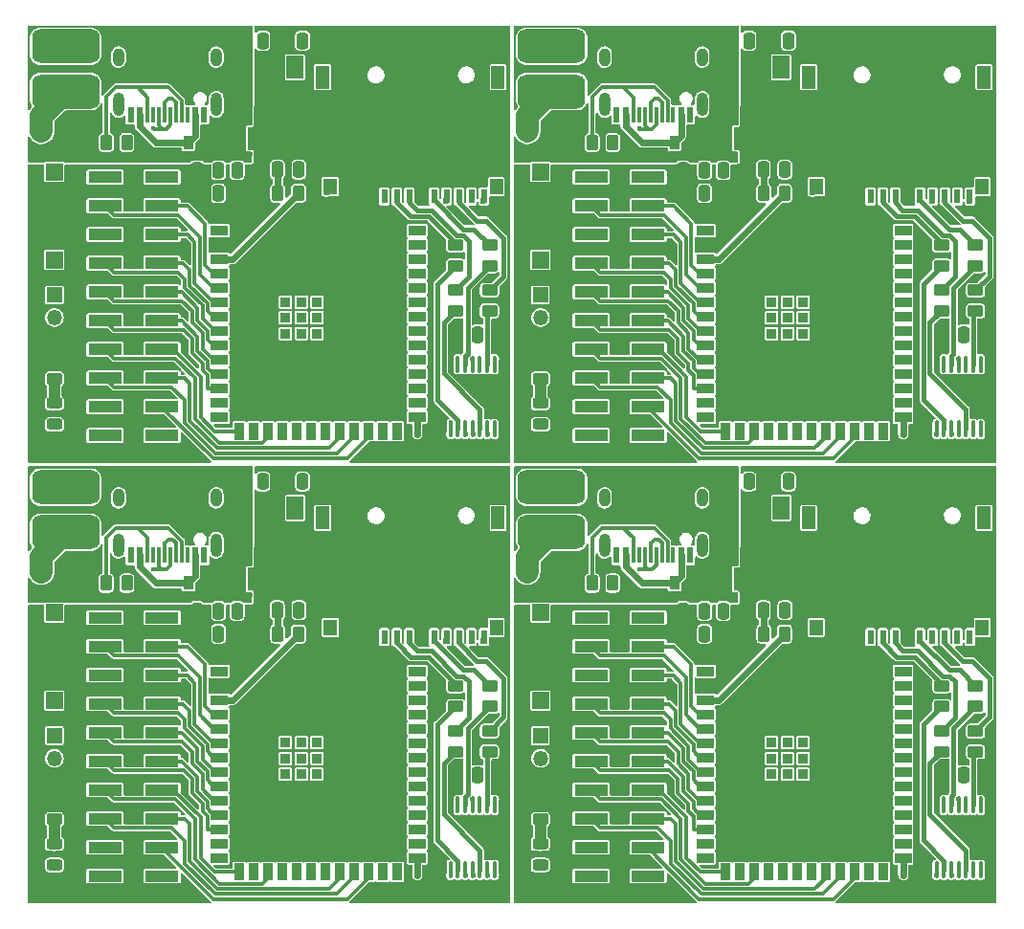
<source format=gbr>
%TF.GenerationSoftware,KiCad,Pcbnew,(6.0.7)*%
%TF.CreationDate,2023-02-26T08:18:56+08:00*%
%TF.ProjectId,Led_Control_Circuit_Panelization,4c65645f-436f-46e7-9472-6f6c5f436972,rev?*%
%TF.SameCoordinates,Original*%
%TF.FileFunction,Copper,L1,Top*%
%TF.FilePolarity,Positive*%
%FSLAX46Y46*%
G04 Gerber Fmt 4.6, Leading zero omitted, Abs format (unit mm)*
G04 Created by KiCad (PCBNEW (6.0.7)) date 2023-02-26 08:18:56*
%MOMM*%
%LPD*%
G01*
G04 APERTURE LIST*
G04 Aperture macros list*
%AMRoundRect*
0 Rectangle with rounded corners*
0 $1 Rounding radius*
0 $2 $3 $4 $5 $6 $7 $8 $9 X,Y pos of 4 corners*
0 Add a 4 corners polygon primitive as box body*
4,1,4,$2,$3,$4,$5,$6,$7,$8,$9,$2,$3,0*
0 Add four circle primitives for the rounded corners*
1,1,$1+$1,$2,$3*
1,1,$1+$1,$4,$5*
1,1,$1+$1,$6,$7*
1,1,$1+$1,$8,$9*
0 Add four rect primitives between the rounded corners*
20,1,$1+$1,$2,$3,$4,$5,0*
20,1,$1+$1,$4,$5,$6,$7,0*
20,1,$1+$1,$6,$7,$8,$9,0*
20,1,$1+$1,$8,$9,$2,$3,0*%
G04 Aperture macros list end*
%TA.AperFunction,SMDPad,CuDef*%
%ADD10R,0.600000X1.300000*%
%TD*%
%TA.AperFunction,SMDPad,CuDef*%
%ADD11R,1.200000X1.400000*%
%TD*%
%TA.AperFunction,SMDPad,CuDef*%
%ADD12R,1.200000X2.000000*%
%TD*%
%TA.AperFunction,SMDPad,CuDef*%
%ADD13RoundRect,0.250000X-0.450000X0.262500X-0.450000X-0.262500X0.450000X-0.262500X0.450000X0.262500X0*%
%TD*%
%TA.AperFunction,SMDPad,CuDef*%
%ADD14RoundRect,0.250000X-0.250000X-0.475000X0.250000X-0.475000X0.250000X0.475000X-0.250000X0.475000X0*%
%TD*%
%TA.AperFunction,SMDPad,CuDef*%
%ADD15RoundRect,0.100000X0.100000X-0.637500X0.100000X0.637500X-0.100000X0.637500X-0.100000X-0.637500X0*%
%TD*%
%TA.AperFunction,SMDPad,CuDef*%
%ADD16R,1.500000X2.000000*%
%TD*%
%TA.AperFunction,SMDPad,CuDef*%
%ADD17R,3.800000X2.000000*%
%TD*%
%TA.AperFunction,SMDPad,CuDef*%
%ADD18R,1.500000X0.900000*%
%TD*%
%TA.AperFunction,SMDPad,CuDef*%
%ADD19R,0.900000X1.500000*%
%TD*%
%TA.AperFunction,SMDPad,CuDef*%
%ADD20R,0.900000X0.900000*%
%TD*%
%TA.AperFunction,ComponentPad*%
%ADD21R,1.350000X1.350000*%
%TD*%
%TA.AperFunction,ComponentPad*%
%ADD22O,1.350000X1.350000*%
%TD*%
%TA.AperFunction,SMDPad,CuDef*%
%ADD23RoundRect,0.250000X-0.262500X-0.450000X0.262500X-0.450000X0.262500X0.450000X-0.262500X0.450000X0*%
%TD*%
%TA.AperFunction,SMDPad,CuDef*%
%ADD24R,1.500000X1.500000*%
%TD*%
%TA.AperFunction,SMDPad,CuDef*%
%ADD25RoundRect,0.250000X0.250000X0.475000X-0.250000X0.475000X-0.250000X-0.475000X0.250000X-0.475000X0*%
%TD*%
%TA.AperFunction,SMDPad,CuDef*%
%ADD26R,0.900000X1.200000*%
%TD*%
%TA.AperFunction,SMDPad,CuDef*%
%ADD27RoundRect,0.243750X0.456250X-0.243750X0.456250X0.243750X-0.456250X0.243750X-0.456250X-0.243750X0*%
%TD*%
%TA.AperFunction,SMDPad,CuDef*%
%ADD28R,0.600000X1.450000*%
%TD*%
%TA.AperFunction,SMDPad,CuDef*%
%ADD29R,0.300000X1.450000*%
%TD*%
%TA.AperFunction,ComponentPad*%
%ADD30O,1.000000X1.600000*%
%TD*%
%TA.AperFunction,ComponentPad*%
%ADD31O,1.000000X2.100000*%
%TD*%
%TA.AperFunction,SMDPad,CuDef*%
%ADD32RoundRect,0.750000X2.250000X-0.750000X2.250000X0.750000X-2.250000X0.750000X-2.250000X-0.750000X0*%
%TD*%
%TA.AperFunction,SMDPad,CuDef*%
%ADD33RoundRect,0.250000X0.450000X-0.262500X0.450000X0.262500X-0.450000X0.262500X-0.450000X-0.262500X0*%
%TD*%
%TA.AperFunction,SMDPad,CuDef*%
%ADD34R,3.000000X1.000000*%
%TD*%
%TA.AperFunction,ViaPad*%
%ADD35C,0.600000*%
%TD*%
%TA.AperFunction,ViaPad*%
%ADD36C,0.400000*%
%TD*%
%TA.AperFunction,ViaPad*%
%ADD37C,1.000000*%
%TD*%
%TA.AperFunction,Conductor*%
%ADD38C,0.400000*%
%TD*%
%TA.AperFunction,Conductor*%
%ADD39C,0.300000*%
%TD*%
%TA.AperFunction,Conductor*%
%ADD40C,0.600000*%
%TD*%
%TA.AperFunction,Conductor*%
%ADD41C,1.000000*%
%TD*%
%TA.AperFunction,Conductor*%
%ADD42C,2.000000*%
%TD*%
G04 APERTURE END LIST*
D10*
%TO.P,Card4,1,DAT2(RSV)*%
%TO.N,unconnected-(Card1-Pad1)*%
X190199000Y-110776000D03*
%TO.P,Card4,2,CDDAT3(CS)*%
%TO.N,Net-(Card1-Pad2)*%
X191299000Y-110776000D03*
%TO.P,Card4,3,CMD(DI)*%
%TO.N,Net-(Card1-Pad3)*%
X192399000Y-110776000D03*
%TO.P,Card4,4,VDD*%
%TO.N,+3.3V*%
X193499000Y-110776000D03*
%TO.P,Card4,5,CLK(SCLK)*%
%TO.N,Net-(Card1-Pad5)*%
X194599000Y-110776000D03*
%TO.P,Card4,6,VSS*%
%TO.N,GND*%
X195699000Y-110776000D03*
%TO.P,Card4,7,DAT0(D0)*%
%TO.N,Net-(Card1-Pad7)*%
X196799000Y-110776000D03*
%TO.P,Card4,8,DAT1(RSV)*%
%TO.N,unconnected-(Card1-Pad8)*%
X197899000Y-110776000D03*
%TO.P,Card4,9,CD*%
%TO.N,/CD*%
X198999000Y-110776000D03*
D11*
%TO.P,Card4,10,GND*%
%TO.N,GND*%
X200099000Y-109926000D03*
D12*
%TO.P,Card4,11,GND*%
X200260000Y-100224000D03*
%TO.P,Card4,12,GND*%
X184740000Y-100224000D03*
D11*
%TO.P,Card4,13,GND*%
X185419000Y-109926000D03*
%TD*%
D13*
%TO.P,R26,1*%
%TO.N,Net-(Card1-Pad2)*%
X196500000Y-115087500D03*
%TO.P,R26,2*%
%TO.N,Net-(R5-Pad2)*%
X196500000Y-116912500D03*
%TD*%
D14*
%TO.P,C26,1*%
%TO.N,+3.3V*%
X173622000Y-108469000D03*
%TO.P,C26,2*%
%TO.N,GND*%
X175522000Y-108469000D03*
%TD*%
D15*
%TO.P,U10,1*%
%TO.N,GND*%
X196050000Y-131362500D03*
%TO.P,U10,2*%
%TO.N,Net-(R5-Pad2)*%
X196700000Y-131362500D03*
%TO.P,U10,3*%
%TO.N,/MISO*%
X197350000Y-131362500D03*
%TO.P,U10,4*%
%TO.N,GND*%
X198000000Y-131362500D03*
%TO.P,U10,5*%
%TO.N,Net-(R6-Pad2)*%
X198650000Y-131362500D03*
%TO.P,U10,6*%
%TO.N,/CS*%
X199300000Y-131362500D03*
%TO.P,U10,7,GND*%
%TO.N,GND*%
X199950000Y-131362500D03*
%TO.P,U10,8*%
%TO.N,/MOSI*%
X199950000Y-125637500D03*
%TO.P,U10,9*%
%TO.N,Net-(R4-Pad2)*%
X199300000Y-125637500D03*
%TO.P,U10,10*%
%TO.N,GND*%
X198650000Y-125637500D03*
%TO.P,U10,11*%
%TO.N,/SCK*%
X198000000Y-125637500D03*
%TO.P,U10,12*%
%TO.N,Net-(R7-Pad2)*%
X197350000Y-125637500D03*
%TO.P,U10,13*%
%TO.N,GND*%
X196700000Y-125637500D03*
%TO.P,U10,14,VCC*%
%TO.N,+3.3V*%
X196050000Y-125637500D03*
%TD*%
D13*
%TO.P,R28,1*%
%TO.N,Net-(Card1-Pad5)*%
X199500000Y-115087500D03*
%TO.P,R28,2*%
%TO.N,Net-(R7-Pad2)*%
X199500000Y-116912500D03*
%TD*%
D16*
%TO.P,U11,1,GND*%
%TO.N,GND*%
X182300000Y-99350000D03*
D17*
%TO.P,U11,2,VO*%
%TO.N,+3.3V*%
X180000000Y-105650000D03*
D16*
X180000000Y-99350000D03*
%TO.P,U11,3,VI*%
%TO.N,+5V*%
X177700000Y-99350000D03*
%TD*%
D18*
%TO.P,U12,1,GND*%
%TO.N,GND*%
X175601000Y-113798000D03*
%TO.P,U12,2,3V3*%
%TO.N,+3.3V*%
X175601000Y-115068000D03*
%TO.P,U12,3,EN*%
%TO.N,Net-(R3-Pad2)*%
X175601000Y-116338000D03*
%TO.P,U12,4,GPIO4/TOUCH4/ADC1_CH3*%
%TO.N,/R1*%
X175601000Y-117608000D03*
%TO.P,U12,5,GPIO5/TOUCH5/ADC1_CH4*%
%TO.N,/G1*%
X175601000Y-118878000D03*
%TO.P,U12,6,GPIO6/TOUCH6/ADC1_CH5*%
%TO.N,/B1*%
X175601000Y-120148000D03*
%TO.P,U12,7,GPIO7/TOUCH7/ADC1_CH6*%
%TO.N,/R2*%
X175601000Y-121418000D03*
%TO.P,U12,8,GPIO15/U0RTS/ADC2_CH4/XTAL_32K_P*%
%TO.N,/G2*%
X175601000Y-122688000D03*
%TO.P,U12,9,GPIO16/U0CTS/ADC2_CH5/XTAL_32K_NH5*%
%TO.N,/B2*%
X175601000Y-123958000D03*
%TO.P,U12,10,GPIO17/U1TXD/ADC2_CH6*%
%TO.N,/E*%
X175601000Y-125228000D03*
%TO.P,U12,11,GPIO18/U1RXD/ADC2_CH7/CLK_OUT3*%
%TO.N,/A*%
X175601000Y-126498000D03*
%TO.P,U12,12,GPIO8/TOUCH8/ADC1_CH7/SUBSPICS1*%
%TO.N,/B*%
X175601000Y-127768000D03*
%TO.P,U12,13,GPIO19/U1RTS/ADC2_CH8/CLK_OUT2/USB_D-*%
%TO.N,/D-*%
X175601000Y-129038000D03*
%TO.P,U12,14,GPIO20/U1CTS/ADC2_CH9/CLK_OUT1/USB_D+*%
%TO.N,/D+*%
X175601000Y-130308000D03*
D19*
%TO.P,U12,15,GPIO3/TOUCH3/ADC1_CH2*%
%TO.N,/C*%
X177366000Y-131558000D03*
%TO.P,U12,16,GPIO46*%
%TO.N,unconnected-(U3-Pad16)*%
X178636000Y-131558000D03*
%TO.P,U12,17,GPIO9/TOUCH9/ADC1_CH8/FSPIHD/SUBSPIHD*%
%TO.N,/D*%
X179906000Y-131558000D03*
%TO.P,U12,18,GPIO10/TOUCH10/ADC1_CH9/FSPICS0/FSPIIO4/SUBSPICS0*%
%TO.N,/SCK*%
X181176000Y-131558000D03*
%TO.P,U12,19,GPIO11/TOUCH11/ADC2_CH0/FSPID/FSPIIO5/SUBSPID*%
%TO.N,/MOSI*%
X182446000Y-131558000D03*
%TO.P,U12,20,GPIO12/TOUCH12/ADC2_CH1/FSPICLK/FSPIIO6/SUBSPICLK*%
%TO.N,/CS*%
X183716000Y-131558000D03*
%TO.P,U12,21,GPIO13/TOUCH13/ADC2_CH2/FSPIQ/FSPIIO7/SUBSPIQ*%
%TO.N,/MISO*%
X184986000Y-131558000D03*
%TO.P,U12,22,GPIO14/TOUCH14/ADC2_CH3/FSPIWP/FSPIDQS/SUBSPIWP*%
%TO.N,/CLK*%
X186256000Y-131558000D03*
%TO.P,U12,23,GPIO21*%
%TO.N,/LAT*%
X187526000Y-131558000D03*
%TO.P,U12,24,GPIO47/SPICLK_P/SUBSPICLK_P_DIFF*%
%TO.N,/OE*%
X188796000Y-131558000D03*
%TO.P,U12,25,GPIO48/SPICLK_N/SUBSPICLK_N_DIFF*%
%TO.N,/CD*%
X190066000Y-131558000D03*
%TO.P,U12,26,GPIO45*%
%TO.N,unconnected-(U3-Pad26)*%
X191336000Y-131558000D03*
D18*
%TO.P,U12,27,GPIO0/BOOT*%
%TO.N,Net-(TP1-Pad2)*%
X193101000Y-130308000D03*
%TO.P,U12,28,SPIIO6/GPIO35/FSPID/SUBSPID*%
%TO.N,unconnected-(U3-Pad28)*%
X193101000Y-129038000D03*
%TO.P,U12,29,SPIIO7/GPIO36/FSPICLK/SUBSPICLK*%
%TO.N,unconnected-(U3-Pad29)*%
X193101000Y-127768000D03*
%TO.P,U12,30,SPIDQS/GPIO37/FSPIQ/SUBSPIQ*%
%TO.N,unconnected-(U3-Pad30)*%
X193101000Y-126498000D03*
%TO.P,U12,31,GPIO38/FSPIWP/SUBSPIWP*%
%TO.N,unconnected-(U3-Pad31)*%
X193101000Y-125228000D03*
%TO.P,U12,32,MTCK/GPIO39/CLK_OUT3/SUBSPICS1*%
%TO.N,unconnected-(U3-Pad32)*%
X193101000Y-123958000D03*
%TO.P,U12,33,MTDO/GPIO40/CLK_OUT2*%
%TO.N,unconnected-(U3-Pad33)*%
X193101000Y-122688000D03*
%TO.P,U12,34,MTDI/GPIO41/CLK_OUT1*%
%TO.N,unconnected-(U3-Pad34)*%
X193101000Y-121418000D03*
%TO.P,U12,35,MTMS/GPIO42*%
%TO.N,unconnected-(U3-Pad35)*%
X193101000Y-120148000D03*
%TO.P,U12,36,U0RXD/GPIO44/CLK_OUT2*%
%TO.N,unconnected-(U3-Pad36)*%
X193101000Y-118878000D03*
%TO.P,U12,37,U0TXD/GPIO43/CLK_OUT1*%
%TO.N,unconnected-(U3-Pad37)*%
X193101000Y-117608000D03*
%TO.P,U12,38,GPIO2/TOUCH2/ADC1_CH1*%
%TO.N,unconnected-(U3-Pad38)*%
X193101000Y-116338000D03*
%TO.P,U12,39,GPIO1/TOUCH1/ADC1_CH0*%
%TO.N,unconnected-(U3-Pad39)*%
X193101000Y-115068000D03*
%TO.P,U12,40,GND*%
%TO.N,GND*%
X193101000Y-113798000D03*
D20*
%TO.P,U12,41,GND*%
X181451000Y-121518000D03*
X181451000Y-122918000D03*
X182851000Y-121518000D03*
X182851000Y-122918000D03*
X184251000Y-120118000D03*
X184251000Y-122918000D03*
X184251000Y-121518000D03*
X182851000Y-120118000D03*
X181451000Y-120118000D03*
%TD*%
D14*
%TO.P,C24,1*%
%TO.N,+3.3V*%
X181050000Y-97000000D03*
%TO.P,C24,2*%
%TO.N,GND*%
X182950000Y-97000000D03*
%TD*%
D21*
%TO.P,TP4,1,1*%
%TO.N,GND*%
X161000000Y-119500000D03*
D22*
%TO.P,TP4,2,2*%
%TO.N,Net-(TP1-Pad2)*%
X161000000Y-121500000D03*
%TD*%
D23*
%TO.P,R22,1*%
%TO.N,Net-(J1-PadA5)*%
X165587500Y-106000000D03*
%TO.P,R22,2*%
%TO.N,GND*%
X167412500Y-106000000D03*
%TD*%
D24*
%TO.P,SW4,1,1*%
%TO.N,GND*%
X161000000Y-116400000D03*
%TO.P,SW4,2,2*%
%TO.N,Net-(C6-Pad2)*%
X161000000Y-108600000D03*
%TD*%
D25*
%TO.P,C25,1*%
%TO.N,+3.3V*%
X179078000Y-108469000D03*
%TO.P,C25,2*%
%TO.N,GND*%
X177178000Y-108469000D03*
%TD*%
D14*
%TO.P,C22,1*%
%TO.N,+3.3V*%
X196550000Y-123000000D03*
%TO.P,C22,2*%
%TO.N,GND*%
X198450000Y-123000000D03*
%TD*%
D26*
%TO.P,D12,1,K*%
%TO.N,+5V*%
X163150000Y-105000000D03*
%TO.P,D12,2,A*%
%TO.N,Net-(D3-Pad2)*%
X159850000Y-105000000D03*
%TD*%
D27*
%TO.P,D11,1,K*%
%TO.N,GND*%
X161000000Y-130937500D03*
%TO.P,D11,2,A*%
%TO.N,Net-(D2-Pad2)*%
X161000000Y-129062500D03*
%TD*%
D13*
%TO.P,R25,1*%
%TO.N,Net-(Card1-Pad7)*%
X199500000Y-119087500D03*
%TO.P,R25,2*%
%TO.N,Net-(R4-Pad2)*%
X199500000Y-120912500D03*
%TD*%
D23*
%TO.P,R24,1*%
%TO.N,Net-(C6-Pad2)*%
X180771500Y-110501000D03*
%TO.P,R24,2*%
%TO.N,Net-(R3-Pad2)*%
X182596500Y-110501000D03*
%TD*%
D28*
%TO.P,J10,A1,GND*%
%TO.N,GND*%
X174250000Y-103545000D03*
%TO.P,J10,A4,VBUS*%
%TO.N,Net-(D1-Pad2)*%
X173450000Y-103545000D03*
D29*
%TO.P,J10,A5,CC1*%
%TO.N,Net-(J1-PadA5)*%
X172250000Y-103545000D03*
%TO.P,J10,A6,D+*%
%TO.N,/D+*%
X171250000Y-103545000D03*
%TO.P,J10,A7,D-*%
%TO.N,/D-*%
X170750000Y-103545000D03*
%TO.P,J10,A8,SBU1*%
%TO.N,unconnected-(J1-PadA8)*%
X169750000Y-103545000D03*
D28*
%TO.P,J10,A9,VBUS*%
%TO.N,Net-(D1-Pad2)*%
X168550000Y-103545000D03*
%TO.P,J10,A12,GND*%
%TO.N,GND*%
X167750000Y-103545000D03*
%TO.P,J10,B1,GND*%
X167750000Y-103545000D03*
%TO.P,J10,B4,VBUS*%
%TO.N,Net-(D1-Pad2)*%
X168550000Y-103545000D03*
D29*
%TO.P,J10,B5,CC2*%
%TO.N,Net-(J1-PadA5)*%
X169250000Y-103545000D03*
%TO.P,J10,B6,D+*%
%TO.N,/D+*%
X170250000Y-103545000D03*
%TO.P,J10,B7,D-*%
%TO.N,/D-*%
X171750000Y-103545000D03*
%TO.P,J10,B8,SBU2*%
%TO.N,unconnected-(J1-PadB8)*%
X172750000Y-103545000D03*
D28*
%TO.P,J10,B9,VBUS*%
%TO.N,Net-(D1-Pad2)*%
X173450000Y-103545000D03*
%TO.P,J10,B12,GND*%
%TO.N,GND*%
X174250000Y-103545000D03*
D30*
%TO.P,J10,S1,SHIELD*%
X175320000Y-98450000D03*
D31*
X166680000Y-102630000D03*
X175320000Y-102630000D03*
D30*
X166680000Y-98450000D03*
%TD*%
D14*
%TO.P,C28,1*%
%TO.N,+3.3V*%
X173622000Y-110501000D03*
%TO.P,C28,2*%
%TO.N,GND*%
X175522000Y-110501000D03*
%TD*%
D26*
%TO.P,D10,1,K*%
%TO.N,+5V*%
X176150000Y-106000000D03*
%TO.P,D10,2,A*%
%TO.N,Net-(D1-Pad2)*%
X172850000Y-106000000D03*
%TD*%
D32*
%TO.P,J11,1,Pin_1*%
%TO.N,Net-(D3-Pad2)*%
X162000000Y-101500000D03*
%TO.P,J11,2,Pin_2*%
%TO.N,GND*%
X162000000Y-97500000D03*
%TD*%
D25*
%TO.P,C27,1*%
%TO.N,GND*%
X182634000Y-108397000D03*
%TO.P,C27,2*%
%TO.N,Net-(C6-Pad2)*%
X180734000Y-108397000D03*
%TD*%
D33*
%TO.P,R23,1*%
%TO.N,Net-(D2-Pad2)*%
X161000000Y-126912500D03*
%TO.P,R23,2*%
%TO.N,+3.3V*%
X161000000Y-125087500D03*
%TD*%
D14*
%TO.P,C23,1*%
%TO.N,+5V*%
X177550000Y-97000000D03*
%TO.P,C23,2*%
%TO.N,GND*%
X179450000Y-97000000D03*
%TD*%
D13*
%TO.P,R27,1*%
%TO.N,Net-(Card1-Pad3)*%
X196500000Y-119087500D03*
%TO.P,R27,2*%
%TO.N,Net-(R6-Pad2)*%
X196500000Y-120912500D03*
%TD*%
D34*
%TO.P,J12,1,Pin_1*%
%TO.N,GND*%
X170520000Y-109070000D03*
%TO.P,J12,2,Pin_2*%
X165480000Y-109070000D03*
%TO.P,J12,3,Pin_3*%
%TO.N,/R1*%
X170520000Y-111610000D03*
%TO.P,J12,4,Pin_4*%
%TO.N,/G1*%
X165480000Y-111610000D03*
%TO.P,J12,5,Pin_5*%
%TO.N,/B1*%
X170520000Y-114150000D03*
%TO.P,J12,6,Pin_6*%
%TO.N,GND*%
X165480000Y-114150000D03*
%TO.P,J12,7,Pin_7*%
%TO.N,/R2*%
X170520000Y-116690000D03*
%TO.P,J12,8,Pin_8*%
%TO.N,/G2*%
X165480000Y-116690000D03*
%TO.P,J12,9,Pin_9*%
%TO.N,/B2*%
X170520000Y-119230000D03*
%TO.P,J12,10,Pin_10*%
%TO.N,/E*%
X165480000Y-119230000D03*
%TO.P,J12,11,Pin_11*%
%TO.N,/A*%
X170520000Y-121770000D03*
%TO.P,J12,12,Pin_12*%
%TO.N,/B*%
X165480000Y-121770000D03*
%TO.P,J12,13,Pin_13*%
%TO.N,/C*%
X170520000Y-124310000D03*
%TO.P,J12,14,Pin_14*%
%TO.N,/D*%
X165480000Y-124310000D03*
%TO.P,J12,15,Pin_15*%
%TO.N,/CLK*%
X170520000Y-126850000D03*
%TO.P,J12,16,Pin_16*%
%TO.N,/LAT*%
X165480000Y-126850000D03*
%TO.P,J12,17,Pin_17*%
%TO.N,/OE*%
X170520000Y-129390000D03*
%TO.P,J12,18,Pin_18*%
%TO.N,GND*%
X165480000Y-129390000D03*
%TO.P,J12,19,Pin_19*%
X170520000Y-131930000D03*
%TO.P,J12,20,Pin_20*%
X165480000Y-131930000D03*
%TD*%
D10*
%TO.P,Card3,1,DAT2(RSV)*%
%TO.N,unconnected-(Card1-Pad1)*%
X147199000Y-110776000D03*
%TO.P,Card3,2,CDDAT3(CS)*%
%TO.N,Net-(Card1-Pad2)*%
X148299000Y-110776000D03*
%TO.P,Card3,3,CMD(DI)*%
%TO.N,Net-(Card1-Pad3)*%
X149399000Y-110776000D03*
%TO.P,Card3,4,VDD*%
%TO.N,+3.3V*%
X150499000Y-110776000D03*
%TO.P,Card3,5,CLK(SCLK)*%
%TO.N,Net-(Card1-Pad5)*%
X151599000Y-110776000D03*
%TO.P,Card3,6,VSS*%
%TO.N,GND*%
X152699000Y-110776000D03*
%TO.P,Card3,7,DAT0(D0)*%
%TO.N,Net-(Card1-Pad7)*%
X153799000Y-110776000D03*
%TO.P,Card3,8,DAT1(RSV)*%
%TO.N,unconnected-(Card1-Pad8)*%
X154899000Y-110776000D03*
%TO.P,Card3,9,CD*%
%TO.N,/CD*%
X155999000Y-110776000D03*
D11*
%TO.P,Card3,10,GND*%
%TO.N,GND*%
X157099000Y-109926000D03*
D12*
%TO.P,Card3,11,GND*%
X157260000Y-100224000D03*
%TO.P,Card3,12,GND*%
X141740000Y-100224000D03*
D11*
%TO.P,Card3,13,GND*%
X142419000Y-109926000D03*
%TD*%
D13*
%TO.P,R19,1*%
%TO.N,Net-(Card1-Pad2)*%
X153500000Y-115087500D03*
%TO.P,R19,2*%
%TO.N,Net-(R5-Pad2)*%
X153500000Y-116912500D03*
%TD*%
D14*
%TO.P,C19,1*%
%TO.N,+3.3V*%
X130622000Y-108469000D03*
%TO.P,C19,2*%
%TO.N,GND*%
X132522000Y-108469000D03*
%TD*%
D15*
%TO.P,U7,1*%
%TO.N,GND*%
X153050000Y-131362500D03*
%TO.P,U7,2*%
%TO.N,Net-(R5-Pad2)*%
X153700000Y-131362500D03*
%TO.P,U7,3*%
%TO.N,/MISO*%
X154350000Y-131362500D03*
%TO.P,U7,4*%
%TO.N,GND*%
X155000000Y-131362500D03*
%TO.P,U7,5*%
%TO.N,Net-(R6-Pad2)*%
X155650000Y-131362500D03*
%TO.P,U7,6*%
%TO.N,/CS*%
X156300000Y-131362500D03*
%TO.P,U7,7,GND*%
%TO.N,GND*%
X156950000Y-131362500D03*
%TO.P,U7,8*%
%TO.N,/MOSI*%
X156950000Y-125637500D03*
%TO.P,U7,9*%
%TO.N,Net-(R4-Pad2)*%
X156300000Y-125637500D03*
%TO.P,U7,10*%
%TO.N,GND*%
X155650000Y-125637500D03*
%TO.P,U7,11*%
%TO.N,/SCK*%
X155000000Y-125637500D03*
%TO.P,U7,12*%
%TO.N,Net-(R7-Pad2)*%
X154350000Y-125637500D03*
%TO.P,U7,13*%
%TO.N,GND*%
X153700000Y-125637500D03*
%TO.P,U7,14,VCC*%
%TO.N,+3.3V*%
X153050000Y-125637500D03*
%TD*%
D13*
%TO.P,R21,1*%
%TO.N,Net-(Card1-Pad5)*%
X156500000Y-115087500D03*
%TO.P,R21,2*%
%TO.N,Net-(R7-Pad2)*%
X156500000Y-116912500D03*
%TD*%
D16*
%TO.P,U8,1,GND*%
%TO.N,GND*%
X139300000Y-99350000D03*
D17*
%TO.P,U8,2,VO*%
%TO.N,+3.3V*%
X137000000Y-105650000D03*
D16*
X137000000Y-99350000D03*
%TO.P,U8,3,VI*%
%TO.N,+5V*%
X134700000Y-99350000D03*
%TD*%
D18*
%TO.P,U9,1,GND*%
%TO.N,GND*%
X132601000Y-113798000D03*
%TO.P,U9,2,3V3*%
%TO.N,+3.3V*%
X132601000Y-115068000D03*
%TO.P,U9,3,EN*%
%TO.N,Net-(R3-Pad2)*%
X132601000Y-116338000D03*
%TO.P,U9,4,GPIO4/TOUCH4/ADC1_CH3*%
%TO.N,/R1*%
X132601000Y-117608000D03*
%TO.P,U9,5,GPIO5/TOUCH5/ADC1_CH4*%
%TO.N,/G1*%
X132601000Y-118878000D03*
%TO.P,U9,6,GPIO6/TOUCH6/ADC1_CH5*%
%TO.N,/B1*%
X132601000Y-120148000D03*
%TO.P,U9,7,GPIO7/TOUCH7/ADC1_CH6*%
%TO.N,/R2*%
X132601000Y-121418000D03*
%TO.P,U9,8,GPIO15/U0RTS/ADC2_CH4/XTAL_32K_P*%
%TO.N,/G2*%
X132601000Y-122688000D03*
%TO.P,U9,9,GPIO16/U0CTS/ADC2_CH5/XTAL_32K_NH5*%
%TO.N,/B2*%
X132601000Y-123958000D03*
%TO.P,U9,10,GPIO17/U1TXD/ADC2_CH6*%
%TO.N,/E*%
X132601000Y-125228000D03*
%TO.P,U9,11,GPIO18/U1RXD/ADC2_CH7/CLK_OUT3*%
%TO.N,/A*%
X132601000Y-126498000D03*
%TO.P,U9,12,GPIO8/TOUCH8/ADC1_CH7/SUBSPICS1*%
%TO.N,/B*%
X132601000Y-127768000D03*
%TO.P,U9,13,GPIO19/U1RTS/ADC2_CH8/CLK_OUT2/USB_D-*%
%TO.N,/D-*%
X132601000Y-129038000D03*
%TO.P,U9,14,GPIO20/U1CTS/ADC2_CH9/CLK_OUT1/USB_D+*%
%TO.N,/D+*%
X132601000Y-130308000D03*
D19*
%TO.P,U9,15,GPIO3/TOUCH3/ADC1_CH2*%
%TO.N,/C*%
X134366000Y-131558000D03*
%TO.P,U9,16,GPIO46*%
%TO.N,unconnected-(U3-Pad16)*%
X135636000Y-131558000D03*
%TO.P,U9,17,GPIO9/TOUCH9/ADC1_CH8/FSPIHD/SUBSPIHD*%
%TO.N,/D*%
X136906000Y-131558000D03*
%TO.P,U9,18,GPIO10/TOUCH10/ADC1_CH9/FSPICS0/FSPIIO4/SUBSPICS0*%
%TO.N,/SCK*%
X138176000Y-131558000D03*
%TO.P,U9,19,GPIO11/TOUCH11/ADC2_CH0/FSPID/FSPIIO5/SUBSPID*%
%TO.N,/MOSI*%
X139446000Y-131558000D03*
%TO.P,U9,20,GPIO12/TOUCH12/ADC2_CH1/FSPICLK/FSPIIO6/SUBSPICLK*%
%TO.N,/CS*%
X140716000Y-131558000D03*
%TO.P,U9,21,GPIO13/TOUCH13/ADC2_CH2/FSPIQ/FSPIIO7/SUBSPIQ*%
%TO.N,/MISO*%
X141986000Y-131558000D03*
%TO.P,U9,22,GPIO14/TOUCH14/ADC2_CH3/FSPIWP/FSPIDQS/SUBSPIWP*%
%TO.N,/CLK*%
X143256000Y-131558000D03*
%TO.P,U9,23,GPIO21*%
%TO.N,/LAT*%
X144526000Y-131558000D03*
%TO.P,U9,24,GPIO47/SPICLK_P/SUBSPICLK_P_DIFF*%
%TO.N,/OE*%
X145796000Y-131558000D03*
%TO.P,U9,25,GPIO48/SPICLK_N/SUBSPICLK_N_DIFF*%
%TO.N,/CD*%
X147066000Y-131558000D03*
%TO.P,U9,26,GPIO45*%
%TO.N,unconnected-(U3-Pad26)*%
X148336000Y-131558000D03*
D18*
%TO.P,U9,27,GPIO0/BOOT*%
%TO.N,Net-(TP1-Pad2)*%
X150101000Y-130308000D03*
%TO.P,U9,28,SPIIO6/GPIO35/FSPID/SUBSPID*%
%TO.N,unconnected-(U3-Pad28)*%
X150101000Y-129038000D03*
%TO.P,U9,29,SPIIO7/GPIO36/FSPICLK/SUBSPICLK*%
%TO.N,unconnected-(U3-Pad29)*%
X150101000Y-127768000D03*
%TO.P,U9,30,SPIDQS/GPIO37/FSPIQ/SUBSPIQ*%
%TO.N,unconnected-(U3-Pad30)*%
X150101000Y-126498000D03*
%TO.P,U9,31,GPIO38/FSPIWP/SUBSPIWP*%
%TO.N,unconnected-(U3-Pad31)*%
X150101000Y-125228000D03*
%TO.P,U9,32,MTCK/GPIO39/CLK_OUT3/SUBSPICS1*%
%TO.N,unconnected-(U3-Pad32)*%
X150101000Y-123958000D03*
%TO.P,U9,33,MTDO/GPIO40/CLK_OUT2*%
%TO.N,unconnected-(U3-Pad33)*%
X150101000Y-122688000D03*
%TO.P,U9,34,MTDI/GPIO41/CLK_OUT1*%
%TO.N,unconnected-(U3-Pad34)*%
X150101000Y-121418000D03*
%TO.P,U9,35,MTMS/GPIO42*%
%TO.N,unconnected-(U3-Pad35)*%
X150101000Y-120148000D03*
%TO.P,U9,36,U0RXD/GPIO44/CLK_OUT2*%
%TO.N,unconnected-(U3-Pad36)*%
X150101000Y-118878000D03*
%TO.P,U9,37,U0TXD/GPIO43/CLK_OUT1*%
%TO.N,unconnected-(U3-Pad37)*%
X150101000Y-117608000D03*
%TO.P,U9,38,GPIO2/TOUCH2/ADC1_CH1*%
%TO.N,unconnected-(U3-Pad38)*%
X150101000Y-116338000D03*
%TO.P,U9,39,GPIO1/TOUCH1/ADC1_CH0*%
%TO.N,unconnected-(U3-Pad39)*%
X150101000Y-115068000D03*
%TO.P,U9,40,GND*%
%TO.N,GND*%
X150101000Y-113798000D03*
D20*
%TO.P,U9,41,GND*%
X138451000Y-121518000D03*
X138451000Y-122918000D03*
X139851000Y-121518000D03*
X139851000Y-122918000D03*
X141251000Y-120118000D03*
X141251000Y-122918000D03*
X141251000Y-121518000D03*
X139851000Y-120118000D03*
X138451000Y-120118000D03*
%TD*%
D14*
%TO.P,C17,1*%
%TO.N,+3.3V*%
X138050000Y-97000000D03*
%TO.P,C17,2*%
%TO.N,GND*%
X139950000Y-97000000D03*
%TD*%
D21*
%TO.P,TP3,1,1*%
%TO.N,GND*%
X118000000Y-119500000D03*
D22*
%TO.P,TP3,2,2*%
%TO.N,Net-(TP1-Pad2)*%
X118000000Y-121500000D03*
%TD*%
D23*
%TO.P,R15,1*%
%TO.N,Net-(J1-PadA5)*%
X122587500Y-106000000D03*
%TO.P,R15,2*%
%TO.N,GND*%
X124412500Y-106000000D03*
%TD*%
D24*
%TO.P,SW3,1,1*%
%TO.N,GND*%
X118000000Y-116400000D03*
%TO.P,SW3,2,2*%
%TO.N,Net-(C6-Pad2)*%
X118000000Y-108600000D03*
%TD*%
D25*
%TO.P,C18,1*%
%TO.N,+3.3V*%
X136078000Y-108469000D03*
%TO.P,C18,2*%
%TO.N,GND*%
X134178000Y-108469000D03*
%TD*%
D14*
%TO.P,C15,1*%
%TO.N,+3.3V*%
X153550000Y-123000000D03*
%TO.P,C15,2*%
%TO.N,GND*%
X155450000Y-123000000D03*
%TD*%
D26*
%TO.P,D9,1,K*%
%TO.N,+5V*%
X120150000Y-105000000D03*
%TO.P,D9,2,A*%
%TO.N,Net-(D3-Pad2)*%
X116850000Y-105000000D03*
%TD*%
D27*
%TO.P,D8,1,K*%
%TO.N,GND*%
X118000000Y-130937500D03*
%TO.P,D8,2,A*%
%TO.N,Net-(D2-Pad2)*%
X118000000Y-129062500D03*
%TD*%
D13*
%TO.P,R18,1*%
%TO.N,Net-(Card1-Pad7)*%
X156500000Y-119087500D03*
%TO.P,R18,2*%
%TO.N,Net-(R4-Pad2)*%
X156500000Y-120912500D03*
%TD*%
D23*
%TO.P,R17,1*%
%TO.N,Net-(C6-Pad2)*%
X137771500Y-110501000D03*
%TO.P,R17,2*%
%TO.N,Net-(R3-Pad2)*%
X139596500Y-110501000D03*
%TD*%
D28*
%TO.P,J7,A1,GND*%
%TO.N,GND*%
X131250000Y-103545000D03*
%TO.P,J7,A4,VBUS*%
%TO.N,Net-(D1-Pad2)*%
X130450000Y-103545000D03*
D29*
%TO.P,J7,A5,CC1*%
%TO.N,Net-(J1-PadA5)*%
X129250000Y-103545000D03*
%TO.P,J7,A6,D+*%
%TO.N,/D+*%
X128250000Y-103545000D03*
%TO.P,J7,A7,D-*%
%TO.N,/D-*%
X127750000Y-103545000D03*
%TO.P,J7,A8,SBU1*%
%TO.N,unconnected-(J1-PadA8)*%
X126750000Y-103545000D03*
D28*
%TO.P,J7,A9,VBUS*%
%TO.N,Net-(D1-Pad2)*%
X125550000Y-103545000D03*
%TO.P,J7,A12,GND*%
%TO.N,GND*%
X124750000Y-103545000D03*
%TO.P,J7,B1,GND*%
X124750000Y-103545000D03*
%TO.P,J7,B4,VBUS*%
%TO.N,Net-(D1-Pad2)*%
X125550000Y-103545000D03*
D29*
%TO.P,J7,B5,CC2*%
%TO.N,Net-(J1-PadA5)*%
X126250000Y-103545000D03*
%TO.P,J7,B6,D+*%
%TO.N,/D+*%
X127250000Y-103545000D03*
%TO.P,J7,B7,D-*%
%TO.N,/D-*%
X128750000Y-103545000D03*
%TO.P,J7,B8,SBU2*%
%TO.N,unconnected-(J1-PadB8)*%
X129750000Y-103545000D03*
D28*
%TO.P,J7,B9,VBUS*%
%TO.N,Net-(D1-Pad2)*%
X130450000Y-103545000D03*
%TO.P,J7,B12,GND*%
%TO.N,GND*%
X131250000Y-103545000D03*
D30*
%TO.P,J7,S1,SHIELD*%
X132320000Y-98450000D03*
D31*
X123680000Y-102630000D03*
X132320000Y-102630000D03*
D30*
X123680000Y-98450000D03*
%TD*%
D14*
%TO.P,C21,1*%
%TO.N,+3.3V*%
X130622000Y-110501000D03*
%TO.P,C21,2*%
%TO.N,GND*%
X132522000Y-110501000D03*
%TD*%
D26*
%TO.P,D7,1,K*%
%TO.N,+5V*%
X133150000Y-106000000D03*
%TO.P,D7,2,A*%
%TO.N,Net-(D1-Pad2)*%
X129850000Y-106000000D03*
%TD*%
D32*
%TO.P,J8,1,Pin_1*%
%TO.N,Net-(D3-Pad2)*%
X119000000Y-101500000D03*
%TO.P,J8,2,Pin_2*%
%TO.N,GND*%
X119000000Y-97500000D03*
%TD*%
D25*
%TO.P,C20,1*%
%TO.N,GND*%
X139634000Y-108397000D03*
%TO.P,C20,2*%
%TO.N,Net-(C6-Pad2)*%
X137734000Y-108397000D03*
%TD*%
D33*
%TO.P,R16,1*%
%TO.N,Net-(D2-Pad2)*%
X118000000Y-126912500D03*
%TO.P,R16,2*%
%TO.N,+3.3V*%
X118000000Y-125087500D03*
%TD*%
D14*
%TO.P,C16,1*%
%TO.N,+5V*%
X134550000Y-97000000D03*
%TO.P,C16,2*%
%TO.N,GND*%
X136450000Y-97000000D03*
%TD*%
D13*
%TO.P,R20,1*%
%TO.N,Net-(Card1-Pad3)*%
X153500000Y-119087500D03*
%TO.P,R20,2*%
%TO.N,Net-(R6-Pad2)*%
X153500000Y-120912500D03*
%TD*%
D34*
%TO.P,J9,1,Pin_1*%
%TO.N,GND*%
X127520000Y-109070000D03*
%TO.P,J9,2,Pin_2*%
X122480000Y-109070000D03*
%TO.P,J9,3,Pin_3*%
%TO.N,/R1*%
X127520000Y-111610000D03*
%TO.P,J9,4,Pin_4*%
%TO.N,/G1*%
X122480000Y-111610000D03*
%TO.P,J9,5,Pin_5*%
%TO.N,/B1*%
X127520000Y-114150000D03*
%TO.P,J9,6,Pin_6*%
%TO.N,GND*%
X122480000Y-114150000D03*
%TO.P,J9,7,Pin_7*%
%TO.N,/R2*%
X127520000Y-116690000D03*
%TO.P,J9,8,Pin_8*%
%TO.N,/G2*%
X122480000Y-116690000D03*
%TO.P,J9,9,Pin_9*%
%TO.N,/B2*%
X127520000Y-119230000D03*
%TO.P,J9,10,Pin_10*%
%TO.N,/E*%
X122480000Y-119230000D03*
%TO.P,J9,11,Pin_11*%
%TO.N,/A*%
X127520000Y-121770000D03*
%TO.P,J9,12,Pin_12*%
%TO.N,/B*%
X122480000Y-121770000D03*
%TO.P,J9,13,Pin_13*%
%TO.N,/C*%
X127520000Y-124310000D03*
%TO.P,J9,14,Pin_14*%
%TO.N,/D*%
X122480000Y-124310000D03*
%TO.P,J9,15,Pin_15*%
%TO.N,/CLK*%
X127520000Y-126850000D03*
%TO.P,J9,16,Pin_16*%
%TO.N,/LAT*%
X122480000Y-126850000D03*
%TO.P,J9,17,Pin_17*%
%TO.N,/OE*%
X127520000Y-129390000D03*
%TO.P,J9,18,Pin_18*%
%TO.N,GND*%
X122480000Y-129390000D03*
%TO.P,J9,19,Pin_19*%
X127520000Y-131930000D03*
%TO.P,J9,20,Pin_20*%
X122480000Y-131930000D03*
%TD*%
D10*
%TO.P,Card2,1,DAT2(RSV)*%
%TO.N,unconnected-(Card1-Pad1)*%
X190199000Y-71776000D03*
%TO.P,Card2,2,CDDAT3(CS)*%
%TO.N,Net-(Card1-Pad2)*%
X191299000Y-71776000D03*
%TO.P,Card2,3,CMD(DI)*%
%TO.N,Net-(Card1-Pad3)*%
X192399000Y-71776000D03*
%TO.P,Card2,4,VDD*%
%TO.N,+3.3V*%
X193499000Y-71776000D03*
%TO.P,Card2,5,CLK(SCLK)*%
%TO.N,Net-(Card1-Pad5)*%
X194599000Y-71776000D03*
%TO.P,Card2,6,VSS*%
%TO.N,GND*%
X195699000Y-71776000D03*
%TO.P,Card2,7,DAT0(D0)*%
%TO.N,Net-(Card1-Pad7)*%
X196799000Y-71776000D03*
%TO.P,Card2,8,DAT1(RSV)*%
%TO.N,unconnected-(Card1-Pad8)*%
X197899000Y-71776000D03*
%TO.P,Card2,9,CD*%
%TO.N,/CD*%
X198999000Y-71776000D03*
D11*
%TO.P,Card2,10,GND*%
%TO.N,GND*%
X200099000Y-70926000D03*
D12*
%TO.P,Card2,11,GND*%
X200260000Y-61224000D03*
%TO.P,Card2,12,GND*%
X184740000Y-61224000D03*
D11*
%TO.P,Card2,13,GND*%
X185419000Y-70926000D03*
%TD*%
D13*
%TO.P,R12,1*%
%TO.N,Net-(Card1-Pad2)*%
X196500000Y-76087500D03*
%TO.P,R12,2*%
%TO.N,Net-(R5-Pad2)*%
X196500000Y-77912500D03*
%TD*%
D14*
%TO.P,C12,1*%
%TO.N,+3.3V*%
X173622000Y-69469000D03*
%TO.P,C12,2*%
%TO.N,GND*%
X175522000Y-69469000D03*
%TD*%
D15*
%TO.P,U4,1*%
%TO.N,GND*%
X196050000Y-92362500D03*
%TO.P,U4,2*%
%TO.N,Net-(R5-Pad2)*%
X196700000Y-92362500D03*
%TO.P,U4,3*%
%TO.N,/MISO*%
X197350000Y-92362500D03*
%TO.P,U4,4*%
%TO.N,GND*%
X198000000Y-92362500D03*
%TO.P,U4,5*%
%TO.N,Net-(R6-Pad2)*%
X198650000Y-92362500D03*
%TO.P,U4,6*%
%TO.N,/CS*%
X199300000Y-92362500D03*
%TO.P,U4,7,GND*%
%TO.N,GND*%
X199950000Y-92362500D03*
%TO.P,U4,8*%
%TO.N,/MOSI*%
X199950000Y-86637500D03*
%TO.P,U4,9*%
%TO.N,Net-(R4-Pad2)*%
X199300000Y-86637500D03*
%TO.P,U4,10*%
%TO.N,GND*%
X198650000Y-86637500D03*
%TO.P,U4,11*%
%TO.N,/SCK*%
X198000000Y-86637500D03*
%TO.P,U4,12*%
%TO.N,Net-(R7-Pad2)*%
X197350000Y-86637500D03*
%TO.P,U4,13*%
%TO.N,GND*%
X196700000Y-86637500D03*
%TO.P,U4,14,VCC*%
%TO.N,+3.3V*%
X196050000Y-86637500D03*
%TD*%
D13*
%TO.P,R14,1*%
%TO.N,Net-(Card1-Pad5)*%
X199500000Y-76087500D03*
%TO.P,R14,2*%
%TO.N,Net-(R7-Pad2)*%
X199500000Y-77912500D03*
%TD*%
D16*
%TO.P,U5,1,GND*%
%TO.N,GND*%
X182300000Y-60350000D03*
D17*
%TO.P,U5,2,VO*%
%TO.N,+3.3V*%
X180000000Y-66650000D03*
D16*
X180000000Y-60350000D03*
%TO.P,U5,3,VI*%
%TO.N,+5V*%
X177700000Y-60350000D03*
%TD*%
D18*
%TO.P,U6,1,GND*%
%TO.N,GND*%
X175601000Y-74798000D03*
%TO.P,U6,2,3V3*%
%TO.N,+3.3V*%
X175601000Y-76068000D03*
%TO.P,U6,3,EN*%
%TO.N,Net-(R3-Pad2)*%
X175601000Y-77338000D03*
%TO.P,U6,4,GPIO4/TOUCH4/ADC1_CH3*%
%TO.N,/R1*%
X175601000Y-78608000D03*
%TO.P,U6,5,GPIO5/TOUCH5/ADC1_CH4*%
%TO.N,/G1*%
X175601000Y-79878000D03*
%TO.P,U6,6,GPIO6/TOUCH6/ADC1_CH5*%
%TO.N,/B1*%
X175601000Y-81148000D03*
%TO.P,U6,7,GPIO7/TOUCH7/ADC1_CH6*%
%TO.N,/R2*%
X175601000Y-82418000D03*
%TO.P,U6,8,GPIO15/U0RTS/ADC2_CH4/XTAL_32K_P*%
%TO.N,/G2*%
X175601000Y-83688000D03*
%TO.P,U6,9,GPIO16/U0CTS/ADC2_CH5/XTAL_32K_NH5*%
%TO.N,/B2*%
X175601000Y-84958000D03*
%TO.P,U6,10,GPIO17/U1TXD/ADC2_CH6*%
%TO.N,/E*%
X175601000Y-86228000D03*
%TO.P,U6,11,GPIO18/U1RXD/ADC2_CH7/CLK_OUT3*%
%TO.N,/A*%
X175601000Y-87498000D03*
%TO.P,U6,12,GPIO8/TOUCH8/ADC1_CH7/SUBSPICS1*%
%TO.N,/B*%
X175601000Y-88768000D03*
%TO.P,U6,13,GPIO19/U1RTS/ADC2_CH8/CLK_OUT2/USB_D-*%
%TO.N,/D-*%
X175601000Y-90038000D03*
%TO.P,U6,14,GPIO20/U1CTS/ADC2_CH9/CLK_OUT1/USB_D+*%
%TO.N,/D+*%
X175601000Y-91308000D03*
D19*
%TO.P,U6,15,GPIO3/TOUCH3/ADC1_CH2*%
%TO.N,/C*%
X177366000Y-92558000D03*
%TO.P,U6,16,GPIO46*%
%TO.N,unconnected-(U3-Pad16)*%
X178636000Y-92558000D03*
%TO.P,U6,17,GPIO9/TOUCH9/ADC1_CH8/FSPIHD/SUBSPIHD*%
%TO.N,/D*%
X179906000Y-92558000D03*
%TO.P,U6,18,GPIO10/TOUCH10/ADC1_CH9/FSPICS0/FSPIIO4/SUBSPICS0*%
%TO.N,/SCK*%
X181176000Y-92558000D03*
%TO.P,U6,19,GPIO11/TOUCH11/ADC2_CH0/FSPID/FSPIIO5/SUBSPID*%
%TO.N,/MOSI*%
X182446000Y-92558000D03*
%TO.P,U6,20,GPIO12/TOUCH12/ADC2_CH1/FSPICLK/FSPIIO6/SUBSPICLK*%
%TO.N,/CS*%
X183716000Y-92558000D03*
%TO.P,U6,21,GPIO13/TOUCH13/ADC2_CH2/FSPIQ/FSPIIO7/SUBSPIQ*%
%TO.N,/MISO*%
X184986000Y-92558000D03*
%TO.P,U6,22,GPIO14/TOUCH14/ADC2_CH3/FSPIWP/FSPIDQS/SUBSPIWP*%
%TO.N,/CLK*%
X186256000Y-92558000D03*
%TO.P,U6,23,GPIO21*%
%TO.N,/LAT*%
X187526000Y-92558000D03*
%TO.P,U6,24,GPIO47/SPICLK_P/SUBSPICLK_P_DIFF*%
%TO.N,/OE*%
X188796000Y-92558000D03*
%TO.P,U6,25,GPIO48/SPICLK_N/SUBSPICLK_N_DIFF*%
%TO.N,/CD*%
X190066000Y-92558000D03*
%TO.P,U6,26,GPIO45*%
%TO.N,unconnected-(U3-Pad26)*%
X191336000Y-92558000D03*
D18*
%TO.P,U6,27,GPIO0/BOOT*%
%TO.N,Net-(TP1-Pad2)*%
X193101000Y-91308000D03*
%TO.P,U6,28,SPIIO6/GPIO35/FSPID/SUBSPID*%
%TO.N,unconnected-(U3-Pad28)*%
X193101000Y-90038000D03*
%TO.P,U6,29,SPIIO7/GPIO36/FSPICLK/SUBSPICLK*%
%TO.N,unconnected-(U3-Pad29)*%
X193101000Y-88768000D03*
%TO.P,U6,30,SPIDQS/GPIO37/FSPIQ/SUBSPIQ*%
%TO.N,unconnected-(U3-Pad30)*%
X193101000Y-87498000D03*
%TO.P,U6,31,GPIO38/FSPIWP/SUBSPIWP*%
%TO.N,unconnected-(U3-Pad31)*%
X193101000Y-86228000D03*
%TO.P,U6,32,MTCK/GPIO39/CLK_OUT3/SUBSPICS1*%
%TO.N,unconnected-(U3-Pad32)*%
X193101000Y-84958000D03*
%TO.P,U6,33,MTDO/GPIO40/CLK_OUT2*%
%TO.N,unconnected-(U3-Pad33)*%
X193101000Y-83688000D03*
%TO.P,U6,34,MTDI/GPIO41/CLK_OUT1*%
%TO.N,unconnected-(U3-Pad34)*%
X193101000Y-82418000D03*
%TO.P,U6,35,MTMS/GPIO42*%
%TO.N,unconnected-(U3-Pad35)*%
X193101000Y-81148000D03*
%TO.P,U6,36,U0RXD/GPIO44/CLK_OUT2*%
%TO.N,unconnected-(U3-Pad36)*%
X193101000Y-79878000D03*
%TO.P,U6,37,U0TXD/GPIO43/CLK_OUT1*%
%TO.N,unconnected-(U3-Pad37)*%
X193101000Y-78608000D03*
%TO.P,U6,38,GPIO2/TOUCH2/ADC1_CH1*%
%TO.N,unconnected-(U3-Pad38)*%
X193101000Y-77338000D03*
%TO.P,U6,39,GPIO1/TOUCH1/ADC1_CH0*%
%TO.N,unconnected-(U3-Pad39)*%
X193101000Y-76068000D03*
%TO.P,U6,40,GND*%
%TO.N,GND*%
X193101000Y-74798000D03*
D20*
%TO.P,U6,41,GND*%
X181451000Y-82518000D03*
X181451000Y-83918000D03*
X182851000Y-82518000D03*
X182851000Y-83918000D03*
X184251000Y-81118000D03*
X184251000Y-83918000D03*
X184251000Y-82518000D03*
X182851000Y-81118000D03*
X181451000Y-81118000D03*
%TD*%
D14*
%TO.P,C10,1*%
%TO.N,+3.3V*%
X181050000Y-58000000D03*
%TO.P,C10,2*%
%TO.N,GND*%
X182950000Y-58000000D03*
%TD*%
D21*
%TO.P,TP2,1,1*%
%TO.N,GND*%
X161000000Y-80500000D03*
D22*
%TO.P,TP2,2,2*%
%TO.N,Net-(TP1-Pad2)*%
X161000000Y-82500000D03*
%TD*%
D23*
%TO.P,R8,1*%
%TO.N,Net-(J1-PadA5)*%
X165587500Y-67000000D03*
%TO.P,R8,2*%
%TO.N,GND*%
X167412500Y-67000000D03*
%TD*%
D24*
%TO.P,SW2,1,1*%
%TO.N,GND*%
X161000000Y-77400000D03*
%TO.P,SW2,2,2*%
%TO.N,Net-(C6-Pad2)*%
X161000000Y-69600000D03*
%TD*%
D25*
%TO.P,C11,1*%
%TO.N,+3.3V*%
X179078000Y-69469000D03*
%TO.P,C11,2*%
%TO.N,GND*%
X177178000Y-69469000D03*
%TD*%
D14*
%TO.P,C8,1*%
%TO.N,+3.3V*%
X196550000Y-84000000D03*
%TO.P,C8,2*%
%TO.N,GND*%
X198450000Y-84000000D03*
%TD*%
D26*
%TO.P,D6,1,K*%
%TO.N,+5V*%
X163150000Y-66000000D03*
%TO.P,D6,2,A*%
%TO.N,Net-(D3-Pad2)*%
X159850000Y-66000000D03*
%TD*%
D27*
%TO.P,D5,1,K*%
%TO.N,GND*%
X161000000Y-91937500D03*
%TO.P,D5,2,A*%
%TO.N,Net-(D2-Pad2)*%
X161000000Y-90062500D03*
%TD*%
D13*
%TO.P,R11,1*%
%TO.N,Net-(Card1-Pad7)*%
X199500000Y-80087500D03*
%TO.P,R11,2*%
%TO.N,Net-(R4-Pad2)*%
X199500000Y-81912500D03*
%TD*%
D23*
%TO.P,R10,1*%
%TO.N,Net-(C6-Pad2)*%
X180771500Y-71501000D03*
%TO.P,R10,2*%
%TO.N,Net-(R3-Pad2)*%
X182596500Y-71501000D03*
%TD*%
D28*
%TO.P,J4,A1,GND*%
%TO.N,GND*%
X174250000Y-64545000D03*
%TO.P,J4,A4,VBUS*%
%TO.N,Net-(D1-Pad2)*%
X173450000Y-64545000D03*
D29*
%TO.P,J4,A5,CC1*%
%TO.N,Net-(J1-PadA5)*%
X172250000Y-64545000D03*
%TO.P,J4,A6,D+*%
%TO.N,/D+*%
X171250000Y-64545000D03*
%TO.P,J4,A7,D-*%
%TO.N,/D-*%
X170750000Y-64545000D03*
%TO.P,J4,A8,SBU1*%
%TO.N,unconnected-(J1-PadA8)*%
X169750000Y-64545000D03*
D28*
%TO.P,J4,A9,VBUS*%
%TO.N,Net-(D1-Pad2)*%
X168550000Y-64545000D03*
%TO.P,J4,A12,GND*%
%TO.N,GND*%
X167750000Y-64545000D03*
%TO.P,J4,B1,GND*%
X167750000Y-64545000D03*
%TO.P,J4,B4,VBUS*%
%TO.N,Net-(D1-Pad2)*%
X168550000Y-64545000D03*
D29*
%TO.P,J4,B5,CC2*%
%TO.N,Net-(J1-PadA5)*%
X169250000Y-64545000D03*
%TO.P,J4,B6,D+*%
%TO.N,/D+*%
X170250000Y-64545000D03*
%TO.P,J4,B7,D-*%
%TO.N,/D-*%
X171750000Y-64545000D03*
%TO.P,J4,B8,SBU2*%
%TO.N,unconnected-(J1-PadB8)*%
X172750000Y-64545000D03*
D28*
%TO.P,J4,B9,VBUS*%
%TO.N,Net-(D1-Pad2)*%
X173450000Y-64545000D03*
%TO.P,J4,B12,GND*%
%TO.N,GND*%
X174250000Y-64545000D03*
D30*
%TO.P,J4,S1,SHIELD*%
X175320000Y-59450000D03*
D31*
X166680000Y-63630000D03*
X175320000Y-63630000D03*
D30*
X166680000Y-59450000D03*
%TD*%
D14*
%TO.P,C14,1*%
%TO.N,+3.3V*%
X173622000Y-71501000D03*
%TO.P,C14,2*%
%TO.N,GND*%
X175522000Y-71501000D03*
%TD*%
D26*
%TO.P,D4,1,K*%
%TO.N,+5V*%
X176150000Y-67000000D03*
%TO.P,D4,2,A*%
%TO.N,Net-(D1-Pad2)*%
X172850000Y-67000000D03*
%TD*%
D32*
%TO.P,J5,1,Pin_1*%
%TO.N,Net-(D3-Pad2)*%
X162000000Y-62500000D03*
%TO.P,J5,2,Pin_2*%
%TO.N,GND*%
X162000000Y-58500000D03*
%TD*%
D25*
%TO.P,C13,1*%
%TO.N,GND*%
X182634000Y-69397000D03*
%TO.P,C13,2*%
%TO.N,Net-(C6-Pad2)*%
X180734000Y-69397000D03*
%TD*%
D33*
%TO.P,R9,1*%
%TO.N,Net-(D2-Pad2)*%
X161000000Y-87912500D03*
%TO.P,R9,2*%
%TO.N,+3.3V*%
X161000000Y-86087500D03*
%TD*%
D14*
%TO.P,C9,1*%
%TO.N,+5V*%
X177550000Y-58000000D03*
%TO.P,C9,2*%
%TO.N,GND*%
X179450000Y-58000000D03*
%TD*%
D13*
%TO.P,R13,1*%
%TO.N,Net-(Card1-Pad3)*%
X196500000Y-80087500D03*
%TO.P,R13,2*%
%TO.N,Net-(R6-Pad2)*%
X196500000Y-81912500D03*
%TD*%
D34*
%TO.P,J6,1,Pin_1*%
%TO.N,GND*%
X170520000Y-70070000D03*
%TO.P,J6,2,Pin_2*%
X165480000Y-70070000D03*
%TO.P,J6,3,Pin_3*%
%TO.N,/R1*%
X170520000Y-72610000D03*
%TO.P,J6,4,Pin_4*%
%TO.N,/G1*%
X165480000Y-72610000D03*
%TO.P,J6,5,Pin_5*%
%TO.N,/B1*%
X170520000Y-75150000D03*
%TO.P,J6,6,Pin_6*%
%TO.N,GND*%
X165480000Y-75150000D03*
%TO.P,J6,7,Pin_7*%
%TO.N,/R2*%
X170520000Y-77690000D03*
%TO.P,J6,8,Pin_8*%
%TO.N,/G2*%
X165480000Y-77690000D03*
%TO.P,J6,9,Pin_9*%
%TO.N,/B2*%
X170520000Y-80230000D03*
%TO.P,J6,10,Pin_10*%
%TO.N,/E*%
X165480000Y-80230000D03*
%TO.P,J6,11,Pin_11*%
%TO.N,/A*%
X170520000Y-82770000D03*
%TO.P,J6,12,Pin_12*%
%TO.N,/B*%
X165480000Y-82770000D03*
%TO.P,J6,13,Pin_13*%
%TO.N,/C*%
X170520000Y-85310000D03*
%TO.P,J6,14,Pin_14*%
%TO.N,/D*%
X165480000Y-85310000D03*
%TO.P,J6,15,Pin_15*%
%TO.N,/CLK*%
X170520000Y-87850000D03*
%TO.P,J6,16,Pin_16*%
%TO.N,/LAT*%
X165480000Y-87850000D03*
%TO.P,J6,17,Pin_17*%
%TO.N,/OE*%
X170520000Y-90390000D03*
%TO.P,J6,18,Pin_18*%
%TO.N,GND*%
X165480000Y-90390000D03*
%TO.P,J6,19,Pin_19*%
X170520000Y-92930000D03*
%TO.P,J6,20,Pin_20*%
X165480000Y-92930000D03*
%TD*%
D10*
%TO.P,Card1,1,DAT2(RSV)*%
%TO.N,unconnected-(Card1-Pad1)*%
X147199000Y-71776000D03*
%TO.P,Card1,2,CDDAT3(CS)*%
%TO.N,Net-(Card1-Pad2)*%
X148299000Y-71776000D03*
%TO.P,Card1,3,CMD(DI)*%
%TO.N,Net-(Card1-Pad3)*%
X149399000Y-71776000D03*
%TO.P,Card1,4,VDD*%
%TO.N,+3.3V*%
X150499000Y-71776000D03*
%TO.P,Card1,5,CLK(SCLK)*%
%TO.N,Net-(Card1-Pad5)*%
X151599000Y-71776000D03*
%TO.P,Card1,6,VSS*%
%TO.N,GND*%
X152699000Y-71776000D03*
%TO.P,Card1,7,DAT0(D0)*%
%TO.N,Net-(Card1-Pad7)*%
X153799000Y-71776000D03*
%TO.P,Card1,8,DAT1(RSV)*%
%TO.N,unconnected-(Card1-Pad8)*%
X154899000Y-71776000D03*
%TO.P,Card1,9,CD*%
%TO.N,/CD*%
X155999000Y-71776000D03*
D11*
%TO.P,Card1,10,GND*%
%TO.N,GND*%
X157099000Y-70926000D03*
D12*
%TO.P,Card1,11,GND*%
X157260000Y-61224000D03*
%TO.P,Card1,12,GND*%
X141740000Y-61224000D03*
D11*
%TO.P,Card1,13,GND*%
X142419000Y-70926000D03*
%TD*%
D13*
%TO.P,R5,1*%
%TO.N,Net-(Card1-Pad2)*%
X153500000Y-76087500D03*
%TO.P,R5,2*%
%TO.N,Net-(R5-Pad2)*%
X153500000Y-77912500D03*
%TD*%
D18*
%TO.P,U3,1,GND*%
%TO.N,GND*%
X132601000Y-74798000D03*
%TO.P,U3,2,3V3*%
%TO.N,+3.3V*%
X132601000Y-76068000D03*
%TO.P,U3,3,EN*%
%TO.N,Net-(R3-Pad2)*%
X132601000Y-77338000D03*
%TO.P,U3,4,GPIO4/TOUCH4/ADC1_CH3*%
%TO.N,/R1*%
X132601000Y-78608000D03*
%TO.P,U3,5,GPIO5/TOUCH5/ADC1_CH4*%
%TO.N,/G1*%
X132601000Y-79878000D03*
%TO.P,U3,6,GPIO6/TOUCH6/ADC1_CH5*%
%TO.N,/B1*%
X132601000Y-81148000D03*
%TO.P,U3,7,GPIO7/TOUCH7/ADC1_CH6*%
%TO.N,/R2*%
X132601000Y-82418000D03*
%TO.P,U3,8,GPIO15/U0RTS/ADC2_CH4/XTAL_32K_P*%
%TO.N,/G2*%
X132601000Y-83688000D03*
%TO.P,U3,9,GPIO16/U0CTS/ADC2_CH5/XTAL_32K_NH5*%
%TO.N,/B2*%
X132601000Y-84958000D03*
%TO.P,U3,10,GPIO17/U1TXD/ADC2_CH6*%
%TO.N,/E*%
X132601000Y-86228000D03*
%TO.P,U3,11,GPIO18/U1RXD/ADC2_CH7/CLK_OUT3*%
%TO.N,/A*%
X132601000Y-87498000D03*
%TO.P,U3,12,GPIO8/TOUCH8/ADC1_CH7/SUBSPICS1*%
%TO.N,/B*%
X132601000Y-88768000D03*
%TO.P,U3,13,GPIO19/U1RTS/ADC2_CH8/CLK_OUT2/USB_D-*%
%TO.N,/D-*%
X132601000Y-90038000D03*
%TO.P,U3,14,GPIO20/U1CTS/ADC2_CH9/CLK_OUT1/USB_D+*%
%TO.N,/D+*%
X132601000Y-91308000D03*
D19*
%TO.P,U3,15,GPIO3/TOUCH3/ADC1_CH2*%
%TO.N,/C*%
X134366000Y-92558000D03*
%TO.P,U3,16,GPIO46*%
%TO.N,unconnected-(U3-Pad16)*%
X135636000Y-92558000D03*
%TO.P,U3,17,GPIO9/TOUCH9/ADC1_CH8/FSPIHD/SUBSPIHD*%
%TO.N,/D*%
X136906000Y-92558000D03*
%TO.P,U3,18,GPIO10/TOUCH10/ADC1_CH9/FSPICS0/FSPIIO4/SUBSPICS0*%
%TO.N,/SCK*%
X138176000Y-92558000D03*
%TO.P,U3,19,GPIO11/TOUCH11/ADC2_CH0/FSPID/FSPIIO5/SUBSPID*%
%TO.N,/MOSI*%
X139446000Y-92558000D03*
%TO.P,U3,20,GPIO12/TOUCH12/ADC2_CH1/FSPICLK/FSPIIO6/SUBSPICLK*%
%TO.N,/CS*%
X140716000Y-92558000D03*
%TO.P,U3,21,GPIO13/TOUCH13/ADC2_CH2/FSPIQ/FSPIIO7/SUBSPIQ*%
%TO.N,/MISO*%
X141986000Y-92558000D03*
%TO.P,U3,22,GPIO14/TOUCH14/ADC2_CH3/FSPIWP/FSPIDQS/SUBSPIWP*%
%TO.N,/CLK*%
X143256000Y-92558000D03*
%TO.P,U3,23,GPIO21*%
%TO.N,/LAT*%
X144526000Y-92558000D03*
%TO.P,U3,24,GPIO47/SPICLK_P/SUBSPICLK_P_DIFF*%
%TO.N,/OE*%
X145796000Y-92558000D03*
%TO.P,U3,25,GPIO48/SPICLK_N/SUBSPICLK_N_DIFF*%
%TO.N,/CD*%
X147066000Y-92558000D03*
%TO.P,U3,26,GPIO45*%
%TO.N,unconnected-(U3-Pad26)*%
X148336000Y-92558000D03*
D18*
%TO.P,U3,27,GPIO0/BOOT*%
%TO.N,Net-(TP1-Pad2)*%
X150101000Y-91308000D03*
%TO.P,U3,28,SPIIO6/GPIO35/FSPID/SUBSPID*%
%TO.N,unconnected-(U3-Pad28)*%
X150101000Y-90038000D03*
%TO.P,U3,29,SPIIO7/GPIO36/FSPICLK/SUBSPICLK*%
%TO.N,unconnected-(U3-Pad29)*%
X150101000Y-88768000D03*
%TO.P,U3,30,SPIDQS/GPIO37/FSPIQ/SUBSPIQ*%
%TO.N,unconnected-(U3-Pad30)*%
X150101000Y-87498000D03*
%TO.P,U3,31,GPIO38/FSPIWP/SUBSPIWP*%
%TO.N,unconnected-(U3-Pad31)*%
X150101000Y-86228000D03*
%TO.P,U3,32,MTCK/GPIO39/CLK_OUT3/SUBSPICS1*%
%TO.N,unconnected-(U3-Pad32)*%
X150101000Y-84958000D03*
%TO.P,U3,33,MTDO/GPIO40/CLK_OUT2*%
%TO.N,unconnected-(U3-Pad33)*%
X150101000Y-83688000D03*
%TO.P,U3,34,MTDI/GPIO41/CLK_OUT1*%
%TO.N,unconnected-(U3-Pad34)*%
X150101000Y-82418000D03*
%TO.P,U3,35,MTMS/GPIO42*%
%TO.N,unconnected-(U3-Pad35)*%
X150101000Y-81148000D03*
%TO.P,U3,36,U0RXD/GPIO44/CLK_OUT2*%
%TO.N,unconnected-(U3-Pad36)*%
X150101000Y-79878000D03*
%TO.P,U3,37,U0TXD/GPIO43/CLK_OUT1*%
%TO.N,unconnected-(U3-Pad37)*%
X150101000Y-78608000D03*
%TO.P,U3,38,GPIO2/TOUCH2/ADC1_CH1*%
%TO.N,unconnected-(U3-Pad38)*%
X150101000Y-77338000D03*
%TO.P,U3,39,GPIO1/TOUCH1/ADC1_CH0*%
%TO.N,unconnected-(U3-Pad39)*%
X150101000Y-76068000D03*
%TO.P,U3,40,GND*%
%TO.N,GND*%
X150101000Y-74798000D03*
D20*
%TO.P,U3,41,GND*%
X138451000Y-82518000D03*
X138451000Y-83918000D03*
X139851000Y-82518000D03*
X139851000Y-83918000D03*
X141251000Y-81118000D03*
X141251000Y-83918000D03*
X141251000Y-82518000D03*
X139851000Y-81118000D03*
X138451000Y-81118000D03*
%TD*%
D21*
%TO.P,TP1,1,1*%
%TO.N,GND*%
X118000000Y-80500000D03*
D22*
%TO.P,TP1,2,2*%
%TO.N,Net-(TP1-Pad2)*%
X118000000Y-82500000D03*
%TD*%
D14*
%TO.P,C5,1*%
%TO.N,+3.3V*%
X130622000Y-69469000D03*
%TO.P,C5,2*%
%TO.N,GND*%
X132522000Y-69469000D03*
%TD*%
D15*
%TO.P,U1,1*%
%TO.N,GND*%
X153050000Y-92362500D03*
%TO.P,U1,2*%
%TO.N,Net-(R5-Pad2)*%
X153700000Y-92362500D03*
%TO.P,U1,3*%
%TO.N,/MISO*%
X154350000Y-92362500D03*
%TO.P,U1,4*%
%TO.N,GND*%
X155000000Y-92362500D03*
%TO.P,U1,5*%
%TO.N,Net-(R6-Pad2)*%
X155650000Y-92362500D03*
%TO.P,U1,6*%
%TO.N,/CS*%
X156300000Y-92362500D03*
%TO.P,U1,7,GND*%
%TO.N,GND*%
X156950000Y-92362500D03*
%TO.P,U1,8*%
%TO.N,/MOSI*%
X156950000Y-86637500D03*
%TO.P,U1,9*%
%TO.N,Net-(R4-Pad2)*%
X156300000Y-86637500D03*
%TO.P,U1,10*%
%TO.N,GND*%
X155650000Y-86637500D03*
%TO.P,U1,11*%
%TO.N,/SCK*%
X155000000Y-86637500D03*
%TO.P,U1,12*%
%TO.N,Net-(R7-Pad2)*%
X154350000Y-86637500D03*
%TO.P,U1,13*%
%TO.N,GND*%
X153700000Y-86637500D03*
%TO.P,U1,14,VCC*%
%TO.N,+3.3V*%
X153050000Y-86637500D03*
%TD*%
D14*
%TO.P,C3,1*%
%TO.N,+3.3V*%
X138050000Y-58000000D03*
%TO.P,C3,2*%
%TO.N,GND*%
X139950000Y-58000000D03*
%TD*%
D16*
%TO.P,U2,1,GND*%
%TO.N,GND*%
X139300000Y-60350000D03*
D17*
%TO.P,U2,2,VO*%
%TO.N,+3.3V*%
X137000000Y-66650000D03*
D16*
X137000000Y-60350000D03*
%TO.P,U2,3,VI*%
%TO.N,+5V*%
X134700000Y-60350000D03*
%TD*%
D13*
%TO.P,R7,1*%
%TO.N,Net-(Card1-Pad5)*%
X156500000Y-76087500D03*
%TO.P,R7,2*%
%TO.N,Net-(R7-Pad2)*%
X156500000Y-77912500D03*
%TD*%
D14*
%TO.P,C1,1*%
%TO.N,+3.3V*%
X153550000Y-84000000D03*
%TO.P,C1,2*%
%TO.N,GND*%
X155450000Y-84000000D03*
%TD*%
D25*
%TO.P,C4,1*%
%TO.N,+3.3V*%
X136078000Y-69469000D03*
%TO.P,C4,2*%
%TO.N,GND*%
X134178000Y-69469000D03*
%TD*%
D24*
%TO.P,SW1,1,1*%
%TO.N,GND*%
X118000000Y-77400000D03*
%TO.P,SW1,2,2*%
%TO.N,Net-(C6-Pad2)*%
X118000000Y-69600000D03*
%TD*%
D23*
%TO.P,R1,1*%
%TO.N,Net-(J1-PadA5)*%
X122587500Y-67000000D03*
%TO.P,R1,2*%
%TO.N,GND*%
X124412500Y-67000000D03*
%TD*%
D26*
%TO.P,D1,1,K*%
%TO.N,+5V*%
X133150000Y-67000000D03*
%TO.P,D1,2,A*%
%TO.N,Net-(D1-Pad2)*%
X129850000Y-67000000D03*
%TD*%
D14*
%TO.P,C2,1*%
%TO.N,+5V*%
X134550000Y-58000000D03*
%TO.P,C2,2*%
%TO.N,GND*%
X136450000Y-58000000D03*
%TD*%
%TO.P,C7,1*%
%TO.N,+3.3V*%
X130622000Y-71501000D03*
%TO.P,C7,2*%
%TO.N,GND*%
X132522000Y-71501000D03*
%TD*%
D28*
%TO.P,J1,A1,GND*%
%TO.N,GND*%
X131250000Y-64545000D03*
%TO.P,J1,A4,VBUS*%
%TO.N,Net-(D1-Pad2)*%
X130450000Y-64545000D03*
D29*
%TO.P,J1,A5,CC1*%
%TO.N,Net-(J1-PadA5)*%
X129250000Y-64545000D03*
%TO.P,J1,A6,D+*%
%TO.N,/D+*%
X128250000Y-64545000D03*
%TO.P,J1,A7,D-*%
%TO.N,/D-*%
X127750000Y-64545000D03*
%TO.P,J1,A8,SBU1*%
%TO.N,unconnected-(J1-PadA8)*%
X126750000Y-64545000D03*
D28*
%TO.P,J1,A9,VBUS*%
%TO.N,Net-(D1-Pad2)*%
X125550000Y-64545000D03*
%TO.P,J1,A12,GND*%
%TO.N,GND*%
X124750000Y-64545000D03*
%TO.P,J1,B1,GND*%
X124750000Y-64545000D03*
%TO.P,J1,B4,VBUS*%
%TO.N,Net-(D1-Pad2)*%
X125550000Y-64545000D03*
D29*
%TO.P,J1,B5,CC2*%
%TO.N,Net-(J1-PadA5)*%
X126250000Y-64545000D03*
%TO.P,J1,B6,D+*%
%TO.N,/D+*%
X127250000Y-64545000D03*
%TO.P,J1,B7,D-*%
%TO.N,/D-*%
X128750000Y-64545000D03*
%TO.P,J1,B8,SBU2*%
%TO.N,unconnected-(J1-PadB8)*%
X129750000Y-64545000D03*
D28*
%TO.P,J1,B9,VBUS*%
%TO.N,Net-(D1-Pad2)*%
X130450000Y-64545000D03*
%TO.P,J1,B12,GND*%
%TO.N,GND*%
X131250000Y-64545000D03*
D30*
%TO.P,J1,S1,SHIELD*%
X132320000Y-59450000D03*
D31*
X123680000Y-63630000D03*
X132320000Y-63630000D03*
D30*
X123680000Y-59450000D03*
%TD*%
D25*
%TO.P,C6,1*%
%TO.N,GND*%
X139634000Y-69397000D03*
%TO.P,C6,2*%
%TO.N,Net-(C6-Pad2)*%
X137734000Y-69397000D03*
%TD*%
D13*
%TO.P,R6,1*%
%TO.N,Net-(Card1-Pad3)*%
X153500000Y-80087500D03*
%TO.P,R6,2*%
%TO.N,Net-(R6-Pad2)*%
X153500000Y-81912500D03*
%TD*%
D32*
%TO.P,J2,1,Pin_1*%
%TO.N,Net-(D3-Pad2)*%
X119000000Y-62500000D03*
%TO.P,J2,2,Pin_2*%
%TO.N,GND*%
X119000000Y-58500000D03*
%TD*%
D34*
%TO.P,J3,1,Pin_1*%
%TO.N,GND*%
X127520000Y-70070000D03*
%TO.P,J3,2,Pin_2*%
X122480000Y-70070000D03*
%TO.P,J3,3,Pin_3*%
%TO.N,/R1*%
X127520000Y-72610000D03*
%TO.P,J3,4,Pin_4*%
%TO.N,/G1*%
X122480000Y-72610000D03*
%TO.P,J3,5,Pin_5*%
%TO.N,/B1*%
X127520000Y-75150000D03*
%TO.P,J3,6,Pin_6*%
%TO.N,GND*%
X122480000Y-75150000D03*
%TO.P,J3,7,Pin_7*%
%TO.N,/R2*%
X127520000Y-77690000D03*
%TO.P,J3,8,Pin_8*%
%TO.N,/G2*%
X122480000Y-77690000D03*
%TO.P,J3,9,Pin_9*%
%TO.N,/B2*%
X127520000Y-80230000D03*
%TO.P,J3,10,Pin_10*%
%TO.N,/E*%
X122480000Y-80230000D03*
%TO.P,J3,11,Pin_11*%
%TO.N,/A*%
X127520000Y-82770000D03*
%TO.P,J3,12,Pin_12*%
%TO.N,/B*%
X122480000Y-82770000D03*
%TO.P,J3,13,Pin_13*%
%TO.N,/C*%
X127520000Y-85310000D03*
%TO.P,J3,14,Pin_14*%
%TO.N,/D*%
X122480000Y-85310000D03*
%TO.P,J3,15,Pin_15*%
%TO.N,/CLK*%
X127520000Y-87850000D03*
%TO.P,J3,16,Pin_16*%
%TO.N,/LAT*%
X122480000Y-87850000D03*
%TO.P,J3,17,Pin_17*%
%TO.N,/OE*%
X127520000Y-90390000D03*
%TO.P,J3,18,Pin_18*%
%TO.N,GND*%
X122480000Y-90390000D03*
%TO.P,J3,19,Pin_19*%
X127520000Y-92930000D03*
%TO.P,J3,20,Pin_20*%
X122480000Y-92930000D03*
%TD*%
D33*
%TO.P,R2,1*%
%TO.N,Net-(D2-Pad2)*%
X118000000Y-87912500D03*
%TO.P,R2,2*%
%TO.N,+3.3V*%
X118000000Y-86087500D03*
%TD*%
D13*
%TO.P,R4,1*%
%TO.N,Net-(Card1-Pad7)*%
X156500000Y-80087500D03*
%TO.P,R4,2*%
%TO.N,Net-(R4-Pad2)*%
X156500000Y-81912500D03*
%TD*%
D23*
%TO.P,R3,1*%
%TO.N,Net-(C6-Pad2)*%
X137771500Y-71501000D03*
%TO.P,R3,2*%
%TO.N,Net-(R3-Pad2)*%
X139596500Y-71501000D03*
%TD*%
D26*
%TO.P,D3,1,K*%
%TO.N,+5V*%
X120150000Y-66000000D03*
%TO.P,D3,2,A*%
%TO.N,Net-(D3-Pad2)*%
X116850000Y-66000000D03*
%TD*%
D27*
%TO.P,D2,1,K*%
%TO.N,GND*%
X118000000Y-91937500D03*
%TO.P,D2,2,A*%
%TO.N,Net-(D2-Pad2)*%
X118000000Y-90062500D03*
%TD*%
D35*
%TO.N,/SCK*%
X181176000Y-131837000D03*
%TO.N,/CS*%
X183716000Y-131837000D03*
D36*
%TO.N,/SCK*%
X197940000Y-125106000D03*
%TO.N,/MOSI*%
X199972000Y-125106000D03*
D35*
X182446000Y-131837000D03*
%TO.N,/CD*%
X198956000Y-111136000D03*
D37*
%TO.N,GND*%
X161999000Y-96658000D03*
D35*
%TO.N,Net-(C6-Pad2)*%
X180737000Y-108400000D03*
%TO.N,GND*%
X179374000Y-96961000D03*
D36*
X198067000Y-131837000D03*
D35*
%TO.N,Net-(C6-Pad2)*%
X160983000Y-108596000D03*
D36*
%TO.N,GND*%
X174250000Y-103545000D03*
%TO.N,/D-*%
X175588000Y-129043000D03*
%TO.N,GND*%
X198650000Y-125106000D03*
%TO.N,/CS*%
X199337000Y-131837000D03*
%TO.N,/MISO*%
X197432000Y-131837000D03*
D35*
%TO.N,GND*%
X170508000Y-131964000D03*
X160983000Y-116470000D03*
X182827000Y-121553000D03*
X177112000Y-108469000D03*
%TO.N,/MISO*%
X184986000Y-131837000D03*
%TO.N,Net-(TP1-Pad2)*%
X193114000Y-131837000D03*
D36*
%TO.N,/D-*%
X170762000Y-102500000D03*
%TO.N,/D+*%
X175588000Y-130313000D03*
X169746000Y-104744500D03*
D35*
%TO.N,/CD*%
X190066000Y-131837000D03*
D37*
%TO.N,GND*%
X161999000Y-98309000D03*
D35*
X200480000Y-100341000D03*
X175588000Y-108469000D03*
X183000000Y-97000000D03*
X200353000Y-109993000D03*
D37*
X164158000Y-98309000D03*
D35*
X193114000Y-113803000D03*
X181427000Y-120153000D03*
X165428000Y-131964000D03*
X175588000Y-113803000D03*
D36*
X167750000Y-103545000D03*
D35*
X198448000Y-123074000D03*
D37*
X159967000Y-96658000D03*
X164158000Y-96785000D03*
D35*
X165428000Y-109104000D03*
X182827000Y-122953000D03*
X185113000Y-110374000D03*
D37*
X159967000Y-98309000D03*
D35*
X182827000Y-120153000D03*
X165428000Y-114057000D03*
D36*
X196035000Y-131837000D03*
D35*
X182319000Y-99452000D03*
X184478000Y-100214000D03*
X165428000Y-129424000D03*
D36*
X196670000Y-125106000D03*
D35*
X160983000Y-130948000D03*
D36*
X199972000Y-131837000D03*
D35*
X184227000Y-121553000D03*
X170508000Y-109104000D03*
X167445000Y-105944000D03*
X182700000Y-108469000D03*
X175461000Y-110501000D03*
X184227000Y-122953000D03*
X181427000Y-121553000D03*
X181427000Y-122953000D03*
X195654000Y-111136000D03*
X184227000Y-120153000D03*
%TO.N,/SCK*%
X138176000Y-131837000D03*
%TO.N,/CS*%
X140716000Y-131837000D03*
D36*
%TO.N,/SCK*%
X154940000Y-125106000D03*
%TO.N,/MOSI*%
X156972000Y-125106000D03*
D35*
X139446000Y-131837000D03*
%TO.N,/CD*%
X155956000Y-111136000D03*
D37*
%TO.N,GND*%
X118999000Y-96658000D03*
D35*
%TO.N,Net-(C6-Pad2)*%
X137737000Y-108400000D03*
%TO.N,GND*%
X136374000Y-96961000D03*
D36*
X155067000Y-131837000D03*
D35*
%TO.N,Net-(C6-Pad2)*%
X117983000Y-108596000D03*
D36*
%TO.N,GND*%
X131250000Y-103545000D03*
%TO.N,/D-*%
X132588000Y-129043000D03*
%TO.N,GND*%
X155650000Y-125106000D03*
%TO.N,/CS*%
X156337000Y-131837000D03*
%TO.N,/MISO*%
X154432000Y-131837000D03*
D35*
%TO.N,GND*%
X127508000Y-131964000D03*
X117983000Y-116470000D03*
X139827000Y-121553000D03*
X134112000Y-108469000D03*
%TO.N,/MISO*%
X141986000Y-131837000D03*
%TO.N,Net-(TP1-Pad2)*%
X150114000Y-131837000D03*
D36*
%TO.N,/D-*%
X127762000Y-102500000D03*
%TO.N,/D+*%
X132588000Y-130313000D03*
X126746000Y-104744500D03*
D35*
%TO.N,/CD*%
X147066000Y-131837000D03*
D37*
%TO.N,GND*%
X118999000Y-98309000D03*
D35*
X157480000Y-100341000D03*
X132588000Y-108469000D03*
X140000000Y-97000000D03*
X157353000Y-109993000D03*
D37*
X121158000Y-98309000D03*
D35*
X150114000Y-113803000D03*
X138427000Y-120153000D03*
X122428000Y-131964000D03*
X132588000Y-113803000D03*
D36*
X124750000Y-103545000D03*
D35*
X155448000Y-123074000D03*
D37*
X116967000Y-96658000D03*
X121158000Y-96785000D03*
D35*
X122428000Y-109104000D03*
X139827000Y-122953000D03*
X142113000Y-110374000D03*
D37*
X116967000Y-98309000D03*
D35*
X139827000Y-120153000D03*
X122428000Y-114057000D03*
D36*
X153035000Y-131837000D03*
D35*
X139319000Y-99452000D03*
X141478000Y-100214000D03*
X122428000Y-129424000D03*
D36*
X153670000Y-125106000D03*
D35*
X117983000Y-130948000D03*
D36*
X156972000Y-131837000D03*
D35*
X141227000Y-121553000D03*
X127508000Y-109104000D03*
X124445000Y-105944000D03*
X139700000Y-108469000D03*
X132461000Y-110501000D03*
X141227000Y-122953000D03*
X138427000Y-121553000D03*
X138427000Y-122953000D03*
X152654000Y-111136000D03*
X141227000Y-120153000D03*
%TO.N,/SCK*%
X181176000Y-92837000D03*
%TO.N,/CS*%
X183716000Y-92837000D03*
D36*
%TO.N,/SCK*%
X197940000Y-86106000D03*
%TO.N,/MOSI*%
X199972000Y-86106000D03*
D35*
X182446000Y-92837000D03*
%TO.N,/CD*%
X198956000Y-72136000D03*
D37*
%TO.N,GND*%
X161999000Y-57658000D03*
D35*
%TO.N,Net-(C6-Pad2)*%
X180737000Y-69400000D03*
%TO.N,GND*%
X179374000Y-57961000D03*
D36*
X198067000Y-92837000D03*
D35*
%TO.N,Net-(C6-Pad2)*%
X160983000Y-69596000D03*
D36*
%TO.N,GND*%
X174250000Y-64545000D03*
%TO.N,/D-*%
X175588000Y-90043000D03*
%TO.N,GND*%
X198650000Y-86106000D03*
%TO.N,/CS*%
X199337000Y-92837000D03*
%TO.N,/MISO*%
X197432000Y-92837000D03*
D35*
%TO.N,GND*%
X170508000Y-92964000D03*
X160983000Y-77470000D03*
X182827000Y-82553000D03*
X177112000Y-69469000D03*
%TO.N,/MISO*%
X184986000Y-92837000D03*
%TO.N,Net-(TP1-Pad2)*%
X193114000Y-92837000D03*
D36*
%TO.N,/D-*%
X170762000Y-63500000D03*
%TO.N,/D+*%
X175588000Y-91313000D03*
X169746000Y-65744500D03*
D35*
%TO.N,/CD*%
X190066000Y-92837000D03*
D37*
%TO.N,GND*%
X161999000Y-59309000D03*
D35*
X200480000Y-61341000D03*
X175588000Y-69469000D03*
X183000000Y-58000000D03*
X200353000Y-70993000D03*
D37*
X164158000Y-59309000D03*
D35*
X193114000Y-74803000D03*
X181427000Y-81153000D03*
X165428000Y-92964000D03*
X175588000Y-74803000D03*
D36*
X167750000Y-64545000D03*
D35*
X198448000Y-84074000D03*
D37*
X159967000Y-57658000D03*
X164158000Y-57785000D03*
D35*
X165428000Y-70104000D03*
X182827000Y-83953000D03*
X185113000Y-71374000D03*
D37*
X159967000Y-59309000D03*
D35*
X182827000Y-81153000D03*
X165428000Y-75057000D03*
D36*
X196035000Y-92837000D03*
D35*
X182319000Y-60452000D03*
X184478000Y-61214000D03*
X165428000Y-90424000D03*
D36*
X196670000Y-86106000D03*
D35*
X160983000Y-91948000D03*
D36*
X199972000Y-92837000D03*
D35*
X184227000Y-82553000D03*
X170508000Y-70104000D03*
X167445000Y-66944000D03*
X182700000Y-69469000D03*
X175461000Y-71501000D03*
X184227000Y-83953000D03*
X181427000Y-82553000D03*
X181427000Y-83953000D03*
X195654000Y-72136000D03*
X184227000Y-81153000D03*
X141227000Y-81153000D03*
D36*
X124750000Y-64545000D03*
D35*
X155448000Y-84074000D03*
X152654000Y-72136000D03*
D37*
X116967000Y-57658000D03*
D35*
X132588000Y-74803000D03*
X141478000Y-61214000D03*
X122428000Y-92964000D03*
X138427000Y-82553000D03*
X127508000Y-70104000D03*
X124445000Y-66944000D03*
X141227000Y-82553000D03*
X138427000Y-81153000D03*
X150114000Y-74803000D03*
D37*
X121158000Y-59309000D03*
D36*
X156972000Y-92837000D03*
D35*
X138427000Y-83953000D03*
X122428000Y-90424000D03*
X140000000Y-58000000D03*
D37*
X118999000Y-59309000D03*
D35*
X141227000Y-83953000D03*
X132588000Y-69469000D03*
X157480000Y-61341000D03*
X132461000Y-71501000D03*
X117983000Y-91948000D03*
D36*
X153670000Y-86106000D03*
D35*
X139700000Y-69469000D03*
X139319000Y-60452000D03*
D36*
X153035000Y-92837000D03*
D35*
X122428000Y-75057000D03*
X139827000Y-81153000D03*
X157353000Y-70993000D03*
D37*
X116967000Y-59309000D03*
D35*
X142113000Y-71374000D03*
X139827000Y-83953000D03*
X122428000Y-70104000D03*
D37*
X121158000Y-57785000D03*
X118999000Y-57658000D03*
D35*
X139827000Y-82553000D03*
X117983000Y-77470000D03*
X134112000Y-69469000D03*
D36*
X155067000Y-92837000D03*
X131250000Y-64545000D03*
X155650000Y-86106000D03*
D35*
X127508000Y-92964000D03*
X136374000Y-57961000D03*
%TO.N,Net-(C6-Pad2)*%
X117983000Y-69596000D03*
X137737000Y-69400000D03*
%TO.N,/CD*%
X147066000Y-92837000D03*
X155956000Y-72136000D03*
D36*
%TO.N,/D+*%
X126746000Y-65744500D03*
X132588000Y-91313000D03*
%TO.N,/D-*%
X127762000Y-63500000D03*
X132588000Y-90043000D03*
D35*
%TO.N,Net-(TP1-Pad2)*%
X150114000Y-92837000D03*
%TO.N,/MISO*%
X141986000Y-92837000D03*
D36*
X154432000Y-92837000D03*
%TO.N,/CS*%
X156337000Y-92837000D03*
D35*
X140716000Y-92837000D03*
%TO.N,/MOSI*%
X139446000Y-92837000D03*
D36*
X156972000Y-86106000D03*
%TO.N,/SCK*%
X154940000Y-86106000D03*
D35*
X138176000Y-92837000D03*
%TD*%
D38*
%TO.N,Net-(R6-Pad2)*%
X195442000Y-121970500D02*
X195442000Y-126418000D01*
D39*
%TO.N,/OE*%
X170520000Y-129441584D02*
X170520000Y-129390000D01*
D38*
%TO.N,Net-(R4-Pad2)*%
X199500000Y-120912500D02*
X199300000Y-121112500D01*
D40*
%TO.N,Net-(R3-Pad2)*%
X176759500Y-116338000D02*
X182596500Y-110501000D01*
D38*
%TO.N,Net-(R6-Pad2)*%
X198650000Y-129626000D02*
X198650000Y-131362500D01*
D40*
%TO.N,Net-(TP1-Pad2)*%
X193114000Y-131837000D02*
X193101000Y-131824000D01*
D39*
%TO.N,/OE*%
X188796000Y-131558000D02*
X188796000Y-132091000D01*
X175036416Y-133958000D02*
X170520000Y-129441584D01*
D38*
%TO.N,Net-(R6-Pad2)*%
X196500000Y-120912500D02*
X195442000Y-121970500D01*
%TO.N,Net-(R5-Pad2)*%
X196500000Y-116912500D02*
X194892000Y-118520500D01*
D40*
%TO.N,Net-(TP1-Pad2)*%
X193101000Y-131824000D02*
X193101000Y-130308000D01*
D39*
%TO.N,/OE*%
X186929000Y-133958000D02*
X175036416Y-133958000D01*
D38*
%TO.N,Net-(R7-Pad2)*%
X199500000Y-116912500D02*
X197559000Y-118853500D01*
%TO.N,Net-(R5-Pad2)*%
X196700000Y-130575000D02*
X196700000Y-131362500D01*
X194892000Y-128767000D02*
X196700000Y-130575000D01*
D39*
%TO.N,/OE*%
X188796000Y-132091000D02*
X186929000Y-133958000D01*
D40*
%TO.N,Net-(R3-Pad2)*%
X175601000Y-116338000D02*
X176759500Y-116338000D01*
D38*
%TO.N,Net-(R7-Pad2)*%
X197559000Y-124691000D02*
X197350000Y-124900000D01*
%TO.N,Net-(R4-Pad2)*%
X199300000Y-121112500D02*
X199300000Y-125637500D01*
%TO.N,Net-(R7-Pad2)*%
X197559000Y-118853500D02*
X197559000Y-124691000D01*
%TO.N,Net-(R5-Pad2)*%
X194892000Y-118520500D02*
X194892000Y-128767000D01*
%TO.N,Net-(R6-Pad2)*%
X195442000Y-126418000D02*
X198650000Y-129626000D01*
%TO.N,Net-(R7-Pad2)*%
X197350000Y-124900000D02*
X197350000Y-125637500D01*
D39*
%TO.N,/B*%
X174101000Y-125530792D02*
X173175000Y-124604792D01*
%TO.N,/A*%
X173651000Y-123169000D02*
X172252000Y-121770000D01*
%TO.N,/E*%
X173201000Y-120941000D02*
X172290000Y-120030000D01*
%TO.N,/G2*%
X174101000Y-120446792D02*
X172518000Y-118863792D01*
%TO.N,/A*%
X174551000Y-125344396D02*
X173651000Y-124444396D01*
%TO.N,/G2*%
X175202000Y-122688000D02*
X174101000Y-121587000D01*
%TO.N,/B2*%
X173651000Y-120633188D02*
X172247812Y-119230000D01*
%TO.N,/B*%
X166280000Y-122570000D02*
X165480000Y-121770000D01*
%TO.N,/E*%
X174101000Y-124258000D02*
X174101000Y-122859792D01*
X175071000Y-125228000D02*
X174101000Y-124258000D01*
%TO.N,/B*%
X172415604Y-122570000D02*
X166280000Y-122570000D01*
%TO.N,/CLK*%
X172979000Y-127323000D02*
X172506000Y-126850000D01*
%TO.N,/G2*%
X172518000Y-118863792D02*
X172518000Y-118099000D01*
%TO.N,/CLK*%
X172506000Y-126850000D02*
X170520000Y-126850000D01*
%TO.N,/E*%
X175601000Y-125228000D02*
X175071000Y-125228000D01*
%TO.N,/B2*%
X175601000Y-123958000D02*
X175071000Y-123958000D01*
%TO.N,/LAT*%
X171380000Y-127650000D02*
X166280000Y-127650000D01*
%TO.N,/B*%
X173175000Y-124604792D02*
X173175000Y-123329396D01*
%TO.N,/LAT*%
X185982000Y-133508000D02*
X175222812Y-133508000D01*
%TO.N,/CLK*%
X185286000Y-133058000D02*
X175409208Y-133058000D01*
%TO.N,/E*%
X166280000Y-120030000D02*
X165480000Y-119230000D01*
%TO.N,/CLK*%
X186256000Y-132088000D02*
X185286000Y-133058000D01*
%TO.N,/C*%
X177366000Y-131558000D02*
X175182000Y-131558000D01*
%TO.N,/D*%
X179906000Y-132088000D02*
X179386000Y-132608000D01*
X166280000Y-125110000D02*
X165480000Y-124310000D01*
X179906000Y-131558000D02*
X179906000Y-132088000D01*
%TO.N,/E*%
X173201000Y-121959792D02*
X173201000Y-120941000D01*
%TO.N,/A*%
X175601000Y-126498000D02*
X175071000Y-126498000D01*
%TO.N,/D*%
X175595604Y-132608000D02*
X173429000Y-130441396D01*
%TO.N,/G2*%
X175601000Y-122688000D02*
X175202000Y-122688000D01*
%TO.N,/D*%
X173429000Y-126855396D02*
X171683604Y-125110000D01*
X179386000Y-132608000D02*
X175595604Y-132608000D01*
%TO.N,/E*%
X172290000Y-120030000D02*
X166280000Y-120030000D01*
%TO.N,/B2*%
X174551000Y-123438000D02*
X174551000Y-122673396D01*
%TO.N,/C*%
X173937000Y-126727000D02*
X171520000Y-124310000D01*
%TO.N,/B2*%
X174551000Y-122673396D02*
X173651000Y-121773396D01*
%TO.N,/B*%
X174551000Y-126614396D02*
X174101000Y-126164396D01*
%TO.N,/B2*%
X173651000Y-121773396D02*
X173651000Y-120633188D01*
%TO.N,/A*%
X173651000Y-124444396D02*
X173651000Y-123169000D01*
%TO.N,/C*%
X175182000Y-131558000D02*
X173937000Y-130313000D01*
%TO.N,/B*%
X173175000Y-123329396D02*
X172415604Y-122570000D01*
%TO.N,/B2*%
X172247812Y-119230000D02*
X170520000Y-119230000D01*
%TO.N,/LAT*%
X172529000Y-130814188D02*
X172529000Y-128799000D01*
X166280000Y-127650000D02*
X165480000Y-126850000D01*
X175222812Y-133508000D02*
X172529000Y-130814188D01*
X187526000Y-131558000D02*
X187526000Y-131964000D01*
X172529000Y-128799000D02*
X171380000Y-127650000D01*
%TO.N,/C*%
X171520000Y-124310000D02*
X170520000Y-124310000D01*
%TO.N,/A*%
X174551000Y-125978000D02*
X174551000Y-125344396D01*
%TO.N,/LAT*%
X187526000Y-131964000D02*
X185982000Y-133508000D01*
%TO.N,/CLK*%
X175409208Y-133058000D02*
X172979000Y-130627792D01*
X186256000Y-131558000D02*
X186256000Y-132088000D01*
%TO.N,/B2*%
X175071000Y-123958000D02*
X174551000Y-123438000D01*
%TO.N,/CLK*%
X172979000Y-130627792D02*
X172979000Y-127323000D01*
%TO.N,/D*%
X173429000Y-130441396D02*
X173429000Y-126855396D01*
X171683604Y-125110000D02*
X166280000Y-125110000D01*
%TO.N,/C*%
X173937000Y-130313000D02*
X173937000Y-126727000D01*
%TO.N,/B*%
X174551000Y-127768000D02*
X174551000Y-126614396D01*
%TO.N,/A*%
X172252000Y-121770000D02*
X170520000Y-121770000D01*
%TO.N,/E*%
X174101000Y-122859792D02*
X173201000Y-121959792D01*
%TO.N,/B*%
X174101000Y-126164396D02*
X174101000Y-125530792D01*
X175601000Y-127768000D02*
X174551000Y-127768000D01*
%TO.N,/A*%
X175071000Y-126498000D02*
X174551000Y-125978000D01*
%TO.N,/G1*%
X166280000Y-112410000D02*
X165480000Y-111610000D01*
X175601000Y-118878000D02*
X175075000Y-118878000D01*
X173868000Y-117671000D02*
X173868000Y-114369000D01*
%TO.N,/D+*%
X170250000Y-104520000D02*
X170516000Y-104786000D01*
%TO.N,/R2*%
X172379000Y-116690000D02*
X170520000Y-116690000D01*
X175071000Y-121418000D02*
X174551000Y-120898000D01*
%TO.N,/B1*%
X173418000Y-114808000D02*
X172760000Y-114150000D01*
%TO.N,/D+*%
X169787500Y-104786000D02*
X169746000Y-104744500D01*
%TO.N,/B1*%
X175075000Y-120148000D02*
X173418000Y-118491000D01*
%TO.N,/R1*%
X174318000Y-116855000D02*
X174318000Y-113168000D01*
X174318000Y-113168000D02*
X172760000Y-111610000D01*
%TO.N,/G1*%
X175075000Y-118878000D02*
X173868000Y-117671000D01*
%TO.N,/D-*%
X171101000Y-102119000D02*
X170995000Y-102225000D01*
%TO.N,/G1*%
X173868000Y-114369000D02*
X171909000Y-112410000D01*
%TO.N,/R1*%
X175071000Y-117608000D02*
X174318000Y-116855000D01*
X172760000Y-111610000D02*
X170520000Y-111610000D01*
%TO.N,/D-*%
X170750000Y-102512000D02*
X170750000Y-102742000D01*
%TO.N,/D+*%
X170516000Y-104786000D02*
X169787500Y-104786000D01*
%TO.N,/D-*%
X170995000Y-102225000D02*
X170750000Y-102470000D01*
%TO.N,/D+*%
X170250000Y-103545000D02*
X170250000Y-104520000D01*
%TO.N,/G2*%
X171909000Y-117490000D02*
X166280000Y-117490000D01*
X166280000Y-117490000D02*
X165480000Y-116690000D01*
X174101000Y-121587000D02*
X174101000Y-120446792D01*
X172518000Y-118099000D02*
X171909000Y-117490000D01*
%TO.N,/D-*%
X171449000Y-102119000D02*
X171101000Y-102119000D01*
%TO.N,/G1*%
X171909000Y-112410000D02*
X166280000Y-112410000D01*
%TO.N,/R2*%
X172968000Y-117279000D02*
X172379000Y-116690000D01*
X174551000Y-120260396D02*
X172968000Y-118677396D01*
%TO.N,/D-*%
X171750000Y-103545000D02*
X171750000Y-102420000D01*
%TO.N,/D+*%
X170516000Y-104786000D02*
X170889000Y-104786000D01*
X171250000Y-104425000D02*
X171250000Y-103545000D01*
%TO.N,/R2*%
X175601000Y-121418000D02*
X175071000Y-121418000D01*
%TO.N,/R1*%
X175601000Y-117608000D02*
X175071000Y-117608000D01*
%TO.N,/B1*%
X173418000Y-118491000D02*
X173418000Y-114808000D01*
%TO.N,/D-*%
X170750000Y-102470000D02*
X170750000Y-102742000D01*
%TO.N,/R2*%
X172968000Y-118677396D02*
X172968000Y-117279000D01*
%TO.N,/B1*%
X172760000Y-114150000D02*
X170520000Y-114150000D01*
X175601000Y-120148000D02*
X175075000Y-120148000D01*
%TO.N,/D-*%
X171750000Y-102420000D02*
X171449000Y-102119000D01*
X170762000Y-102500000D02*
X170750000Y-102512000D01*
X170750000Y-102742000D02*
X170750000Y-103545000D01*
%TO.N,/D+*%
X170889000Y-104786000D02*
X171250000Y-104425000D01*
%TO.N,/R2*%
X174551000Y-120898000D02*
X174551000Y-120260396D01*
%TO.N,Net-(J1-PadA5)*%
X169873000Y-101103000D02*
X168349000Y-101103000D01*
D40*
%TO.N,Net-(D1-Pad2)*%
X173450000Y-103545000D02*
X173450000Y-105400000D01*
D39*
%TO.N,Net-(J1-PadA5)*%
X165587500Y-106000000D02*
X165587500Y-101959500D01*
X171069396Y-101103000D02*
X169873000Y-101103000D01*
D40*
%TO.N,Net-(D1-Pad2)*%
X170000000Y-106000000D02*
X172850000Y-106000000D01*
X168550000Y-103545000D02*
X168550000Y-104550000D01*
D38*
%TO.N,Net-(Card1-Pad7)*%
X200734000Y-114438000D02*
X200734000Y-117853500D01*
D39*
%TO.N,Net-(J1-PadA5)*%
X168349000Y-101103000D02*
X169250000Y-102004000D01*
X172250000Y-102283604D02*
X171069396Y-101103000D01*
D38*
%TO.N,Net-(Card1-Pad7)*%
X196799000Y-110776000D02*
X196799000Y-111326000D01*
D39*
%TO.N,Net-(J1-PadA5)*%
X169250000Y-102004000D02*
X169250000Y-103545000D01*
X166444000Y-101103000D02*
X169873000Y-101103000D01*
D41*
%TO.N,Net-(D2-Pad2)*%
X161000000Y-126912500D02*
X161000000Y-129062500D01*
D39*
%TO.N,Net-(J1-PadA5)*%
X165587500Y-101959500D02*
X166444000Y-101103000D01*
D42*
%TO.N,Net-(D3-Pad2)*%
X159850000Y-103650000D02*
X162000000Y-101500000D01*
D40*
%TO.N,Net-(D1-Pad2)*%
X173450000Y-105400000D02*
X172850000Y-106000000D01*
D39*
%TO.N,Net-(J1-PadA5)*%
X172250000Y-103545000D02*
X172250000Y-102283604D01*
D42*
%TO.N,Net-(D3-Pad2)*%
X159850000Y-105000000D02*
X159850000Y-103650000D01*
D40*
%TO.N,Net-(D1-Pad2)*%
X168550000Y-104550000D02*
X170000000Y-106000000D01*
D38*
%TO.N,Net-(Card1-Pad2)*%
X191299000Y-111326000D02*
X192506000Y-112533000D01*
%TO.N,Net-(Card1-Pad3)*%
X193072000Y-111983000D02*
X194357818Y-111983000D01*
D40*
%TO.N,Net-(C6-Pad2)*%
X180737000Y-108400000D02*
X180734000Y-108397000D01*
D38*
%TO.N,Net-(Card1-Pad7)*%
X200734000Y-117853500D02*
X199500000Y-119087500D01*
%TO.N,Net-(Card1-Pad3)*%
X196599818Y-114225000D02*
X197198528Y-114225000D01*
%TO.N,Net-(Card1-Pad2)*%
X192506000Y-112533000D02*
X194130000Y-112533000D01*
X191299000Y-110776000D02*
X191299000Y-111326000D01*
%TO.N,Net-(Card1-Pad3)*%
X197686000Y-114712472D02*
X197686000Y-117901500D01*
%TO.N,Net-(Card1-Pad5)*%
X197148000Y-113675000D02*
X198087500Y-113675000D01*
X198087500Y-113675000D02*
X199500000Y-115087500D01*
X194599000Y-110776000D02*
X194599000Y-111126000D01*
%TO.N,Net-(Card1-Pad3)*%
X192399000Y-110776000D02*
X192399000Y-111310000D01*
X194357818Y-111983000D02*
X196599818Y-114225000D01*
%TO.N,Net-(Card1-Pad2)*%
X196500000Y-114903000D02*
X196500000Y-115087500D01*
%TO.N,Net-(Card1-Pad3)*%
X192399000Y-111310000D02*
X193072000Y-111983000D01*
X197198528Y-114225000D02*
X197686000Y-114712472D01*
D40*
%TO.N,Net-(C6-Pad2)*%
X180771500Y-110501000D02*
X180771500Y-108434500D01*
X180771500Y-108434500D02*
X180737000Y-108400000D01*
D38*
%TO.N,Net-(Card1-Pad5)*%
X194599000Y-111126000D02*
X197148000Y-113675000D01*
%TO.N,Net-(Card1-Pad7)*%
X199210000Y-112914000D02*
X200734000Y-114438000D01*
X196799000Y-111326000D02*
X198387000Y-112914000D01*
X198387000Y-112914000D02*
X199210000Y-112914000D01*
%TO.N,Net-(Card1-Pad3)*%
X197686000Y-117901500D02*
X196500000Y-119087500D01*
%TO.N,Net-(Card1-Pad2)*%
X194130000Y-112533000D02*
X196500000Y-114903000D01*
%TO.N,Net-(R6-Pad2)*%
X152442000Y-121970500D02*
X152442000Y-126418000D01*
D39*
%TO.N,/OE*%
X127520000Y-129441584D02*
X127520000Y-129390000D01*
D38*
%TO.N,Net-(R4-Pad2)*%
X156500000Y-120912500D02*
X156300000Y-121112500D01*
D40*
%TO.N,Net-(R3-Pad2)*%
X133759500Y-116338000D02*
X139596500Y-110501000D01*
D38*
%TO.N,Net-(R6-Pad2)*%
X155650000Y-129626000D02*
X155650000Y-131362500D01*
D40*
%TO.N,Net-(TP1-Pad2)*%
X150114000Y-131837000D02*
X150101000Y-131824000D01*
D39*
%TO.N,/OE*%
X145796000Y-131558000D02*
X145796000Y-132091000D01*
X132036416Y-133958000D02*
X127520000Y-129441584D01*
D38*
%TO.N,Net-(R6-Pad2)*%
X153500000Y-120912500D02*
X152442000Y-121970500D01*
%TO.N,Net-(R5-Pad2)*%
X153500000Y-116912500D02*
X151892000Y-118520500D01*
D40*
%TO.N,Net-(TP1-Pad2)*%
X150101000Y-131824000D02*
X150101000Y-130308000D01*
D39*
%TO.N,/OE*%
X143929000Y-133958000D02*
X132036416Y-133958000D01*
D38*
%TO.N,Net-(R7-Pad2)*%
X156500000Y-116912500D02*
X154559000Y-118853500D01*
%TO.N,Net-(R5-Pad2)*%
X153700000Y-130575000D02*
X153700000Y-131362500D01*
X151892000Y-128767000D02*
X153700000Y-130575000D01*
D39*
%TO.N,/OE*%
X145796000Y-132091000D02*
X143929000Y-133958000D01*
D40*
%TO.N,Net-(R3-Pad2)*%
X132601000Y-116338000D02*
X133759500Y-116338000D01*
D38*
%TO.N,Net-(R7-Pad2)*%
X154559000Y-124691000D02*
X154350000Y-124900000D01*
%TO.N,Net-(R4-Pad2)*%
X156300000Y-121112500D02*
X156300000Y-125637500D01*
%TO.N,Net-(R7-Pad2)*%
X154559000Y-118853500D02*
X154559000Y-124691000D01*
%TO.N,Net-(R5-Pad2)*%
X151892000Y-118520500D02*
X151892000Y-128767000D01*
%TO.N,Net-(R6-Pad2)*%
X152442000Y-126418000D02*
X155650000Y-129626000D01*
%TO.N,Net-(R7-Pad2)*%
X154350000Y-124900000D02*
X154350000Y-125637500D01*
D39*
%TO.N,/B*%
X131101000Y-125530792D02*
X130175000Y-124604792D01*
%TO.N,/A*%
X130651000Y-123169000D02*
X129252000Y-121770000D01*
%TO.N,/E*%
X130201000Y-120941000D02*
X129290000Y-120030000D01*
%TO.N,/G2*%
X131101000Y-120446792D02*
X129518000Y-118863792D01*
%TO.N,/A*%
X131551000Y-125344396D02*
X130651000Y-124444396D01*
%TO.N,/G2*%
X132202000Y-122688000D02*
X131101000Y-121587000D01*
%TO.N,/B2*%
X130651000Y-120633188D02*
X129247812Y-119230000D01*
%TO.N,/B*%
X123280000Y-122570000D02*
X122480000Y-121770000D01*
%TO.N,/E*%
X131101000Y-124258000D02*
X131101000Y-122859792D01*
X132071000Y-125228000D02*
X131101000Y-124258000D01*
%TO.N,/B*%
X129415604Y-122570000D02*
X123280000Y-122570000D01*
%TO.N,/CLK*%
X129979000Y-127323000D02*
X129506000Y-126850000D01*
%TO.N,/G2*%
X129518000Y-118863792D02*
X129518000Y-118099000D01*
%TO.N,/CLK*%
X129506000Y-126850000D02*
X127520000Y-126850000D01*
%TO.N,/E*%
X132601000Y-125228000D02*
X132071000Y-125228000D01*
%TO.N,/B2*%
X132601000Y-123958000D02*
X132071000Y-123958000D01*
%TO.N,/LAT*%
X128380000Y-127650000D02*
X123280000Y-127650000D01*
%TO.N,/B*%
X130175000Y-124604792D02*
X130175000Y-123329396D01*
%TO.N,/LAT*%
X142982000Y-133508000D02*
X132222812Y-133508000D01*
%TO.N,/CLK*%
X142286000Y-133058000D02*
X132409208Y-133058000D01*
%TO.N,/E*%
X123280000Y-120030000D02*
X122480000Y-119230000D01*
%TO.N,/CLK*%
X143256000Y-132088000D02*
X142286000Y-133058000D01*
%TO.N,/C*%
X134366000Y-131558000D02*
X132182000Y-131558000D01*
%TO.N,/D*%
X136906000Y-132088000D02*
X136386000Y-132608000D01*
X123280000Y-125110000D02*
X122480000Y-124310000D01*
X136906000Y-131558000D02*
X136906000Y-132088000D01*
%TO.N,/E*%
X130201000Y-121959792D02*
X130201000Y-120941000D01*
%TO.N,/A*%
X132601000Y-126498000D02*
X132071000Y-126498000D01*
%TO.N,/D*%
X132595604Y-132608000D02*
X130429000Y-130441396D01*
%TO.N,/G2*%
X132601000Y-122688000D02*
X132202000Y-122688000D01*
%TO.N,/D*%
X130429000Y-126855396D02*
X128683604Y-125110000D01*
X136386000Y-132608000D02*
X132595604Y-132608000D01*
%TO.N,/E*%
X129290000Y-120030000D02*
X123280000Y-120030000D01*
%TO.N,/B2*%
X131551000Y-123438000D02*
X131551000Y-122673396D01*
%TO.N,/C*%
X130937000Y-126727000D02*
X128520000Y-124310000D01*
%TO.N,/B2*%
X131551000Y-122673396D02*
X130651000Y-121773396D01*
%TO.N,/B*%
X131551000Y-126614396D02*
X131101000Y-126164396D01*
%TO.N,/B2*%
X130651000Y-121773396D02*
X130651000Y-120633188D01*
%TO.N,/A*%
X130651000Y-124444396D02*
X130651000Y-123169000D01*
%TO.N,/C*%
X132182000Y-131558000D02*
X130937000Y-130313000D01*
%TO.N,/B*%
X130175000Y-123329396D02*
X129415604Y-122570000D01*
%TO.N,/B2*%
X129247812Y-119230000D02*
X127520000Y-119230000D01*
%TO.N,/LAT*%
X129529000Y-130814188D02*
X129529000Y-128799000D01*
X123280000Y-127650000D02*
X122480000Y-126850000D01*
X132222812Y-133508000D02*
X129529000Y-130814188D01*
X144526000Y-131558000D02*
X144526000Y-131964000D01*
X129529000Y-128799000D02*
X128380000Y-127650000D01*
%TO.N,/C*%
X128520000Y-124310000D02*
X127520000Y-124310000D01*
%TO.N,/A*%
X131551000Y-125978000D02*
X131551000Y-125344396D01*
%TO.N,/LAT*%
X144526000Y-131964000D02*
X142982000Y-133508000D01*
%TO.N,/CLK*%
X132409208Y-133058000D02*
X129979000Y-130627792D01*
X143256000Y-131558000D02*
X143256000Y-132088000D01*
%TO.N,/B2*%
X132071000Y-123958000D02*
X131551000Y-123438000D01*
%TO.N,/CLK*%
X129979000Y-130627792D02*
X129979000Y-127323000D01*
%TO.N,/D*%
X130429000Y-130441396D02*
X130429000Y-126855396D01*
X128683604Y-125110000D02*
X123280000Y-125110000D01*
%TO.N,/C*%
X130937000Y-130313000D02*
X130937000Y-126727000D01*
%TO.N,/B*%
X131551000Y-127768000D02*
X131551000Y-126614396D01*
%TO.N,/A*%
X129252000Y-121770000D02*
X127520000Y-121770000D01*
%TO.N,/E*%
X131101000Y-122859792D02*
X130201000Y-121959792D01*
%TO.N,/B*%
X131101000Y-126164396D02*
X131101000Y-125530792D01*
X132601000Y-127768000D02*
X131551000Y-127768000D01*
%TO.N,/A*%
X132071000Y-126498000D02*
X131551000Y-125978000D01*
%TO.N,/G1*%
X123280000Y-112410000D02*
X122480000Y-111610000D01*
X132601000Y-118878000D02*
X132075000Y-118878000D01*
X130868000Y-117671000D02*
X130868000Y-114369000D01*
%TO.N,/D+*%
X127250000Y-104520000D02*
X127516000Y-104786000D01*
%TO.N,/R2*%
X129379000Y-116690000D02*
X127520000Y-116690000D01*
X132071000Y-121418000D02*
X131551000Y-120898000D01*
%TO.N,/B1*%
X130418000Y-114808000D02*
X129760000Y-114150000D01*
%TO.N,/D+*%
X126787500Y-104786000D02*
X126746000Y-104744500D01*
%TO.N,/B1*%
X132075000Y-120148000D02*
X130418000Y-118491000D01*
%TO.N,/R1*%
X131318000Y-116855000D02*
X131318000Y-113168000D01*
X131318000Y-113168000D02*
X129760000Y-111610000D01*
%TO.N,/G1*%
X132075000Y-118878000D02*
X130868000Y-117671000D01*
%TO.N,/D-*%
X128101000Y-102119000D02*
X127995000Y-102225000D01*
%TO.N,/G1*%
X130868000Y-114369000D02*
X128909000Y-112410000D01*
%TO.N,/R1*%
X132071000Y-117608000D02*
X131318000Y-116855000D01*
X129760000Y-111610000D02*
X127520000Y-111610000D01*
%TO.N,/D-*%
X127750000Y-102512000D02*
X127750000Y-102742000D01*
%TO.N,/D+*%
X127516000Y-104786000D02*
X126787500Y-104786000D01*
%TO.N,/D-*%
X127995000Y-102225000D02*
X127750000Y-102470000D01*
%TO.N,/D+*%
X127250000Y-103545000D02*
X127250000Y-104520000D01*
%TO.N,/G2*%
X128909000Y-117490000D02*
X123280000Y-117490000D01*
X123280000Y-117490000D02*
X122480000Y-116690000D01*
X131101000Y-121587000D02*
X131101000Y-120446792D01*
X129518000Y-118099000D02*
X128909000Y-117490000D01*
%TO.N,/D-*%
X128449000Y-102119000D02*
X128101000Y-102119000D01*
%TO.N,/G1*%
X128909000Y-112410000D02*
X123280000Y-112410000D01*
%TO.N,/R2*%
X129968000Y-117279000D02*
X129379000Y-116690000D01*
X131551000Y-120260396D02*
X129968000Y-118677396D01*
%TO.N,/D-*%
X128750000Y-103545000D02*
X128750000Y-102420000D01*
%TO.N,/D+*%
X127516000Y-104786000D02*
X127889000Y-104786000D01*
X128250000Y-104425000D02*
X128250000Y-103545000D01*
%TO.N,/R2*%
X132601000Y-121418000D02*
X132071000Y-121418000D01*
%TO.N,/R1*%
X132601000Y-117608000D02*
X132071000Y-117608000D01*
%TO.N,/B1*%
X130418000Y-118491000D02*
X130418000Y-114808000D01*
%TO.N,/D-*%
X127750000Y-102470000D02*
X127750000Y-102742000D01*
%TO.N,/R2*%
X129968000Y-118677396D02*
X129968000Y-117279000D01*
%TO.N,/B1*%
X129760000Y-114150000D02*
X127520000Y-114150000D01*
X132601000Y-120148000D02*
X132075000Y-120148000D01*
%TO.N,/D-*%
X128750000Y-102420000D02*
X128449000Y-102119000D01*
X127762000Y-102500000D02*
X127750000Y-102512000D01*
X127750000Y-102742000D02*
X127750000Y-103545000D01*
%TO.N,/D+*%
X127889000Y-104786000D02*
X128250000Y-104425000D01*
%TO.N,/R2*%
X131551000Y-120898000D02*
X131551000Y-120260396D01*
%TO.N,Net-(J1-PadA5)*%
X126873000Y-101103000D02*
X125349000Y-101103000D01*
D40*
%TO.N,Net-(D1-Pad2)*%
X130450000Y-103545000D02*
X130450000Y-105400000D01*
D39*
%TO.N,Net-(J1-PadA5)*%
X122587500Y-106000000D02*
X122587500Y-101959500D01*
X128069396Y-101103000D02*
X126873000Y-101103000D01*
D40*
%TO.N,Net-(D1-Pad2)*%
X127000000Y-106000000D02*
X129850000Y-106000000D01*
X125550000Y-103545000D02*
X125550000Y-104550000D01*
D38*
%TO.N,Net-(Card1-Pad7)*%
X157734000Y-114438000D02*
X157734000Y-117853500D01*
D39*
%TO.N,Net-(J1-PadA5)*%
X125349000Y-101103000D02*
X126250000Y-102004000D01*
X129250000Y-102283604D02*
X128069396Y-101103000D01*
D38*
%TO.N,Net-(Card1-Pad7)*%
X153799000Y-110776000D02*
X153799000Y-111326000D01*
D39*
%TO.N,Net-(J1-PadA5)*%
X126250000Y-102004000D02*
X126250000Y-103545000D01*
X123444000Y-101103000D02*
X126873000Y-101103000D01*
D41*
%TO.N,Net-(D2-Pad2)*%
X118000000Y-126912500D02*
X118000000Y-129062500D01*
D39*
%TO.N,Net-(J1-PadA5)*%
X122587500Y-101959500D02*
X123444000Y-101103000D01*
D42*
%TO.N,Net-(D3-Pad2)*%
X116850000Y-103650000D02*
X119000000Y-101500000D01*
D40*
%TO.N,Net-(D1-Pad2)*%
X130450000Y-105400000D02*
X129850000Y-106000000D01*
D39*
%TO.N,Net-(J1-PadA5)*%
X129250000Y-103545000D02*
X129250000Y-102283604D01*
D42*
%TO.N,Net-(D3-Pad2)*%
X116850000Y-105000000D02*
X116850000Y-103650000D01*
D40*
%TO.N,Net-(D1-Pad2)*%
X125550000Y-104550000D02*
X127000000Y-106000000D01*
D38*
%TO.N,Net-(Card1-Pad2)*%
X148299000Y-111326000D02*
X149506000Y-112533000D01*
%TO.N,Net-(Card1-Pad3)*%
X150072000Y-111983000D02*
X151357818Y-111983000D01*
D40*
%TO.N,Net-(C6-Pad2)*%
X137737000Y-108400000D02*
X137734000Y-108397000D01*
D38*
%TO.N,Net-(Card1-Pad7)*%
X157734000Y-117853500D02*
X156500000Y-119087500D01*
%TO.N,Net-(Card1-Pad3)*%
X153599818Y-114225000D02*
X154198528Y-114225000D01*
%TO.N,Net-(Card1-Pad2)*%
X149506000Y-112533000D02*
X151130000Y-112533000D01*
X148299000Y-110776000D02*
X148299000Y-111326000D01*
%TO.N,Net-(Card1-Pad3)*%
X154686000Y-114712472D02*
X154686000Y-117901500D01*
%TO.N,Net-(Card1-Pad5)*%
X154148000Y-113675000D02*
X155087500Y-113675000D01*
X155087500Y-113675000D02*
X156500000Y-115087500D01*
X151599000Y-110776000D02*
X151599000Y-111126000D01*
%TO.N,Net-(Card1-Pad3)*%
X149399000Y-110776000D02*
X149399000Y-111310000D01*
X151357818Y-111983000D02*
X153599818Y-114225000D01*
%TO.N,Net-(Card1-Pad2)*%
X153500000Y-114903000D02*
X153500000Y-115087500D01*
%TO.N,Net-(Card1-Pad3)*%
X149399000Y-111310000D02*
X150072000Y-111983000D01*
X154198528Y-114225000D02*
X154686000Y-114712472D01*
D40*
%TO.N,Net-(C6-Pad2)*%
X137771500Y-110501000D02*
X137771500Y-108434500D01*
X137771500Y-108434500D02*
X137737000Y-108400000D01*
D38*
%TO.N,Net-(Card1-Pad5)*%
X151599000Y-111126000D02*
X154148000Y-113675000D01*
%TO.N,Net-(Card1-Pad7)*%
X156210000Y-112914000D02*
X157734000Y-114438000D01*
X153799000Y-111326000D02*
X155387000Y-112914000D01*
X155387000Y-112914000D02*
X156210000Y-112914000D01*
%TO.N,Net-(Card1-Pad3)*%
X154686000Y-117901500D02*
X153500000Y-119087500D01*
%TO.N,Net-(Card1-Pad2)*%
X151130000Y-112533000D02*
X153500000Y-114903000D01*
%TO.N,Net-(R6-Pad2)*%
X195442000Y-82970500D02*
X195442000Y-87418000D01*
D39*
%TO.N,/OE*%
X170520000Y-90441584D02*
X170520000Y-90390000D01*
D38*
%TO.N,Net-(R4-Pad2)*%
X199500000Y-81912500D02*
X199300000Y-82112500D01*
D40*
%TO.N,Net-(R3-Pad2)*%
X176759500Y-77338000D02*
X182596500Y-71501000D01*
D38*
%TO.N,Net-(R6-Pad2)*%
X198650000Y-90626000D02*
X198650000Y-92362500D01*
D40*
%TO.N,Net-(TP1-Pad2)*%
X193114000Y-92837000D02*
X193101000Y-92824000D01*
D39*
%TO.N,/OE*%
X188796000Y-92558000D02*
X188796000Y-93091000D01*
X175036416Y-94958000D02*
X170520000Y-90441584D01*
D38*
%TO.N,Net-(R6-Pad2)*%
X196500000Y-81912500D02*
X195442000Y-82970500D01*
%TO.N,Net-(R5-Pad2)*%
X196500000Y-77912500D02*
X194892000Y-79520500D01*
D40*
%TO.N,Net-(TP1-Pad2)*%
X193101000Y-92824000D02*
X193101000Y-91308000D01*
D39*
%TO.N,/OE*%
X186929000Y-94958000D02*
X175036416Y-94958000D01*
D38*
%TO.N,Net-(R7-Pad2)*%
X199500000Y-77912500D02*
X197559000Y-79853500D01*
%TO.N,Net-(R5-Pad2)*%
X196700000Y-91575000D02*
X196700000Y-92362500D01*
X194892000Y-89767000D02*
X196700000Y-91575000D01*
D39*
%TO.N,/OE*%
X188796000Y-93091000D02*
X186929000Y-94958000D01*
D40*
%TO.N,Net-(R3-Pad2)*%
X175601000Y-77338000D02*
X176759500Y-77338000D01*
D38*
%TO.N,Net-(R7-Pad2)*%
X197559000Y-85691000D02*
X197350000Y-85900000D01*
%TO.N,Net-(R4-Pad2)*%
X199300000Y-82112500D02*
X199300000Y-86637500D01*
%TO.N,Net-(R7-Pad2)*%
X197559000Y-79853500D02*
X197559000Y-85691000D01*
%TO.N,Net-(R5-Pad2)*%
X194892000Y-79520500D02*
X194892000Y-89767000D01*
%TO.N,Net-(R6-Pad2)*%
X195442000Y-87418000D02*
X198650000Y-90626000D01*
%TO.N,Net-(R7-Pad2)*%
X197350000Y-85900000D02*
X197350000Y-86637500D01*
D39*
%TO.N,/B*%
X174101000Y-86530792D02*
X173175000Y-85604792D01*
%TO.N,/A*%
X173651000Y-84169000D02*
X172252000Y-82770000D01*
%TO.N,/E*%
X173201000Y-81941000D02*
X172290000Y-81030000D01*
%TO.N,/G2*%
X174101000Y-81446792D02*
X172518000Y-79863792D01*
%TO.N,/A*%
X174551000Y-86344396D02*
X173651000Y-85444396D01*
%TO.N,/G2*%
X175202000Y-83688000D02*
X174101000Y-82587000D01*
%TO.N,/B2*%
X173651000Y-81633188D02*
X172247812Y-80230000D01*
%TO.N,/B*%
X166280000Y-83570000D02*
X165480000Y-82770000D01*
%TO.N,/E*%
X174101000Y-85258000D02*
X174101000Y-83859792D01*
X175071000Y-86228000D02*
X174101000Y-85258000D01*
%TO.N,/B*%
X172415604Y-83570000D02*
X166280000Y-83570000D01*
%TO.N,/CLK*%
X172979000Y-88323000D02*
X172506000Y-87850000D01*
%TO.N,/G2*%
X172518000Y-79863792D02*
X172518000Y-79099000D01*
%TO.N,/CLK*%
X172506000Y-87850000D02*
X170520000Y-87850000D01*
%TO.N,/E*%
X175601000Y-86228000D02*
X175071000Y-86228000D01*
%TO.N,/B2*%
X175601000Y-84958000D02*
X175071000Y-84958000D01*
%TO.N,/LAT*%
X171380000Y-88650000D02*
X166280000Y-88650000D01*
%TO.N,/B*%
X173175000Y-85604792D02*
X173175000Y-84329396D01*
%TO.N,/LAT*%
X185982000Y-94508000D02*
X175222812Y-94508000D01*
%TO.N,/CLK*%
X185286000Y-94058000D02*
X175409208Y-94058000D01*
%TO.N,/E*%
X166280000Y-81030000D02*
X165480000Y-80230000D01*
%TO.N,/CLK*%
X186256000Y-93088000D02*
X185286000Y-94058000D01*
%TO.N,/C*%
X177366000Y-92558000D02*
X175182000Y-92558000D01*
%TO.N,/D*%
X179906000Y-93088000D02*
X179386000Y-93608000D01*
X166280000Y-86110000D02*
X165480000Y-85310000D01*
X179906000Y-92558000D02*
X179906000Y-93088000D01*
%TO.N,/E*%
X173201000Y-82959792D02*
X173201000Y-81941000D01*
%TO.N,/A*%
X175601000Y-87498000D02*
X175071000Y-87498000D01*
%TO.N,/D*%
X175595604Y-93608000D02*
X173429000Y-91441396D01*
%TO.N,/G2*%
X175601000Y-83688000D02*
X175202000Y-83688000D01*
%TO.N,/D*%
X173429000Y-87855396D02*
X171683604Y-86110000D01*
X179386000Y-93608000D02*
X175595604Y-93608000D01*
%TO.N,/E*%
X172290000Y-81030000D02*
X166280000Y-81030000D01*
%TO.N,/B2*%
X174551000Y-84438000D02*
X174551000Y-83673396D01*
%TO.N,/C*%
X173937000Y-87727000D02*
X171520000Y-85310000D01*
%TO.N,/B2*%
X174551000Y-83673396D02*
X173651000Y-82773396D01*
%TO.N,/B*%
X174551000Y-87614396D02*
X174101000Y-87164396D01*
%TO.N,/B2*%
X173651000Y-82773396D02*
X173651000Y-81633188D01*
%TO.N,/A*%
X173651000Y-85444396D02*
X173651000Y-84169000D01*
%TO.N,/C*%
X175182000Y-92558000D02*
X173937000Y-91313000D01*
%TO.N,/B*%
X173175000Y-84329396D02*
X172415604Y-83570000D01*
%TO.N,/B2*%
X172247812Y-80230000D02*
X170520000Y-80230000D01*
%TO.N,/LAT*%
X172529000Y-91814188D02*
X172529000Y-89799000D01*
X166280000Y-88650000D02*
X165480000Y-87850000D01*
X175222812Y-94508000D02*
X172529000Y-91814188D01*
X187526000Y-92558000D02*
X187526000Y-92964000D01*
X172529000Y-89799000D02*
X171380000Y-88650000D01*
%TO.N,/C*%
X171520000Y-85310000D02*
X170520000Y-85310000D01*
%TO.N,/A*%
X174551000Y-86978000D02*
X174551000Y-86344396D01*
%TO.N,/LAT*%
X187526000Y-92964000D02*
X185982000Y-94508000D01*
%TO.N,/CLK*%
X175409208Y-94058000D02*
X172979000Y-91627792D01*
X186256000Y-92558000D02*
X186256000Y-93088000D01*
%TO.N,/B2*%
X175071000Y-84958000D02*
X174551000Y-84438000D01*
%TO.N,/CLK*%
X172979000Y-91627792D02*
X172979000Y-88323000D01*
%TO.N,/D*%
X173429000Y-91441396D02*
X173429000Y-87855396D01*
X171683604Y-86110000D02*
X166280000Y-86110000D01*
%TO.N,/C*%
X173937000Y-91313000D02*
X173937000Y-87727000D01*
%TO.N,/B*%
X174551000Y-88768000D02*
X174551000Y-87614396D01*
%TO.N,/A*%
X172252000Y-82770000D02*
X170520000Y-82770000D01*
%TO.N,/E*%
X174101000Y-83859792D02*
X173201000Y-82959792D01*
%TO.N,/B*%
X174101000Y-87164396D02*
X174101000Y-86530792D01*
X175601000Y-88768000D02*
X174551000Y-88768000D01*
%TO.N,/A*%
X175071000Y-87498000D02*
X174551000Y-86978000D01*
%TO.N,/G1*%
X166280000Y-73410000D02*
X165480000Y-72610000D01*
X175601000Y-79878000D02*
X175075000Y-79878000D01*
X173868000Y-78671000D02*
X173868000Y-75369000D01*
%TO.N,/D+*%
X170250000Y-65520000D02*
X170516000Y-65786000D01*
%TO.N,/R2*%
X172379000Y-77690000D02*
X170520000Y-77690000D01*
X175071000Y-82418000D02*
X174551000Y-81898000D01*
%TO.N,/B1*%
X173418000Y-75808000D02*
X172760000Y-75150000D01*
%TO.N,/D+*%
X169787500Y-65786000D02*
X169746000Y-65744500D01*
%TO.N,/B1*%
X175075000Y-81148000D02*
X173418000Y-79491000D01*
%TO.N,/R1*%
X174318000Y-77855000D02*
X174318000Y-74168000D01*
X174318000Y-74168000D02*
X172760000Y-72610000D01*
%TO.N,/G1*%
X175075000Y-79878000D02*
X173868000Y-78671000D01*
%TO.N,/D-*%
X171101000Y-63119000D02*
X170995000Y-63225000D01*
%TO.N,/G1*%
X173868000Y-75369000D02*
X171909000Y-73410000D01*
%TO.N,/R1*%
X175071000Y-78608000D02*
X174318000Y-77855000D01*
X172760000Y-72610000D02*
X170520000Y-72610000D01*
%TO.N,/D-*%
X170750000Y-63512000D02*
X170750000Y-63742000D01*
%TO.N,/D+*%
X170516000Y-65786000D02*
X169787500Y-65786000D01*
%TO.N,/D-*%
X170995000Y-63225000D02*
X170750000Y-63470000D01*
%TO.N,/D+*%
X170250000Y-64545000D02*
X170250000Y-65520000D01*
%TO.N,/G2*%
X171909000Y-78490000D02*
X166280000Y-78490000D01*
X166280000Y-78490000D02*
X165480000Y-77690000D01*
X174101000Y-82587000D02*
X174101000Y-81446792D01*
X172518000Y-79099000D02*
X171909000Y-78490000D01*
%TO.N,/D-*%
X171449000Y-63119000D02*
X171101000Y-63119000D01*
%TO.N,/G1*%
X171909000Y-73410000D02*
X166280000Y-73410000D01*
%TO.N,/R2*%
X172968000Y-78279000D02*
X172379000Y-77690000D01*
X174551000Y-81260396D02*
X172968000Y-79677396D01*
%TO.N,/D-*%
X171750000Y-64545000D02*
X171750000Y-63420000D01*
%TO.N,/D+*%
X170516000Y-65786000D02*
X170889000Y-65786000D01*
X171250000Y-65425000D02*
X171250000Y-64545000D01*
%TO.N,/R2*%
X175601000Y-82418000D02*
X175071000Y-82418000D01*
%TO.N,/R1*%
X175601000Y-78608000D02*
X175071000Y-78608000D01*
%TO.N,/B1*%
X173418000Y-79491000D02*
X173418000Y-75808000D01*
%TO.N,/D-*%
X170750000Y-63470000D02*
X170750000Y-63742000D01*
%TO.N,/R2*%
X172968000Y-79677396D02*
X172968000Y-78279000D01*
%TO.N,/B1*%
X172760000Y-75150000D02*
X170520000Y-75150000D01*
X175601000Y-81148000D02*
X175075000Y-81148000D01*
%TO.N,/D-*%
X171750000Y-63420000D02*
X171449000Y-63119000D01*
X170762000Y-63500000D02*
X170750000Y-63512000D01*
X170750000Y-63742000D02*
X170750000Y-64545000D01*
%TO.N,/D+*%
X170889000Y-65786000D02*
X171250000Y-65425000D01*
%TO.N,/R2*%
X174551000Y-81898000D02*
X174551000Y-81260396D01*
%TO.N,Net-(J1-PadA5)*%
X169873000Y-62103000D02*
X168349000Y-62103000D01*
D40*
%TO.N,Net-(D1-Pad2)*%
X173450000Y-64545000D02*
X173450000Y-66400000D01*
D39*
%TO.N,Net-(J1-PadA5)*%
X165587500Y-67000000D02*
X165587500Y-62959500D01*
X171069396Y-62103000D02*
X169873000Y-62103000D01*
D40*
%TO.N,Net-(D1-Pad2)*%
X170000000Y-67000000D02*
X172850000Y-67000000D01*
X168550000Y-64545000D02*
X168550000Y-65550000D01*
D38*
%TO.N,Net-(Card1-Pad7)*%
X200734000Y-75438000D02*
X200734000Y-78853500D01*
D39*
%TO.N,Net-(J1-PadA5)*%
X168349000Y-62103000D02*
X169250000Y-63004000D01*
X172250000Y-63283604D02*
X171069396Y-62103000D01*
D38*
%TO.N,Net-(Card1-Pad7)*%
X196799000Y-71776000D02*
X196799000Y-72326000D01*
D39*
%TO.N,Net-(J1-PadA5)*%
X169250000Y-63004000D02*
X169250000Y-64545000D01*
X166444000Y-62103000D02*
X169873000Y-62103000D01*
D41*
%TO.N,Net-(D2-Pad2)*%
X161000000Y-87912500D02*
X161000000Y-90062500D01*
D39*
%TO.N,Net-(J1-PadA5)*%
X165587500Y-62959500D02*
X166444000Y-62103000D01*
D42*
%TO.N,Net-(D3-Pad2)*%
X159850000Y-64650000D02*
X162000000Y-62500000D01*
D40*
%TO.N,Net-(D1-Pad2)*%
X173450000Y-66400000D02*
X172850000Y-67000000D01*
D39*
%TO.N,Net-(J1-PadA5)*%
X172250000Y-64545000D02*
X172250000Y-63283604D01*
D42*
%TO.N,Net-(D3-Pad2)*%
X159850000Y-66000000D02*
X159850000Y-64650000D01*
D40*
%TO.N,Net-(D1-Pad2)*%
X168550000Y-65550000D02*
X170000000Y-67000000D01*
D38*
%TO.N,Net-(Card1-Pad2)*%
X191299000Y-72326000D02*
X192506000Y-73533000D01*
%TO.N,Net-(Card1-Pad3)*%
X193072000Y-72983000D02*
X194357818Y-72983000D01*
D40*
%TO.N,Net-(C6-Pad2)*%
X180737000Y-69400000D02*
X180734000Y-69397000D01*
D38*
%TO.N,Net-(Card1-Pad7)*%
X200734000Y-78853500D02*
X199500000Y-80087500D01*
%TO.N,Net-(Card1-Pad3)*%
X196599818Y-75225000D02*
X197198528Y-75225000D01*
%TO.N,Net-(Card1-Pad2)*%
X192506000Y-73533000D02*
X194130000Y-73533000D01*
X191299000Y-71776000D02*
X191299000Y-72326000D01*
%TO.N,Net-(Card1-Pad3)*%
X197686000Y-75712472D02*
X197686000Y-78901500D01*
%TO.N,Net-(Card1-Pad5)*%
X197148000Y-74675000D02*
X198087500Y-74675000D01*
X198087500Y-74675000D02*
X199500000Y-76087500D01*
X194599000Y-71776000D02*
X194599000Y-72126000D01*
%TO.N,Net-(Card1-Pad3)*%
X192399000Y-71776000D02*
X192399000Y-72310000D01*
X194357818Y-72983000D02*
X196599818Y-75225000D01*
%TO.N,Net-(Card1-Pad2)*%
X196500000Y-75903000D02*
X196500000Y-76087500D01*
%TO.N,Net-(Card1-Pad3)*%
X192399000Y-72310000D02*
X193072000Y-72983000D01*
X197198528Y-75225000D02*
X197686000Y-75712472D01*
D40*
%TO.N,Net-(C6-Pad2)*%
X180771500Y-71501000D02*
X180771500Y-69434500D01*
X180771500Y-69434500D02*
X180737000Y-69400000D01*
D38*
%TO.N,Net-(Card1-Pad5)*%
X194599000Y-72126000D02*
X197148000Y-74675000D01*
%TO.N,Net-(Card1-Pad7)*%
X199210000Y-73914000D02*
X200734000Y-75438000D01*
X196799000Y-72326000D02*
X198387000Y-73914000D01*
X198387000Y-73914000D02*
X199210000Y-73914000D01*
%TO.N,Net-(Card1-Pad3)*%
X197686000Y-78901500D02*
X196500000Y-80087500D01*
%TO.N,Net-(Card1-Pad2)*%
X194130000Y-73533000D02*
X196500000Y-75903000D01*
D40*
%TO.N,Net-(C6-Pad2)*%
X137771500Y-71501000D02*
X137771500Y-69434500D01*
X137737000Y-69400000D02*
X137734000Y-69397000D01*
X137771500Y-69434500D02*
X137737000Y-69400000D01*
D38*
%TO.N,Net-(Card1-Pad2)*%
X148299000Y-72326000D02*
X149506000Y-73533000D01*
X148299000Y-71776000D02*
X148299000Y-72326000D01*
X151130000Y-73533000D02*
X153500000Y-75903000D01*
X153500000Y-75903000D02*
X153500000Y-76087500D01*
X149506000Y-73533000D02*
X151130000Y-73533000D01*
%TO.N,Net-(Card1-Pad3)*%
X154686000Y-78901500D02*
X153500000Y-80087500D01*
X154198528Y-75225000D02*
X154686000Y-75712472D01*
X150072000Y-72983000D02*
X151357818Y-72983000D01*
X149399000Y-72310000D02*
X150072000Y-72983000D01*
X154686000Y-75712472D02*
X154686000Y-78901500D01*
X153599818Y-75225000D02*
X154198528Y-75225000D01*
X149399000Y-71776000D02*
X149399000Y-72310000D01*
X151357818Y-72983000D02*
X153599818Y-75225000D01*
%TO.N,Net-(Card1-Pad5)*%
X151599000Y-71776000D02*
X151599000Y-72126000D01*
X151599000Y-72126000D02*
X154148000Y-74675000D01*
X155087500Y-74675000D02*
X156500000Y-76087500D01*
X154148000Y-74675000D02*
X155087500Y-74675000D01*
%TO.N,Net-(Card1-Pad7)*%
X157734000Y-78853500D02*
X156500000Y-80087500D01*
X155387000Y-73914000D02*
X156210000Y-73914000D01*
X153799000Y-72326000D02*
X155387000Y-73914000D01*
X156210000Y-73914000D02*
X157734000Y-75438000D01*
X157734000Y-75438000D02*
X157734000Y-78853500D01*
X153799000Y-71776000D02*
X153799000Y-72326000D01*
D40*
%TO.N,Net-(D1-Pad2)*%
X130450000Y-64545000D02*
X130450000Y-66400000D01*
X125550000Y-64545000D02*
X125550000Y-65550000D01*
X130450000Y-66400000D02*
X129850000Y-67000000D01*
X127000000Y-67000000D02*
X129850000Y-67000000D01*
X125550000Y-65550000D02*
X127000000Y-67000000D01*
D41*
%TO.N,Net-(D2-Pad2)*%
X118000000Y-87912500D02*
X118000000Y-90062500D01*
D42*
%TO.N,Net-(D3-Pad2)*%
X116850000Y-66000000D02*
X116850000Y-64650000D01*
X116850000Y-64650000D02*
X119000000Y-62500000D01*
D39*
%TO.N,Net-(J1-PadA5)*%
X126873000Y-62103000D02*
X125349000Y-62103000D01*
X129250000Y-64545000D02*
X129250000Y-63283604D01*
X122587500Y-62959500D02*
X123444000Y-62103000D01*
X123444000Y-62103000D02*
X126873000Y-62103000D01*
X126250000Y-63004000D02*
X126250000Y-64545000D01*
X128069396Y-62103000D02*
X126873000Y-62103000D01*
X129250000Y-63283604D02*
X128069396Y-62103000D01*
X125349000Y-62103000D02*
X126250000Y-63004000D01*
X122587500Y-67000000D02*
X122587500Y-62959500D01*
%TO.N,/D+*%
X127250000Y-65520000D02*
X127516000Y-65786000D01*
X127250000Y-64545000D02*
X127250000Y-65520000D01*
X128250000Y-65425000D02*
X128250000Y-64545000D01*
X127889000Y-65786000D02*
X128250000Y-65425000D01*
X126787500Y-65786000D02*
X126746000Y-65744500D01*
X127516000Y-65786000D02*
X127889000Y-65786000D01*
X127516000Y-65786000D02*
X126787500Y-65786000D01*
%TO.N,/D-*%
X128750000Y-64545000D02*
X128750000Y-63420000D01*
X127995000Y-63225000D02*
X127750000Y-63470000D01*
X128101000Y-63119000D02*
X127995000Y-63225000D01*
X128750000Y-63420000D02*
X128449000Y-63119000D01*
X127750000Y-63512000D02*
X127750000Y-63742000D01*
X127750000Y-63742000D02*
X127750000Y-64545000D01*
X127750000Y-63470000D02*
X127750000Y-63742000D01*
X128449000Y-63119000D02*
X128101000Y-63119000D01*
X127762000Y-63500000D02*
X127750000Y-63512000D01*
%TO.N,/R1*%
X132601000Y-78608000D02*
X132071000Y-78608000D01*
X131318000Y-77855000D02*
X131318000Y-74168000D01*
X129760000Y-72610000D02*
X127520000Y-72610000D01*
X131318000Y-74168000D02*
X129760000Y-72610000D01*
X132071000Y-78608000D02*
X131318000Y-77855000D01*
%TO.N,/G1*%
X130868000Y-78671000D02*
X130868000Y-75369000D01*
X128909000Y-73410000D02*
X123280000Y-73410000D01*
X132075000Y-79878000D02*
X130868000Y-78671000D01*
X132601000Y-79878000D02*
X132075000Y-79878000D01*
X123280000Y-73410000D02*
X122480000Y-72610000D01*
X130868000Y-75369000D02*
X128909000Y-73410000D01*
%TO.N,/B1*%
X132601000Y-81148000D02*
X132075000Y-81148000D01*
X129760000Y-75150000D02*
X127520000Y-75150000D01*
X130418000Y-79491000D02*
X130418000Y-75808000D01*
X132075000Y-81148000D02*
X130418000Y-79491000D01*
X130418000Y-75808000D02*
X129760000Y-75150000D01*
%TO.N,/R2*%
X131551000Y-81260396D02*
X129968000Y-79677396D01*
X129968000Y-79677396D02*
X129968000Y-78279000D01*
X132071000Y-82418000D02*
X131551000Y-81898000D01*
X129379000Y-77690000D02*
X127520000Y-77690000D01*
X131551000Y-81898000D02*
X131551000Y-81260396D01*
X132601000Y-82418000D02*
X132071000Y-82418000D01*
X129968000Y-78279000D02*
X129379000Y-77690000D01*
%TO.N,/G2*%
X129518000Y-79099000D02*
X128909000Y-78490000D01*
X131101000Y-82587000D02*
X131101000Y-81446792D01*
X123280000Y-78490000D02*
X122480000Y-77690000D01*
X128909000Y-78490000D02*
X123280000Y-78490000D01*
X131101000Y-81446792D02*
X129518000Y-79863792D01*
X129518000Y-79863792D02*
X129518000Y-79099000D01*
X132601000Y-83688000D02*
X132202000Y-83688000D01*
X132202000Y-83688000D02*
X131101000Y-82587000D01*
%TO.N,/B2*%
X129247812Y-80230000D02*
X127520000Y-80230000D01*
X132071000Y-84958000D02*
X131551000Y-84438000D01*
X132601000Y-84958000D02*
X132071000Y-84958000D01*
X130651000Y-81633188D02*
X129247812Y-80230000D01*
X131551000Y-84438000D02*
X131551000Y-83673396D01*
X130651000Y-82773396D02*
X130651000Y-81633188D01*
X131551000Y-83673396D02*
X130651000Y-82773396D01*
%TO.N,/E*%
X132601000Y-86228000D02*
X132071000Y-86228000D01*
X131101000Y-85258000D02*
X131101000Y-83859792D01*
X130201000Y-82959792D02*
X130201000Y-81941000D01*
X129290000Y-81030000D02*
X123280000Y-81030000D01*
X131101000Y-83859792D02*
X130201000Y-82959792D01*
X123280000Y-81030000D02*
X122480000Y-80230000D01*
X130201000Y-81941000D02*
X129290000Y-81030000D01*
X132071000Y-86228000D02*
X131101000Y-85258000D01*
%TO.N,/A*%
X132601000Y-87498000D02*
X132071000Y-87498000D01*
X129252000Y-82770000D02*
X127520000Y-82770000D01*
X130651000Y-85444396D02*
X130651000Y-84169000D01*
X130651000Y-84169000D02*
X129252000Y-82770000D01*
X131551000Y-86344396D02*
X130651000Y-85444396D01*
X131551000Y-86978000D02*
X131551000Y-86344396D01*
X132071000Y-87498000D02*
X131551000Y-86978000D01*
%TO.N,/B*%
X130175000Y-84329396D02*
X129415604Y-83570000D01*
X129415604Y-83570000D02*
X123280000Y-83570000D01*
X131551000Y-88768000D02*
X131551000Y-87614396D01*
X131551000Y-87614396D02*
X131101000Y-87164396D01*
X131101000Y-86530792D02*
X130175000Y-85604792D01*
X132601000Y-88768000D02*
X131551000Y-88768000D01*
X130175000Y-85604792D02*
X130175000Y-84329396D01*
X131101000Y-87164396D02*
X131101000Y-86530792D01*
X123280000Y-83570000D02*
X122480000Y-82770000D01*
%TO.N,/C*%
X132182000Y-92558000D02*
X130937000Y-91313000D01*
X134366000Y-92558000D02*
X132182000Y-92558000D01*
X130937000Y-87727000D02*
X128520000Y-85310000D01*
X130937000Y-91313000D02*
X130937000Y-87727000D01*
X128520000Y-85310000D02*
X127520000Y-85310000D01*
%TO.N,/D*%
X136386000Y-93608000D02*
X132595604Y-93608000D01*
X130429000Y-87855396D02*
X128683604Y-86110000D01*
X128683604Y-86110000D02*
X123280000Y-86110000D01*
X132595604Y-93608000D02*
X130429000Y-91441396D01*
X136906000Y-92558000D02*
X136906000Y-93088000D01*
X130429000Y-91441396D02*
X130429000Y-87855396D01*
X123280000Y-86110000D02*
X122480000Y-85310000D01*
X136906000Y-93088000D02*
X136386000Y-93608000D01*
%TO.N,/CLK*%
X142286000Y-94058000D02*
X132409208Y-94058000D01*
X143256000Y-93088000D02*
X142286000Y-94058000D01*
X129506000Y-87850000D02*
X127520000Y-87850000D01*
X129979000Y-88323000D02*
X129506000Y-87850000D01*
X129979000Y-91627792D02*
X129979000Y-88323000D01*
X143256000Y-92558000D02*
X143256000Y-93088000D01*
X132409208Y-94058000D02*
X129979000Y-91627792D01*
%TO.N,/LAT*%
X144526000Y-92964000D02*
X142982000Y-94508000D01*
X129529000Y-89799000D02*
X128380000Y-88650000D01*
X144526000Y-92558000D02*
X144526000Y-92964000D01*
X142982000Y-94508000D02*
X132222812Y-94508000D01*
X132222812Y-94508000D02*
X129529000Y-91814188D01*
X128380000Y-88650000D02*
X123280000Y-88650000D01*
X123280000Y-88650000D02*
X122480000Y-87850000D01*
X129529000Y-91814188D02*
X129529000Y-89799000D01*
%TO.N,/OE*%
X127520000Y-90441584D02*
X127520000Y-90390000D01*
X132036416Y-94958000D02*
X127520000Y-90441584D01*
X145796000Y-93091000D02*
X143929000Y-94958000D01*
X143929000Y-94958000D02*
X132036416Y-94958000D01*
X145796000Y-92558000D02*
X145796000Y-93091000D01*
D40*
%TO.N,Net-(R3-Pad2)*%
X133759500Y-77338000D02*
X139596500Y-71501000D01*
X132601000Y-77338000D02*
X133759500Y-77338000D01*
D38*
%TO.N,Net-(R4-Pad2)*%
X156500000Y-81912500D02*
X156300000Y-82112500D01*
X156300000Y-82112500D02*
X156300000Y-86637500D01*
%TO.N,Net-(R5-Pad2)*%
X151892000Y-89767000D02*
X153700000Y-91575000D01*
X153500000Y-77912500D02*
X151892000Y-79520500D01*
X153700000Y-91575000D02*
X153700000Y-92362500D01*
X151892000Y-79520500D02*
X151892000Y-89767000D01*
%TO.N,Net-(R6-Pad2)*%
X152442000Y-82970500D02*
X152442000Y-87418000D01*
X152442000Y-87418000D02*
X155650000Y-90626000D01*
X155650000Y-90626000D02*
X155650000Y-92362500D01*
X153500000Y-81912500D02*
X152442000Y-82970500D01*
%TO.N,Net-(R7-Pad2)*%
X154559000Y-85691000D02*
X154350000Y-85900000D01*
X156500000Y-77912500D02*
X154559000Y-79853500D01*
X154350000Y-85900000D02*
X154350000Y-86637500D01*
X154559000Y-79853500D02*
X154559000Y-85691000D01*
D40*
%TO.N,Net-(TP1-Pad2)*%
X150101000Y-92824000D02*
X150101000Y-91308000D01*
X150114000Y-92837000D02*
X150101000Y-92824000D01*
%TD*%
%TA.AperFunction,Conductor*%
%TO.N,+5V*%
G36*
X135508173Y-56669407D02*
G01*
X135544137Y-56718907D01*
X135548981Y-56749904D01*
X135513705Y-65400904D01*
X135494561Y-65459017D01*
X135444914Y-65494779D01*
X135414706Y-65499500D01*
X135085180Y-65499500D01*
X135080422Y-65500447D01*
X135080417Y-65500447D01*
X135050839Y-65506331D01*
X135050838Y-65506331D01*
X135041278Y-65508233D01*
X135033173Y-65513649D01*
X135033172Y-65513649D01*
X135017664Y-65524011D01*
X134991496Y-65541496D01*
X134986077Y-65549606D01*
X134967330Y-65577664D01*
X134958233Y-65591278D01*
X134956331Y-65600838D01*
X134956331Y-65600839D01*
X134952973Y-65617723D01*
X134949500Y-65635180D01*
X134949500Y-67664820D01*
X134950447Y-67669578D01*
X134950447Y-67669583D01*
X134954179Y-67688342D01*
X134958233Y-67708722D01*
X134991496Y-67758504D01*
X134999606Y-67763923D01*
X135012509Y-67772544D01*
X135041278Y-67791767D01*
X135050838Y-67793669D01*
X135050839Y-67793669D01*
X135080417Y-67799553D01*
X135080422Y-67799553D01*
X135085180Y-67800500D01*
X135404517Y-67800500D01*
X135462708Y-67819407D01*
X135498672Y-67868907D01*
X135503515Y-67899900D01*
X135500687Y-68593500D01*
X135500402Y-68663404D01*
X135481258Y-68721517D01*
X135431611Y-68757279D01*
X135401403Y-68762000D01*
X134803400Y-68762000D01*
X134745209Y-68743093D01*
X134733396Y-68733004D01*
X134666342Y-68665950D01*
X134659405Y-68662415D01*
X134659403Y-68662414D01*
X134560244Y-68611890D01*
X134560243Y-68611890D01*
X134553304Y-68608354D01*
X134545610Y-68607135D01*
X134545609Y-68607135D01*
X134463365Y-68594109D01*
X134463363Y-68594109D01*
X134459519Y-68593500D01*
X134178037Y-68593500D01*
X133896482Y-68593501D01*
X133892639Y-68594110D01*
X133892634Y-68594110D01*
X133855783Y-68599947D01*
X133802696Y-68608354D01*
X133746177Y-68637152D01*
X133696597Y-68662414D01*
X133696595Y-68662415D01*
X133689658Y-68665950D01*
X133622604Y-68733004D01*
X133568087Y-68760781D01*
X133552600Y-68762000D01*
X133147400Y-68762000D01*
X133089209Y-68743093D01*
X133077396Y-68733004D01*
X133010342Y-68665950D01*
X133003405Y-68662415D01*
X133003403Y-68662414D01*
X132904244Y-68611890D01*
X132904243Y-68611890D01*
X132897304Y-68608354D01*
X132889610Y-68607135D01*
X132889609Y-68607135D01*
X132807365Y-68594109D01*
X132807363Y-68594109D01*
X132803519Y-68593500D01*
X132522037Y-68593500D01*
X132240482Y-68593501D01*
X132236639Y-68594110D01*
X132236634Y-68594110D01*
X132199783Y-68599947D01*
X132146696Y-68608354D01*
X132090177Y-68637152D01*
X132040597Y-68662414D01*
X132040595Y-68662415D01*
X132033658Y-68665950D01*
X131966604Y-68733004D01*
X131912087Y-68760781D01*
X131896600Y-68762000D01*
X131247400Y-68762000D01*
X131189209Y-68743093D01*
X131177396Y-68733004D01*
X131110342Y-68665950D01*
X131103405Y-68662415D01*
X131103403Y-68662414D01*
X131004244Y-68611890D01*
X131004243Y-68611890D01*
X130997304Y-68608354D01*
X130989610Y-68607135D01*
X130989609Y-68607135D01*
X130907365Y-68594109D01*
X130907363Y-68594109D01*
X130903519Y-68593500D01*
X130622037Y-68593500D01*
X130340482Y-68593501D01*
X130336639Y-68594110D01*
X130336634Y-68594110D01*
X130299783Y-68599947D01*
X130246696Y-68608354D01*
X130190177Y-68637152D01*
X130140597Y-68662414D01*
X130140595Y-68662415D01*
X130133658Y-68665950D01*
X130066604Y-68733004D01*
X130012087Y-68760781D01*
X129996600Y-68762000D01*
X118917325Y-68762000D01*
X118859692Y-68743274D01*
X118858504Y-68741496D01*
X118808722Y-68708233D01*
X118799162Y-68706331D01*
X118799161Y-68706331D01*
X118769583Y-68700447D01*
X118769578Y-68700447D01*
X118764820Y-68699500D01*
X117235180Y-68699500D01*
X117230422Y-68700447D01*
X117230417Y-68700447D01*
X117200839Y-68706331D01*
X117200838Y-68706331D01*
X117191278Y-68708233D01*
X117141496Y-68741496D01*
X117140103Y-68739412D01*
X117098162Y-68760781D01*
X117082675Y-68762000D01*
X115749500Y-68762000D01*
X115691309Y-68743093D01*
X115655345Y-68693593D01*
X115650500Y-68663000D01*
X115650500Y-66593669D01*
X115669407Y-66535478D01*
X115718907Y-66499514D01*
X115780093Y-66499514D01*
X115829593Y-66535478D01*
X115838289Y-66549881D01*
X115864835Y-66603710D01*
X115991349Y-66773133D01*
X116146619Y-66916663D01*
X116325446Y-67029495D01*
X116521840Y-67107848D01*
X116729225Y-67149099D01*
X116833401Y-67150463D01*
X116936114Y-67151808D01*
X116936119Y-67151808D01*
X116940654Y-67151867D01*
X116945127Y-67151098D01*
X116945132Y-67151098D01*
X117048399Y-67133353D01*
X117149047Y-67116059D01*
X117347425Y-67042873D01*
X117351324Y-67040554D01*
X117351329Y-67040551D01*
X117525238Y-66937086D01*
X117525239Y-66937085D01*
X117529144Y-66934762D01*
X117532559Y-66931767D01*
X117532562Y-66931765D01*
X117684707Y-66798337D01*
X117688119Y-66795345D01*
X117750312Y-66716453D01*
X117816214Y-66632857D01*
X117816216Y-66632854D01*
X117819024Y-66629292D01*
X117870952Y-66530593D01*
X117915367Y-66446175D01*
X117915368Y-66446172D01*
X117917477Y-66442164D01*
X117959710Y-66306152D01*
X117978833Y-66244566D01*
X117978834Y-66244563D01*
X117980180Y-66240227D01*
X118000500Y-66068545D01*
X118000500Y-65167561D01*
X118019407Y-65109370D01*
X118029496Y-65097557D01*
X118947557Y-64179496D01*
X119002074Y-64151719D01*
X119017561Y-64150500D01*
X121206960Y-64150499D01*
X121313020Y-64150499D01*
X121332784Y-64148944D01*
X121387125Y-64144668D01*
X121387128Y-64144667D01*
X121391645Y-64144312D01*
X121396021Y-64143140D01*
X121396024Y-64143139D01*
X121569485Y-64096661D01*
X121569489Y-64096659D01*
X121574488Y-64095320D01*
X121743149Y-64009383D01*
X121755333Y-63999517D01*
X121886219Y-63893527D01*
X121890257Y-63890257D01*
X121893527Y-63886219D01*
X122006119Y-63747180D01*
X122006120Y-63747178D01*
X122009383Y-63743149D01*
X122044910Y-63673423D01*
X122092964Y-63579112D01*
X122095320Y-63574488D01*
X122096066Y-63571704D01*
X122134080Y-63524760D01*
X122193181Y-63508924D01*
X122250302Y-63530850D01*
X122283626Y-63582164D01*
X122287000Y-63607788D01*
X122287000Y-66065973D01*
X122268093Y-66124164D01*
X122218593Y-66160128D01*
X122211151Y-66161915D01*
X122207398Y-66163134D01*
X122199696Y-66164354D01*
X122145744Y-66191844D01*
X122093597Y-66218414D01*
X122093595Y-66218415D01*
X122086658Y-66221950D01*
X121996950Y-66311658D01*
X121993415Y-66318595D01*
X121993414Y-66318597D01*
X121944769Y-66414069D01*
X121939354Y-66424696D01*
X121938135Y-66432390D01*
X121938135Y-66432391D01*
X121925109Y-66514634D01*
X121924500Y-66518481D01*
X121924501Y-67481518D01*
X121939354Y-67575304D01*
X121961915Y-67619583D01*
X121987392Y-67669583D01*
X121996950Y-67688342D01*
X122086658Y-67778050D01*
X122093595Y-67781585D01*
X122093597Y-67781586D01*
X122130718Y-67800500D01*
X122199696Y-67835646D01*
X122207390Y-67836865D01*
X122207391Y-67836865D01*
X122289635Y-67849891D01*
X122289637Y-67849891D01*
X122293481Y-67850500D01*
X122587462Y-67850500D01*
X122881518Y-67850499D01*
X122885361Y-67849890D01*
X122885366Y-67849890D01*
X122922217Y-67844053D01*
X122975304Y-67835646D01*
X123046140Y-67799553D01*
X123081403Y-67781586D01*
X123081405Y-67781585D01*
X123088342Y-67778050D01*
X123178050Y-67688342D01*
X123187609Y-67669583D01*
X123232110Y-67582244D01*
X123232110Y-67582243D01*
X123235646Y-67575304D01*
X123244579Y-67518907D01*
X123249891Y-67485365D01*
X123249891Y-67485363D01*
X123250500Y-67481519D01*
X123250499Y-66518482D01*
X123250499Y-66518481D01*
X123749500Y-66518481D01*
X123749501Y-67481518D01*
X123764354Y-67575304D01*
X123786915Y-67619583D01*
X123812392Y-67669583D01*
X123821950Y-67688342D01*
X123911658Y-67778050D01*
X123918595Y-67781585D01*
X123918597Y-67781586D01*
X123955718Y-67800500D01*
X124024696Y-67835646D01*
X124032390Y-67836865D01*
X124032391Y-67836865D01*
X124114635Y-67849891D01*
X124114637Y-67849891D01*
X124118481Y-67850500D01*
X124412462Y-67850500D01*
X124706518Y-67850499D01*
X124710361Y-67849890D01*
X124710366Y-67849890D01*
X124747217Y-67844053D01*
X124800304Y-67835646D01*
X124871140Y-67799553D01*
X124906403Y-67781586D01*
X124906405Y-67781585D01*
X124913342Y-67778050D01*
X125003050Y-67688342D01*
X125012609Y-67669583D01*
X125057110Y-67582244D01*
X125057110Y-67582243D01*
X125060646Y-67575304D01*
X125069579Y-67518907D01*
X125074891Y-67485365D01*
X125074891Y-67485363D01*
X125075500Y-67481519D01*
X125075499Y-66518482D01*
X125073949Y-66508691D01*
X125068022Y-66471270D01*
X125060646Y-66424696D01*
X125023014Y-66350839D01*
X125006586Y-66318597D01*
X125006585Y-66318595D01*
X125003050Y-66311658D01*
X124913342Y-66221950D01*
X124906405Y-66218415D01*
X124906403Y-66218414D01*
X124807244Y-66167890D01*
X124807243Y-66167890D01*
X124800304Y-66164354D01*
X124792610Y-66163135D01*
X124792609Y-66163135D01*
X124710365Y-66150109D01*
X124710363Y-66150109D01*
X124706519Y-66149500D01*
X124412538Y-66149500D01*
X124118482Y-66149501D01*
X124114639Y-66150110D01*
X124114634Y-66150110D01*
X124077783Y-66155947D01*
X124024696Y-66164354D01*
X123968177Y-66193152D01*
X123918597Y-66218414D01*
X123918595Y-66218415D01*
X123911658Y-66221950D01*
X123821950Y-66311658D01*
X123818415Y-66318595D01*
X123818414Y-66318597D01*
X123769769Y-66414069D01*
X123764354Y-66424696D01*
X123763135Y-66432390D01*
X123763135Y-66432391D01*
X123750109Y-66514634D01*
X123749500Y-66518481D01*
X123250499Y-66518481D01*
X123248949Y-66508691D01*
X123243022Y-66471270D01*
X123235646Y-66424696D01*
X123198014Y-66350839D01*
X123181586Y-66318597D01*
X123181585Y-66318595D01*
X123178050Y-66311658D01*
X123088342Y-66221950D01*
X123081405Y-66218415D01*
X123081403Y-66218414D01*
X122982244Y-66167890D01*
X122982243Y-66167890D01*
X122975304Y-66164354D01*
X122967609Y-66163135D01*
X122960200Y-66160728D01*
X122960964Y-66158377D01*
X122917004Y-66135984D01*
X122889221Y-66081471D01*
X122888000Y-66065973D01*
X122888000Y-64465677D01*
X122906907Y-64407486D01*
X122956407Y-64371522D01*
X123017593Y-64371522D01*
X123067093Y-64407486D01*
X123079047Y-64429230D01*
X123105432Y-64495871D01*
X123202037Y-64628837D01*
X123206832Y-64632803D01*
X123206834Y-64632806D01*
X123231049Y-64652838D01*
X123328674Y-64733600D01*
X123334307Y-64736251D01*
X123334309Y-64736252D01*
X123403031Y-64768590D01*
X123477387Y-64803579D01*
X123638830Y-64834376D01*
X123720845Y-64829216D01*
X123796649Y-64824447D01*
X123796651Y-64824447D01*
X123802860Y-64824056D01*
X123808778Y-64822133D01*
X123808779Y-64822133D01*
X123953247Y-64775193D01*
X123953248Y-64775192D01*
X123959171Y-64773268D01*
X124097940Y-64685202D01*
X124102200Y-64680666D01*
X124102202Y-64680664D01*
X124128332Y-64652838D01*
X124181950Y-64623362D01*
X124242652Y-64631030D01*
X124287255Y-64672915D01*
X124299500Y-64720608D01*
X124299500Y-65284820D01*
X124308233Y-65328722D01*
X124341496Y-65378504D01*
X124349606Y-65383923D01*
X124350500Y-65384520D01*
X124391278Y-65411767D01*
X124400838Y-65413669D01*
X124400839Y-65413669D01*
X124430417Y-65419553D01*
X124430422Y-65419553D01*
X124435180Y-65420500D01*
X125000248Y-65420500D01*
X125058439Y-65439407D01*
X125094403Y-65488907D01*
X125098562Y-65531135D01*
X125097336Y-65541496D01*
X125094636Y-65564310D01*
X125095965Y-65571586D01*
X125095965Y-65571589D01*
X125105248Y-65622414D01*
X125105758Y-65625476D01*
X125114551Y-65683962D01*
X125117679Y-65690475D01*
X125118975Y-65697573D01*
X125122386Y-65704139D01*
X125146198Y-65749980D01*
X125147588Y-65752762D01*
X125169987Y-65799408D01*
X125169989Y-65799411D01*
X125173191Y-65806079D01*
X125177297Y-65810521D01*
X125178820Y-65812781D01*
X125181421Y-65817788D01*
X125185725Y-65822828D01*
X125223357Y-65860460D01*
X125226051Y-65863263D01*
X125260124Y-65900124D01*
X125260127Y-65900126D01*
X125265146Y-65905556D01*
X125271210Y-65909078D01*
X125278535Y-65915638D01*
X126658381Y-67295484D01*
X126666122Y-67304196D01*
X126688128Y-67332110D01*
X126694215Y-67336317D01*
X126694216Y-67336318D01*
X126736733Y-67365703D01*
X126739263Y-67367511D01*
X126786817Y-67402635D01*
X126793634Y-67405029D01*
X126799569Y-67409131D01*
X126806622Y-67411362D01*
X126806625Y-67411363D01*
X126838390Y-67421409D01*
X126855904Y-67426948D01*
X126858841Y-67427928D01*
X126907648Y-67445068D01*
X126907650Y-67445068D01*
X126914631Y-67447520D01*
X126920673Y-67447758D01*
X126923353Y-67448280D01*
X126928730Y-67449980D01*
X126935337Y-67450500D01*
X126988531Y-67450500D01*
X126992417Y-67450576D01*
X127042604Y-67452548D01*
X127042606Y-67452548D01*
X127049994Y-67452838D01*
X127056772Y-67451041D01*
X127066598Y-67450500D01*
X129150500Y-67450500D01*
X129208691Y-67469407D01*
X129244655Y-67518907D01*
X129249500Y-67549500D01*
X129249500Y-67614820D01*
X129258233Y-67658722D01*
X129291496Y-67708504D01*
X129341278Y-67741767D01*
X129350838Y-67743669D01*
X129350839Y-67743669D01*
X129380417Y-67749553D01*
X129380422Y-67749553D01*
X129385180Y-67750500D01*
X130314820Y-67750500D01*
X130319578Y-67749553D01*
X130319583Y-67749553D01*
X130349161Y-67743669D01*
X130349162Y-67743669D01*
X130358722Y-67741767D01*
X130408504Y-67708504D01*
X130441767Y-67658722D01*
X130450500Y-67614820D01*
X130450500Y-67077611D01*
X130469407Y-67019420D01*
X130479496Y-67007607D01*
X130745484Y-66741619D01*
X130754197Y-66733877D01*
X130776299Y-66716453D01*
X130782110Y-66711872D01*
X130815714Y-66663251D01*
X130817517Y-66660728D01*
X130848236Y-66619139D01*
X130848237Y-66619137D01*
X130852634Y-66613184D01*
X130855027Y-66606368D01*
X130859131Y-66600431D01*
X130876956Y-66544071D01*
X130877918Y-66541186D01*
X130897519Y-66485369D01*
X130897756Y-66479327D01*
X130898277Y-66476653D01*
X130899980Y-66471270D01*
X130900500Y-66464663D01*
X130900500Y-66411459D01*
X130900576Y-66407572D01*
X130902548Y-66357397D01*
X130902548Y-66357394D01*
X130902838Y-66350006D01*
X130901041Y-66343228D01*
X130900500Y-66333403D01*
X130900500Y-65519500D01*
X130919407Y-65461309D01*
X130968907Y-65425345D01*
X130999500Y-65420500D01*
X131564820Y-65420500D01*
X131569578Y-65419553D01*
X131569583Y-65419553D01*
X131599161Y-65413669D01*
X131599162Y-65413669D01*
X131608722Y-65411767D01*
X131649501Y-65384520D01*
X131650394Y-65383923D01*
X131658504Y-65378504D01*
X131691767Y-65328722D01*
X131700500Y-65284820D01*
X131700500Y-64722133D01*
X131719407Y-64663942D01*
X131768907Y-64627978D01*
X131830093Y-64627978D01*
X131862604Y-64645851D01*
X131968674Y-64733600D01*
X131974307Y-64736251D01*
X131974309Y-64736252D01*
X132043031Y-64768590D01*
X132117387Y-64803579D01*
X132278830Y-64834376D01*
X132360845Y-64829216D01*
X132436649Y-64824447D01*
X132436651Y-64824447D01*
X132442860Y-64824056D01*
X132448778Y-64822133D01*
X132448779Y-64822133D01*
X132593247Y-64775193D01*
X132593248Y-64775192D01*
X132599171Y-64773268D01*
X132737940Y-64685202D01*
X132742200Y-64680666D01*
X132742202Y-64680664D01*
X132846182Y-64569936D01*
X132846183Y-64569935D01*
X132850448Y-64565393D01*
X132929627Y-64421368D01*
X132970500Y-64262177D01*
X132970500Y-63039075D01*
X132955071Y-62916942D01*
X132894568Y-62764129D01*
X132797963Y-62631163D01*
X132793168Y-62627197D01*
X132793166Y-62627194D01*
X132727056Y-62572504D01*
X132671326Y-62526400D01*
X132665693Y-62523749D01*
X132665691Y-62523748D01*
X132543088Y-62466056D01*
X132522613Y-62456421D01*
X132361170Y-62425624D01*
X132279155Y-62430784D01*
X132203351Y-62435553D01*
X132203349Y-62435553D01*
X132197140Y-62435944D01*
X132191222Y-62437867D01*
X132191221Y-62437867D01*
X132046753Y-62484807D01*
X132046752Y-62484808D01*
X132040829Y-62486732D01*
X131902060Y-62574798D01*
X131897800Y-62579334D01*
X131897798Y-62579336D01*
X131832879Y-62648468D01*
X131789552Y-62694607D01*
X131710373Y-62838632D01*
X131669500Y-62997823D01*
X131669500Y-63571059D01*
X131650593Y-63629250D01*
X131601093Y-63665214D01*
X131564820Y-63669147D01*
X131564820Y-63669500D01*
X131379161Y-63669500D01*
X131320970Y-63650593D01*
X131285006Y-63601093D01*
X131285006Y-63539907D01*
X131300619Y-63510232D01*
X131388750Y-63395379D01*
X131388752Y-63395375D01*
X131392698Y-63390233D01*
X131395179Y-63384244D01*
X131395181Y-63384240D01*
X131448203Y-63256233D01*
X131450687Y-63250236D01*
X131470466Y-63100000D01*
X131450687Y-62949764D01*
X131441835Y-62928393D01*
X131395181Y-62815760D01*
X131395179Y-62815756D01*
X131392698Y-62809767D01*
X131388752Y-62804625D01*
X131388750Y-62804621D01*
X131304402Y-62694698D01*
X131300451Y-62689549D01*
X131258016Y-62656987D01*
X131185379Y-62601250D01*
X131185375Y-62601248D01*
X131180233Y-62597302D01*
X131174244Y-62594821D01*
X131174240Y-62594819D01*
X131046233Y-62541797D01*
X131040236Y-62539313D01*
X130927720Y-62524500D01*
X130852280Y-62524500D01*
X130739764Y-62539313D01*
X130733767Y-62541797D01*
X130605760Y-62594819D01*
X130605756Y-62594821D01*
X130599767Y-62597302D01*
X130594625Y-62601248D01*
X130594621Y-62601250D01*
X130521984Y-62656987D01*
X130479549Y-62689549D01*
X130475598Y-62694698D01*
X130391250Y-62804621D01*
X130391248Y-62804625D01*
X130387302Y-62809767D01*
X130384821Y-62815756D01*
X130384819Y-62815760D01*
X130338165Y-62928393D01*
X130329313Y-62949764D01*
X130309534Y-63100000D01*
X130329313Y-63250236D01*
X130331797Y-63256233D01*
X130384819Y-63384240D01*
X130384821Y-63384244D01*
X130387302Y-63390233D01*
X130391248Y-63395375D01*
X130391250Y-63395379D01*
X130479381Y-63510232D01*
X130499805Y-63567908D01*
X130482428Y-63626574D01*
X130433886Y-63663821D01*
X130400839Y-63669500D01*
X130135180Y-63669500D01*
X130130422Y-63670447D01*
X130130417Y-63670447D01*
X130100839Y-63676331D01*
X130100838Y-63676331D01*
X130091278Y-63678233D01*
X130083173Y-63683649D01*
X130083172Y-63683649D01*
X130080001Y-63685768D01*
X130021113Y-63702376D01*
X129969999Y-63685768D01*
X129966828Y-63683649D01*
X129966827Y-63683649D01*
X129958722Y-63678233D01*
X129949162Y-63676331D01*
X129949161Y-63676331D01*
X129919583Y-63670447D01*
X129919578Y-63670447D01*
X129914820Y-63669500D01*
X129649500Y-63669500D01*
X129591309Y-63650593D01*
X129555345Y-63601093D01*
X129550500Y-63570500D01*
X129550500Y-63337112D01*
X129550803Y-63332987D01*
X129552425Y-63328262D01*
X129550570Y-63278842D01*
X129550500Y-63275129D01*
X129550500Y-63255656D01*
X129549675Y-63251226D01*
X129549338Y-63246021D01*
X129548569Y-63225530D01*
X129548226Y-63216395D01*
X129543681Y-63205816D01*
X129537317Y-63184867D01*
X129536884Y-63182540D01*
X129536882Y-63182535D01*
X129535209Y-63173551D01*
X129521232Y-63150875D01*
X129514548Y-63138008D01*
X129506795Y-63119962D01*
X129506794Y-63119961D01*
X129504036Y-63113541D01*
X129500022Y-63108655D01*
X129495658Y-63104291D01*
X129481387Y-63086236D01*
X129481264Y-63086037D01*
X129476468Y-63078256D01*
X129453231Y-63060586D01*
X129443161Y-63051794D01*
X128319716Y-61928349D01*
X128317016Y-61925220D01*
X128314821Y-61920731D01*
X128278574Y-61887107D01*
X128275898Y-61884531D01*
X128262119Y-61870752D01*
X128258409Y-61868207D01*
X128254496Y-61864771D01*
X128239451Y-61850815D01*
X128232750Y-61844599D01*
X128222060Y-61840334D01*
X128202744Y-61830020D01*
X128200789Y-61828679D01*
X128200786Y-61828678D01*
X128193250Y-61823508D01*
X128167337Y-61817359D01*
X128153512Y-61812986D01*
X128135264Y-61805706D01*
X128135262Y-61805706D01*
X128128774Y-61803117D01*
X128122481Y-61802500D01*
X128116312Y-61802500D01*
X128093453Y-61799825D01*
X128093223Y-61799770D01*
X128093221Y-61799770D01*
X128084330Y-61797660D01*
X128056570Y-61801438D01*
X128055409Y-61801596D01*
X128042059Y-61802500D01*
X125395916Y-61802500D01*
X125373057Y-61799825D01*
X125372827Y-61799770D01*
X125372825Y-61799770D01*
X125363934Y-61797660D01*
X125336174Y-61801438D01*
X125335013Y-61801596D01*
X125321663Y-61802500D01*
X123497508Y-61802500D01*
X123493383Y-61802197D01*
X123488658Y-61800575D01*
X123439239Y-61802430D01*
X123435526Y-61802500D01*
X123416052Y-61802500D01*
X123411622Y-61803325D01*
X123406429Y-61803661D01*
X123390398Y-61804263D01*
X123385925Y-61804431D01*
X123376792Y-61804774D01*
X123368398Y-61808380D01*
X123368395Y-61808381D01*
X123366217Y-61809317D01*
X123345266Y-61815683D01*
X123333947Y-61817791D01*
X123326164Y-61822588D01*
X123326165Y-61822588D01*
X123311272Y-61831768D01*
X123298404Y-61838452D01*
X123280358Y-61846205D01*
X123280357Y-61846206D01*
X123273937Y-61848964D01*
X123269051Y-61852978D01*
X123264687Y-61857342D01*
X123246632Y-61871613D01*
X123238652Y-61876532D01*
X123220982Y-61899769D01*
X123212190Y-61909839D01*
X122412849Y-62709180D01*
X122409720Y-62711880D01*
X122405231Y-62714075D01*
X122399013Y-62720778D01*
X122371607Y-62750322D01*
X122369031Y-62752998D01*
X122355252Y-62766777D01*
X122352707Y-62770487D01*
X122349271Y-62774400D01*
X122329099Y-62796146D01*
X122329061Y-62796240D01*
X122286107Y-62831903D01*
X122225050Y-62835853D01*
X122173331Y-62803160D01*
X122150707Y-62746311D01*
X122150500Y-62739920D01*
X122150499Y-61688930D01*
X122150499Y-61686980D01*
X122144312Y-61608355D01*
X122095320Y-61425512D01*
X122009383Y-61256851D01*
X121890257Y-61109743D01*
X121743149Y-60990617D01*
X121574488Y-60904680D01*
X121569489Y-60903341D01*
X121569485Y-60903339D01*
X121396024Y-60856861D01*
X121396021Y-60856860D01*
X121391645Y-60855688D01*
X121387128Y-60855332D01*
X121387125Y-60855332D01*
X121354535Y-60852767D01*
X121313021Y-60849500D01*
X119001187Y-60849500D01*
X116686980Y-60849501D01*
X116667216Y-60851056D01*
X116612875Y-60855332D01*
X116612872Y-60855333D01*
X116608355Y-60855688D01*
X116603979Y-60856860D01*
X116603976Y-60856861D01*
X116430515Y-60903339D01*
X116430511Y-60903341D01*
X116425512Y-60904680D01*
X116256851Y-60990617D01*
X116109743Y-61109743D01*
X115990617Y-61256851D01*
X115904680Y-61425512D01*
X115855688Y-61608355D01*
X115849500Y-61686979D01*
X115849501Y-63313020D01*
X115849654Y-63314963D01*
X115854547Y-63377141D01*
X115855688Y-63391645D01*
X115856860Y-63396021D01*
X115856861Y-63396024D01*
X115902917Y-63567908D01*
X115904680Y-63574488D01*
X115990617Y-63743149D01*
X115996153Y-63749985D01*
X116018080Y-63807104D01*
X116002246Y-63866205D01*
X115996962Y-63873578D01*
X115956533Y-63924862D01*
X115954903Y-63926876D01*
X115903841Y-63988271D01*
X115897781Y-63995558D01*
X115895564Y-63999517D01*
X115894175Y-64001997D01*
X115885546Y-64014911D01*
X115880976Y-64020708D01*
X115839334Y-64099855D01*
X115838149Y-64102038D01*
X115835871Y-64106106D01*
X115790938Y-64147633D01*
X115730175Y-64154818D01*
X115676795Y-64124915D01*
X115651185Y-64069347D01*
X115650500Y-64057722D01*
X115650500Y-57686979D01*
X115849500Y-57686979D01*
X115849501Y-59313020D01*
X115855688Y-59391645D01*
X115904680Y-59574488D01*
X115990617Y-59743149D01*
X115993880Y-59747178D01*
X115993881Y-59747180D01*
X116067592Y-59838205D01*
X116109743Y-59890257D01*
X116113781Y-59893527D01*
X116227157Y-59985337D01*
X116256851Y-60009383D01*
X116425512Y-60095320D01*
X116430511Y-60096659D01*
X116430515Y-60096661D01*
X116603976Y-60143139D01*
X116603979Y-60143140D01*
X116608355Y-60144312D01*
X116612872Y-60144668D01*
X116612875Y-60144668D01*
X116645465Y-60147233D01*
X116686979Y-60150500D01*
X118998813Y-60150500D01*
X121313020Y-60150499D01*
X121332784Y-60148944D01*
X121387125Y-60144668D01*
X121387128Y-60144667D01*
X121391645Y-60144312D01*
X121396021Y-60143140D01*
X121396024Y-60143139D01*
X121569485Y-60096661D01*
X121569489Y-60096659D01*
X121574488Y-60095320D01*
X121743149Y-60009383D01*
X121772844Y-59985337D01*
X121886219Y-59893527D01*
X121890257Y-59890257D01*
X121932408Y-59838205D01*
X121970695Y-59790925D01*
X123029500Y-59790925D01*
X123044929Y-59913058D01*
X123105432Y-60065871D01*
X123202037Y-60198837D01*
X123206832Y-60202803D01*
X123206834Y-60202806D01*
X123257832Y-60244995D01*
X123328674Y-60303600D01*
X123334307Y-60306251D01*
X123334309Y-60306252D01*
X123403030Y-60338589D01*
X123477387Y-60373579D01*
X123638830Y-60404376D01*
X123720845Y-60399216D01*
X123796649Y-60394447D01*
X123796651Y-60394447D01*
X123802860Y-60394056D01*
X123808778Y-60392133D01*
X123808779Y-60392133D01*
X123953247Y-60345193D01*
X123953248Y-60345192D01*
X123959171Y-60343268D01*
X124097940Y-60255202D01*
X124102200Y-60250666D01*
X124102202Y-60250664D01*
X124206182Y-60139936D01*
X124206183Y-60139935D01*
X124210448Y-60135393D01*
X124289627Y-59991368D01*
X124330500Y-59832177D01*
X124330500Y-59790925D01*
X131669500Y-59790925D01*
X131684929Y-59913058D01*
X131745432Y-60065871D01*
X131842037Y-60198837D01*
X131846832Y-60202803D01*
X131846834Y-60202806D01*
X131897832Y-60244995D01*
X131968674Y-60303600D01*
X131974307Y-60306251D01*
X131974309Y-60306252D01*
X132043030Y-60338589D01*
X132117387Y-60373579D01*
X132278830Y-60404376D01*
X132360845Y-60399216D01*
X132436649Y-60394447D01*
X132436651Y-60394447D01*
X132442860Y-60394056D01*
X132448778Y-60392133D01*
X132448779Y-60392133D01*
X132593247Y-60345193D01*
X132593248Y-60345192D01*
X132599171Y-60343268D01*
X132737940Y-60255202D01*
X132742200Y-60250666D01*
X132742202Y-60250664D01*
X132846182Y-60139936D01*
X132846183Y-60139935D01*
X132850448Y-60135393D01*
X132929627Y-59991368D01*
X132970500Y-59832177D01*
X132970500Y-59109075D01*
X132955071Y-58986942D01*
X132894568Y-58834129D01*
X132797963Y-58701163D01*
X132793168Y-58697197D01*
X132793166Y-58697194D01*
X132729829Y-58644798D01*
X132671326Y-58596400D01*
X132665693Y-58593749D01*
X132665691Y-58593748D01*
X132582936Y-58554807D01*
X132522613Y-58526421D01*
X132361170Y-58495624D01*
X132279155Y-58500784D01*
X132203351Y-58505553D01*
X132203349Y-58505553D01*
X132197140Y-58505944D01*
X132191222Y-58507867D01*
X132191221Y-58507867D01*
X132046753Y-58554807D01*
X132046752Y-58554808D01*
X132040829Y-58556732D01*
X131902060Y-58644798D01*
X131897800Y-58649334D01*
X131897798Y-58649336D01*
X131793818Y-58760064D01*
X131789552Y-58764607D01*
X131710373Y-58908632D01*
X131669500Y-59067823D01*
X131669500Y-59790925D01*
X124330500Y-59790925D01*
X124330500Y-59109075D01*
X124315071Y-58986942D01*
X124254568Y-58834129D01*
X124157963Y-58701163D01*
X124153168Y-58697197D01*
X124153166Y-58697194D01*
X124089829Y-58644798D01*
X124031326Y-58596400D01*
X124025693Y-58593749D01*
X124025691Y-58593748D01*
X123942936Y-58554807D01*
X123882613Y-58526421D01*
X123721170Y-58495624D01*
X123639155Y-58500784D01*
X123563351Y-58505553D01*
X123563349Y-58505553D01*
X123557140Y-58505944D01*
X123551222Y-58507867D01*
X123551221Y-58507867D01*
X123406753Y-58554807D01*
X123406752Y-58554808D01*
X123400829Y-58556732D01*
X123262060Y-58644798D01*
X123257800Y-58649334D01*
X123257798Y-58649336D01*
X123153818Y-58760064D01*
X123149552Y-58764607D01*
X123070373Y-58908632D01*
X123029500Y-59067823D01*
X123029500Y-59790925D01*
X121970695Y-59790925D01*
X122006119Y-59747180D01*
X122006120Y-59747178D01*
X122009383Y-59743149D01*
X122095320Y-59574488D01*
X122144312Y-59391645D01*
X122150500Y-59313021D01*
X122150499Y-57686980D01*
X122144312Y-57608355D01*
X122095320Y-57425512D01*
X122009383Y-57256851D01*
X121890257Y-57109743D01*
X121743149Y-56990617D01*
X121574488Y-56904680D01*
X121569489Y-56903341D01*
X121569485Y-56903339D01*
X121396024Y-56856861D01*
X121396021Y-56856860D01*
X121391645Y-56855688D01*
X121387128Y-56855332D01*
X121387125Y-56855332D01*
X121354535Y-56852767D01*
X121313021Y-56849500D01*
X119001187Y-56849500D01*
X116686980Y-56849501D01*
X116667216Y-56851056D01*
X116612875Y-56855332D01*
X116612872Y-56855333D01*
X116608355Y-56855688D01*
X116603979Y-56856860D01*
X116603976Y-56856861D01*
X116430515Y-56903339D01*
X116430511Y-56903341D01*
X116425512Y-56904680D01*
X116256851Y-56990617D01*
X116109743Y-57109743D01*
X115990617Y-57256851D01*
X115904680Y-57425512D01*
X115855688Y-57608355D01*
X115849500Y-57686979D01*
X115650500Y-57686979D01*
X115650500Y-56749500D01*
X115669407Y-56691309D01*
X115718907Y-56655345D01*
X115749500Y-56650500D01*
X135449982Y-56650500D01*
X135508173Y-56669407D01*
G37*
%TD.AperFunction*%
%TD*%
%TA.AperFunction,Conductor*%
%TO.N,+3.3V*%
G36*
X158308691Y-56669407D02*
G01*
X158344655Y-56718907D01*
X158349500Y-56749500D01*
X158349500Y-95250500D01*
X158330593Y-95308691D01*
X158281093Y-95344655D01*
X158250500Y-95349500D01*
X144206416Y-95349500D01*
X144148225Y-95330593D01*
X144112261Y-95281093D01*
X144112261Y-95219907D01*
X144134911Y-95184897D01*
X144134347Y-95184468D01*
X144134348Y-95184468D01*
X144152018Y-95161231D01*
X144160810Y-95151161D01*
X145824475Y-93487496D01*
X145878992Y-93459719D01*
X145894479Y-93458500D01*
X146260820Y-93458500D01*
X146265578Y-93457553D01*
X146265583Y-93457553D01*
X146295161Y-93451669D01*
X146295162Y-93451669D01*
X146304722Y-93449767D01*
X146319397Y-93439962D01*
X146346394Y-93421923D01*
X146354504Y-93416504D01*
X146359923Y-93408394D01*
X146360996Y-93407321D01*
X146415513Y-93379544D01*
X146475945Y-93389115D01*
X146501004Y-93407321D01*
X146502077Y-93408394D01*
X146507496Y-93416504D01*
X146515606Y-93421923D01*
X146542604Y-93439962D01*
X146557278Y-93449767D01*
X146566838Y-93451669D01*
X146566839Y-93451669D01*
X146596417Y-93457553D01*
X146596422Y-93457553D01*
X146601180Y-93458500D01*
X147530820Y-93458500D01*
X147535578Y-93457553D01*
X147535583Y-93457553D01*
X147565161Y-93451669D01*
X147565162Y-93451669D01*
X147574722Y-93449767D01*
X147589397Y-93439962D01*
X147616394Y-93421923D01*
X147624504Y-93416504D01*
X147629923Y-93408394D01*
X147630996Y-93407321D01*
X147685513Y-93379544D01*
X147745945Y-93389115D01*
X147771004Y-93407321D01*
X147772077Y-93408394D01*
X147777496Y-93416504D01*
X147785606Y-93421923D01*
X147812604Y-93439962D01*
X147827278Y-93449767D01*
X147836838Y-93451669D01*
X147836839Y-93451669D01*
X147866417Y-93457553D01*
X147866422Y-93457553D01*
X147871180Y-93458500D01*
X148800820Y-93458500D01*
X148805578Y-93457553D01*
X148805583Y-93457553D01*
X148835161Y-93451669D01*
X148835162Y-93451669D01*
X148844722Y-93449767D01*
X148859397Y-93439962D01*
X148886394Y-93421923D01*
X148894504Y-93416504D01*
X148927767Y-93366722D01*
X148929669Y-93357161D01*
X148935553Y-93327583D01*
X148935553Y-93327578D01*
X148936500Y-93322820D01*
X148936500Y-91793180D01*
X148933398Y-91777583D01*
X148932450Y-91772820D01*
X149200500Y-91772820D01*
X149201447Y-91777578D01*
X149201447Y-91777583D01*
X149204550Y-91793180D01*
X149209233Y-91816722D01*
X149242496Y-91866504D01*
X149292278Y-91899767D01*
X149301838Y-91901669D01*
X149301839Y-91901669D01*
X149331417Y-91907553D01*
X149331422Y-91907553D01*
X149336180Y-91908500D01*
X149551500Y-91908500D01*
X149609691Y-91927407D01*
X149645655Y-91976907D01*
X149650500Y-92007500D01*
X149650500Y-92791373D01*
X149649814Y-92803009D01*
X149645636Y-92838310D01*
X149646965Y-92845586D01*
X149646965Y-92845589D01*
X149656248Y-92896414D01*
X149656758Y-92899476D01*
X149665551Y-92957962D01*
X149668679Y-92964475D01*
X149669975Y-92971573D01*
X149692519Y-93014972D01*
X149697198Y-93023980D01*
X149698588Y-93026762D01*
X149720987Y-93073408D01*
X149720989Y-93073411D01*
X149724191Y-93080079D01*
X149728297Y-93084521D01*
X149729820Y-93086781D01*
X149732421Y-93091788D01*
X149736725Y-93096828D01*
X149774359Y-93134462D01*
X149777052Y-93137264D01*
X149784085Y-93144872D01*
X149787169Y-93148370D01*
X149810639Y-93176291D01*
X149853352Y-93204723D01*
X149857303Y-93207495D01*
X149894863Y-93235238D01*
X149894867Y-93235240D01*
X149900817Y-93239635D01*
X149907797Y-93242086D01*
X149909213Y-93242836D01*
X149912885Y-93244351D01*
X149918060Y-93247796D01*
X149924790Y-93249899D01*
X149924791Y-93249899D01*
X149970740Y-93264254D01*
X149974022Y-93265343D01*
X150021645Y-93282067D01*
X150021647Y-93282067D01*
X150028631Y-93284520D01*
X150036025Y-93284810D01*
X150037336Y-93285060D01*
X150041233Y-93286278D01*
X150100468Y-93287364D01*
X150102458Y-93287421D01*
X150163994Y-93289838D01*
X150168614Y-93288613D01*
X150170255Y-93288643D01*
X150232174Y-93271762D01*
X150232741Y-93271610D01*
X150256377Y-93265343D01*
X150294937Y-93255119D01*
X150349605Y-93221025D01*
X150350192Y-93220662D01*
X150377898Y-93203650D01*
X150404724Y-93187179D01*
X150405824Y-93185964D01*
X150409882Y-93183433D01*
X150450206Y-93136964D01*
X150451568Y-93135427D01*
X150486589Y-93096736D01*
X150491322Y-93091507D01*
X150493103Y-93087831D01*
X150493816Y-93086706D01*
X150498667Y-93081117D01*
X150522067Y-93028187D01*
X150523516Y-93025059D01*
X150526057Y-93019816D01*
X150547588Y-92975375D01*
X150548620Y-92969240D01*
X150550024Y-92965540D01*
X150550448Y-92963991D01*
X150553442Y-92957218D01*
X150559802Y-92903485D01*
X150560483Y-92898730D01*
X150568997Y-92848120D01*
X150569133Y-92837000D01*
X150568636Y-92833528D01*
X150568545Y-92831646D01*
X150568494Y-92830036D01*
X150569364Y-92822690D01*
X150559137Y-92766694D01*
X150558529Y-92762958D01*
X150552500Y-92720857D01*
X150551500Y-92706823D01*
X150551500Y-92007500D01*
X150570407Y-91949309D01*
X150619907Y-91913345D01*
X150650500Y-91908500D01*
X150865820Y-91908500D01*
X150870578Y-91907553D01*
X150870583Y-91907553D01*
X150900161Y-91901669D01*
X150900162Y-91901669D01*
X150909722Y-91899767D01*
X150959504Y-91866504D01*
X150992767Y-91816722D01*
X150997450Y-91793180D01*
X151000553Y-91777583D01*
X151000553Y-91777578D01*
X151001500Y-91772820D01*
X151001500Y-90843180D01*
X150995336Y-90812190D01*
X150994669Y-90808839D01*
X150994669Y-90808838D01*
X150992767Y-90799278D01*
X150959504Y-90749496D01*
X150951394Y-90744077D01*
X150950321Y-90743004D01*
X150922544Y-90688487D01*
X150932115Y-90628055D01*
X150950321Y-90602996D01*
X150951394Y-90601923D01*
X150959504Y-90596504D01*
X150992767Y-90546722D01*
X150999263Y-90514067D01*
X151000553Y-90507583D01*
X151000553Y-90507578D01*
X151001500Y-90502820D01*
X151001500Y-89573180D01*
X150992767Y-89529278D01*
X150959504Y-89479496D01*
X150951394Y-89474077D01*
X150950321Y-89473004D01*
X150922544Y-89418487D01*
X150932115Y-89358055D01*
X150950321Y-89332996D01*
X150951394Y-89331923D01*
X150959504Y-89326504D01*
X150992767Y-89276722D01*
X151001500Y-89232820D01*
X151001500Y-88303180D01*
X150999398Y-88292610D01*
X150994669Y-88268839D01*
X150994669Y-88268838D01*
X150992767Y-88259278D01*
X150959504Y-88209496D01*
X150951394Y-88204077D01*
X150950321Y-88203004D01*
X150922544Y-88148487D01*
X150932115Y-88088055D01*
X150950321Y-88062996D01*
X150951394Y-88061923D01*
X150959504Y-88056504D01*
X150992767Y-88006722D01*
X151001500Y-87962820D01*
X151001500Y-87033180D01*
X150992767Y-86989278D01*
X150959504Y-86939496D01*
X150951394Y-86934077D01*
X150950321Y-86933004D01*
X150922544Y-86878487D01*
X150932115Y-86818055D01*
X150950321Y-86792996D01*
X150951394Y-86791923D01*
X150959504Y-86786504D01*
X150992767Y-86736722D01*
X151001500Y-86692820D01*
X151001500Y-85763180D01*
X151000430Y-85757798D01*
X150994669Y-85728839D01*
X150994669Y-85728838D01*
X150992767Y-85719278D01*
X150972862Y-85689487D01*
X150964923Y-85677606D01*
X150959504Y-85669496D01*
X150951394Y-85664077D01*
X150950321Y-85663004D01*
X150922544Y-85608487D01*
X150932115Y-85548055D01*
X150950321Y-85522996D01*
X150951394Y-85521923D01*
X150959504Y-85516504D01*
X150967318Y-85504810D01*
X150987351Y-85474828D01*
X150987351Y-85474827D01*
X150992767Y-85466722D01*
X151001500Y-85422820D01*
X151001500Y-84493180D01*
X150998757Y-84479388D01*
X150994669Y-84458839D01*
X150994669Y-84458838D01*
X150992767Y-84449278D01*
X150959504Y-84399496D01*
X150951394Y-84394077D01*
X150950321Y-84393004D01*
X150922544Y-84338487D01*
X150932115Y-84278055D01*
X150950321Y-84252996D01*
X150951394Y-84251923D01*
X150959504Y-84246504D01*
X150992767Y-84196722D01*
X151001500Y-84152820D01*
X151001500Y-83223180D01*
X151000032Y-83215797D01*
X150994669Y-83188839D01*
X150994669Y-83188838D01*
X150992767Y-83179278D01*
X150965776Y-83138882D01*
X150964923Y-83137606D01*
X150959504Y-83129496D01*
X150951394Y-83124077D01*
X150950321Y-83123004D01*
X150922544Y-83068487D01*
X150932115Y-83008055D01*
X150950321Y-82982996D01*
X150951394Y-82981923D01*
X150959504Y-82976504D01*
X150992767Y-82926722D01*
X150995072Y-82915134D01*
X151000553Y-82887583D01*
X151000553Y-82887578D01*
X151001500Y-82882820D01*
X151001500Y-81953180D01*
X150995762Y-81924331D01*
X150994669Y-81918839D01*
X150994669Y-81918838D01*
X150992767Y-81909278D01*
X150959504Y-81859496D01*
X150951394Y-81854077D01*
X150950321Y-81853004D01*
X150922544Y-81798487D01*
X150932115Y-81738055D01*
X150950321Y-81712996D01*
X150951394Y-81711923D01*
X150959504Y-81706504D01*
X150964923Y-81698394D01*
X150987351Y-81664828D01*
X150987351Y-81664827D01*
X150992767Y-81656722D01*
X150998735Y-81626722D01*
X151000553Y-81617583D01*
X151000553Y-81617578D01*
X151001500Y-81612820D01*
X151001500Y-80683180D01*
X150999385Y-80672544D01*
X150994669Y-80648839D01*
X150994669Y-80648838D01*
X150992767Y-80639278D01*
X150959504Y-80589496D01*
X150951394Y-80584077D01*
X150950321Y-80583004D01*
X150922544Y-80528487D01*
X150932115Y-80468055D01*
X150950321Y-80442996D01*
X150951394Y-80441923D01*
X150959504Y-80436504D01*
X150992767Y-80386722D01*
X150994669Y-80377161D01*
X151000553Y-80347583D01*
X151000553Y-80347578D01*
X151001500Y-80342820D01*
X151001500Y-79413180D01*
X150992767Y-79369278D01*
X150986116Y-79359323D01*
X150964923Y-79327606D01*
X150959504Y-79319496D01*
X150951394Y-79314077D01*
X150950321Y-79313004D01*
X150922544Y-79258487D01*
X150932115Y-79198055D01*
X150950321Y-79172996D01*
X150951394Y-79171923D01*
X150959504Y-79166504D01*
X150964923Y-79158394D01*
X150987351Y-79124828D01*
X150987351Y-79124827D01*
X150992767Y-79116722D01*
X150999922Y-79080753D01*
X151000553Y-79077583D01*
X151000553Y-79077578D01*
X151001500Y-79072820D01*
X151001500Y-78143180D01*
X150997107Y-78121093D01*
X150994669Y-78108839D01*
X150994669Y-78108838D01*
X150992767Y-78099278D01*
X150976863Y-78075475D01*
X150964923Y-78057606D01*
X150959504Y-78049496D01*
X150951394Y-78044077D01*
X150950321Y-78043004D01*
X150922544Y-77988487D01*
X150932115Y-77928055D01*
X150950321Y-77902996D01*
X150951394Y-77901923D01*
X150959504Y-77896504D01*
X150992767Y-77846722D01*
X151001500Y-77802820D01*
X151001500Y-76873180D01*
X150992767Y-76829278D01*
X150959504Y-76779496D01*
X150951394Y-76774077D01*
X150950321Y-76773004D01*
X150922544Y-76718487D01*
X150932115Y-76658055D01*
X150950321Y-76632996D01*
X150951394Y-76631923D01*
X150959504Y-76626504D01*
X150992767Y-76576722D01*
X150998161Y-76549606D01*
X151000553Y-76537583D01*
X151000553Y-76537578D01*
X151001500Y-76532820D01*
X151001500Y-75603180D01*
X151000345Y-75597369D01*
X150994669Y-75568839D01*
X150994669Y-75568838D01*
X150992767Y-75559278D01*
X150959504Y-75509496D01*
X150951394Y-75504077D01*
X150950321Y-75503004D01*
X150922544Y-75448487D01*
X150932115Y-75388055D01*
X150950321Y-75362996D01*
X150951394Y-75361923D01*
X150959504Y-75356504D01*
X150992767Y-75306722D01*
X150994669Y-75297161D01*
X151000553Y-75267583D01*
X151000553Y-75267578D01*
X151001500Y-75262820D01*
X151001500Y-74333180D01*
X150999774Y-74324500D01*
X150994669Y-74298839D01*
X150994669Y-74298838D01*
X150992767Y-74289278D01*
X150982926Y-74274549D01*
X150964923Y-74247606D01*
X150959504Y-74239496D01*
X150929753Y-74219617D01*
X150917828Y-74211649D01*
X150917827Y-74211649D01*
X150909722Y-74206233D01*
X150900162Y-74204331D01*
X150900161Y-74204331D01*
X150870583Y-74198447D01*
X150870578Y-74198447D01*
X150865820Y-74197500D01*
X149336180Y-74197500D01*
X149331422Y-74198447D01*
X149331417Y-74198447D01*
X149301839Y-74204331D01*
X149301838Y-74204331D01*
X149292278Y-74206233D01*
X149284173Y-74211649D01*
X149284172Y-74211649D01*
X149272247Y-74219617D01*
X149242496Y-74239496D01*
X149237077Y-74247606D01*
X149219075Y-74274549D01*
X149209233Y-74289278D01*
X149207331Y-74298838D01*
X149207331Y-74298839D01*
X149202227Y-74324500D01*
X149200500Y-74333180D01*
X149200500Y-75262820D01*
X149201447Y-75267578D01*
X149201447Y-75267583D01*
X149207331Y-75297161D01*
X149209233Y-75306722D01*
X149242496Y-75356504D01*
X149250606Y-75361923D01*
X149251679Y-75362996D01*
X149279456Y-75417513D01*
X149269885Y-75477945D01*
X149251679Y-75503004D01*
X149250606Y-75504077D01*
X149242496Y-75509496D01*
X149209233Y-75559278D01*
X149207331Y-75568838D01*
X149207331Y-75568839D01*
X149201656Y-75597369D01*
X149200500Y-75603180D01*
X149200500Y-76532820D01*
X149201447Y-76537578D01*
X149201447Y-76537583D01*
X149203839Y-76549606D01*
X149209233Y-76576722D01*
X149242496Y-76626504D01*
X149250606Y-76631923D01*
X149251679Y-76632996D01*
X149279456Y-76687513D01*
X149269885Y-76747945D01*
X149251679Y-76773004D01*
X149250606Y-76774077D01*
X149242496Y-76779496D01*
X149209233Y-76829278D01*
X149200500Y-76873180D01*
X149200500Y-77802820D01*
X149209233Y-77846722D01*
X149242496Y-77896504D01*
X149250606Y-77901923D01*
X149251679Y-77902996D01*
X149279456Y-77957513D01*
X149269885Y-78017945D01*
X149251679Y-78043004D01*
X149250606Y-78044077D01*
X149242496Y-78049496D01*
X149237077Y-78057606D01*
X149225138Y-78075475D01*
X149209233Y-78099278D01*
X149207331Y-78108838D01*
X149207331Y-78108839D01*
X149204894Y-78121093D01*
X149200500Y-78143180D01*
X149200500Y-79072820D01*
X149201447Y-79077578D01*
X149201447Y-79077583D01*
X149202078Y-79080753D01*
X149209233Y-79116722D01*
X149214649Y-79124827D01*
X149214649Y-79124828D01*
X149237077Y-79158394D01*
X149242496Y-79166504D01*
X149250606Y-79171923D01*
X149251679Y-79172996D01*
X149279456Y-79227513D01*
X149269885Y-79287945D01*
X149251679Y-79313004D01*
X149250606Y-79314077D01*
X149242496Y-79319496D01*
X149237077Y-79327606D01*
X149215885Y-79359323D01*
X149209233Y-79369278D01*
X149200500Y-79413180D01*
X149200500Y-80342820D01*
X149201447Y-80347578D01*
X149201447Y-80347583D01*
X149207331Y-80377161D01*
X149209233Y-80386722D01*
X149242496Y-80436504D01*
X149250606Y-80441923D01*
X149251679Y-80442996D01*
X149279456Y-80497513D01*
X149269885Y-80557945D01*
X149251679Y-80583004D01*
X149250606Y-80584077D01*
X149242496Y-80589496D01*
X149209233Y-80639278D01*
X149207331Y-80648838D01*
X149207331Y-80648839D01*
X149202616Y-80672544D01*
X149200500Y-80683180D01*
X149200500Y-81612820D01*
X149201447Y-81617578D01*
X149201447Y-81617583D01*
X149203265Y-81626722D01*
X149209233Y-81656722D01*
X149214649Y-81664827D01*
X149214649Y-81664828D01*
X149237077Y-81698394D01*
X149242496Y-81706504D01*
X149250606Y-81711923D01*
X149251679Y-81712996D01*
X149279456Y-81767513D01*
X149269885Y-81827945D01*
X149251679Y-81853004D01*
X149250606Y-81854077D01*
X149242496Y-81859496D01*
X149209233Y-81909278D01*
X149207331Y-81918838D01*
X149207331Y-81918839D01*
X149206239Y-81924331D01*
X149200500Y-81953180D01*
X149200500Y-82882820D01*
X149201447Y-82887578D01*
X149201447Y-82887583D01*
X149206928Y-82915134D01*
X149209233Y-82926722D01*
X149242496Y-82976504D01*
X149250606Y-82981923D01*
X149251679Y-82982996D01*
X149279456Y-83037513D01*
X149269885Y-83097945D01*
X149251679Y-83123004D01*
X149250606Y-83124077D01*
X149242496Y-83129496D01*
X149237077Y-83137606D01*
X149236225Y-83138882D01*
X149209233Y-83179278D01*
X149207331Y-83188838D01*
X149207331Y-83188839D01*
X149201969Y-83215797D01*
X149200500Y-83223180D01*
X149200500Y-84152820D01*
X149209233Y-84196722D01*
X149242496Y-84246504D01*
X149250606Y-84251923D01*
X149251679Y-84252996D01*
X149279456Y-84307513D01*
X149269885Y-84367945D01*
X149251679Y-84393004D01*
X149250606Y-84394077D01*
X149242496Y-84399496D01*
X149209233Y-84449278D01*
X149207331Y-84458838D01*
X149207331Y-84458839D01*
X149203244Y-84479388D01*
X149200500Y-84493180D01*
X149200500Y-85422820D01*
X149209233Y-85466722D01*
X149214649Y-85474827D01*
X149214649Y-85474828D01*
X149234682Y-85504810D01*
X149242496Y-85516504D01*
X149250606Y-85521923D01*
X149251679Y-85522996D01*
X149279456Y-85577513D01*
X149269885Y-85637945D01*
X149251679Y-85663004D01*
X149250606Y-85664077D01*
X149242496Y-85669496D01*
X149237077Y-85677606D01*
X149229139Y-85689487D01*
X149209233Y-85719278D01*
X149207331Y-85728838D01*
X149207331Y-85728839D01*
X149201571Y-85757798D01*
X149200500Y-85763180D01*
X149200500Y-86692820D01*
X149209233Y-86736722D01*
X149242496Y-86786504D01*
X149250606Y-86791923D01*
X149251679Y-86792996D01*
X149279456Y-86847513D01*
X149269885Y-86907945D01*
X149251679Y-86933004D01*
X149250606Y-86934077D01*
X149242496Y-86939496D01*
X149209233Y-86989278D01*
X149200500Y-87033180D01*
X149200500Y-87962820D01*
X149209233Y-88006722D01*
X149242496Y-88056504D01*
X149250606Y-88061923D01*
X149251679Y-88062996D01*
X149279456Y-88117513D01*
X149269885Y-88177945D01*
X149251679Y-88203004D01*
X149250606Y-88204077D01*
X149242496Y-88209496D01*
X149209233Y-88259278D01*
X149207331Y-88268838D01*
X149207331Y-88268839D01*
X149202603Y-88292610D01*
X149200500Y-88303180D01*
X149200500Y-89232820D01*
X149209233Y-89276722D01*
X149242496Y-89326504D01*
X149250606Y-89331923D01*
X149251679Y-89332996D01*
X149279456Y-89387513D01*
X149269885Y-89447945D01*
X149251679Y-89473004D01*
X149250606Y-89474077D01*
X149242496Y-89479496D01*
X149209233Y-89529278D01*
X149200500Y-89573180D01*
X149200500Y-90502820D01*
X149201447Y-90507578D01*
X149201447Y-90507583D01*
X149202737Y-90514067D01*
X149209233Y-90546722D01*
X149242496Y-90596504D01*
X149250606Y-90601923D01*
X149251679Y-90602996D01*
X149279456Y-90657513D01*
X149269885Y-90717945D01*
X149251679Y-90743004D01*
X149250606Y-90744077D01*
X149242496Y-90749496D01*
X149209233Y-90799278D01*
X149207331Y-90808838D01*
X149207331Y-90808839D01*
X149206665Y-90812190D01*
X149200500Y-90843180D01*
X149200500Y-91772820D01*
X148932450Y-91772820D01*
X148929669Y-91758839D01*
X148929669Y-91758838D01*
X148927767Y-91749278D01*
X148894504Y-91699496D01*
X148844722Y-91666233D01*
X148835162Y-91664331D01*
X148835161Y-91664331D01*
X148805583Y-91658447D01*
X148805578Y-91658447D01*
X148800820Y-91657500D01*
X147871180Y-91657500D01*
X147866422Y-91658447D01*
X147866417Y-91658447D01*
X147836839Y-91664331D01*
X147836838Y-91664331D01*
X147827278Y-91666233D01*
X147777496Y-91699496D01*
X147772077Y-91707606D01*
X147771004Y-91708679D01*
X147716487Y-91736456D01*
X147656055Y-91726885D01*
X147630996Y-91708679D01*
X147629923Y-91707606D01*
X147624504Y-91699496D01*
X147574722Y-91666233D01*
X147565162Y-91664331D01*
X147565161Y-91664331D01*
X147535583Y-91658447D01*
X147535578Y-91658447D01*
X147530820Y-91657500D01*
X146601180Y-91657500D01*
X146596422Y-91658447D01*
X146596417Y-91658447D01*
X146566839Y-91664331D01*
X146566838Y-91664331D01*
X146557278Y-91666233D01*
X146507496Y-91699496D01*
X146502077Y-91707606D01*
X146501004Y-91708679D01*
X146446487Y-91736456D01*
X146386055Y-91726885D01*
X146360996Y-91708679D01*
X146359923Y-91707606D01*
X146354504Y-91699496D01*
X146304722Y-91666233D01*
X146295162Y-91664331D01*
X146295161Y-91664331D01*
X146265583Y-91658447D01*
X146265578Y-91658447D01*
X146260820Y-91657500D01*
X145331180Y-91657500D01*
X145326422Y-91658447D01*
X145326417Y-91658447D01*
X145296839Y-91664331D01*
X145296838Y-91664331D01*
X145287278Y-91666233D01*
X145237496Y-91699496D01*
X145232077Y-91707606D01*
X145231004Y-91708679D01*
X145176487Y-91736456D01*
X145116055Y-91726885D01*
X145090996Y-91708679D01*
X145089923Y-91707606D01*
X145084504Y-91699496D01*
X145034722Y-91666233D01*
X145025162Y-91664331D01*
X145025161Y-91664331D01*
X144995583Y-91658447D01*
X144995578Y-91658447D01*
X144990820Y-91657500D01*
X144061180Y-91657500D01*
X144056422Y-91658447D01*
X144056417Y-91658447D01*
X144026839Y-91664331D01*
X144026838Y-91664331D01*
X144017278Y-91666233D01*
X143967496Y-91699496D01*
X143962077Y-91707606D01*
X143961004Y-91708679D01*
X143906487Y-91736456D01*
X143846055Y-91726885D01*
X143820996Y-91708679D01*
X143819923Y-91707606D01*
X143814504Y-91699496D01*
X143764722Y-91666233D01*
X143755162Y-91664331D01*
X143755161Y-91664331D01*
X143725583Y-91658447D01*
X143725578Y-91658447D01*
X143720820Y-91657500D01*
X142791180Y-91657500D01*
X142786422Y-91658447D01*
X142786417Y-91658447D01*
X142756839Y-91664331D01*
X142756838Y-91664331D01*
X142747278Y-91666233D01*
X142697496Y-91699496D01*
X142692077Y-91707606D01*
X142691004Y-91708679D01*
X142636487Y-91736456D01*
X142576055Y-91726885D01*
X142550996Y-91708679D01*
X142549923Y-91707606D01*
X142544504Y-91699496D01*
X142494722Y-91666233D01*
X142485162Y-91664331D01*
X142485161Y-91664331D01*
X142455583Y-91658447D01*
X142455578Y-91658447D01*
X142450820Y-91657500D01*
X141521180Y-91657500D01*
X141516422Y-91658447D01*
X141516417Y-91658447D01*
X141486839Y-91664331D01*
X141486838Y-91664331D01*
X141477278Y-91666233D01*
X141427496Y-91699496D01*
X141422077Y-91707606D01*
X141421004Y-91708679D01*
X141366487Y-91736456D01*
X141306055Y-91726885D01*
X141280996Y-91708679D01*
X141279923Y-91707606D01*
X141274504Y-91699496D01*
X141224722Y-91666233D01*
X141215162Y-91664331D01*
X141215161Y-91664331D01*
X141185583Y-91658447D01*
X141185578Y-91658447D01*
X141180820Y-91657500D01*
X140251180Y-91657500D01*
X140246422Y-91658447D01*
X140246417Y-91658447D01*
X140216839Y-91664331D01*
X140216838Y-91664331D01*
X140207278Y-91666233D01*
X140157496Y-91699496D01*
X140152077Y-91707606D01*
X140151004Y-91708679D01*
X140096487Y-91736456D01*
X140036055Y-91726885D01*
X140010996Y-91708679D01*
X140009923Y-91707606D01*
X140004504Y-91699496D01*
X139954722Y-91666233D01*
X139945162Y-91664331D01*
X139945161Y-91664331D01*
X139915583Y-91658447D01*
X139915578Y-91658447D01*
X139910820Y-91657500D01*
X138981180Y-91657500D01*
X138976422Y-91658447D01*
X138976417Y-91658447D01*
X138946839Y-91664331D01*
X138946838Y-91664331D01*
X138937278Y-91666233D01*
X138887496Y-91699496D01*
X138882077Y-91707606D01*
X138881004Y-91708679D01*
X138826487Y-91736456D01*
X138766055Y-91726885D01*
X138740996Y-91708679D01*
X138739923Y-91707606D01*
X138734504Y-91699496D01*
X138684722Y-91666233D01*
X138675162Y-91664331D01*
X138675161Y-91664331D01*
X138645583Y-91658447D01*
X138645578Y-91658447D01*
X138640820Y-91657500D01*
X137711180Y-91657500D01*
X137706422Y-91658447D01*
X137706417Y-91658447D01*
X137676839Y-91664331D01*
X137676838Y-91664331D01*
X137667278Y-91666233D01*
X137617496Y-91699496D01*
X137612077Y-91707606D01*
X137611004Y-91708679D01*
X137556487Y-91736456D01*
X137496055Y-91726885D01*
X137470996Y-91708679D01*
X137469923Y-91707606D01*
X137464504Y-91699496D01*
X137414722Y-91666233D01*
X137405162Y-91664331D01*
X137405161Y-91664331D01*
X137375583Y-91658447D01*
X137375578Y-91658447D01*
X137370820Y-91657500D01*
X136441180Y-91657500D01*
X136436422Y-91658447D01*
X136436417Y-91658447D01*
X136406839Y-91664331D01*
X136406838Y-91664331D01*
X136397278Y-91666233D01*
X136347496Y-91699496D01*
X136342077Y-91707606D01*
X136341004Y-91708679D01*
X136286487Y-91736456D01*
X136226055Y-91726885D01*
X136200996Y-91708679D01*
X136199923Y-91707606D01*
X136194504Y-91699496D01*
X136144722Y-91666233D01*
X136135162Y-91664331D01*
X136135161Y-91664331D01*
X136105583Y-91658447D01*
X136105578Y-91658447D01*
X136100820Y-91657500D01*
X135171180Y-91657500D01*
X135166422Y-91658447D01*
X135166417Y-91658447D01*
X135136839Y-91664331D01*
X135136838Y-91664331D01*
X135127278Y-91666233D01*
X135077496Y-91699496D01*
X135072077Y-91707606D01*
X135071004Y-91708679D01*
X135016487Y-91736456D01*
X134956055Y-91726885D01*
X134930996Y-91708679D01*
X134929923Y-91707606D01*
X134924504Y-91699496D01*
X134874722Y-91666233D01*
X134865162Y-91664331D01*
X134865161Y-91664331D01*
X134835583Y-91658447D01*
X134835578Y-91658447D01*
X134830820Y-91657500D01*
X133901180Y-91657500D01*
X133896422Y-91658447D01*
X133896417Y-91658447D01*
X133866839Y-91664331D01*
X133866838Y-91664331D01*
X133857278Y-91666233D01*
X133807496Y-91699496D01*
X133774233Y-91749278D01*
X133772331Y-91758838D01*
X133772331Y-91758839D01*
X133768603Y-91777583D01*
X133765500Y-91793180D01*
X133765500Y-92158500D01*
X133746593Y-92216691D01*
X133697093Y-92252655D01*
X133666500Y-92257500D01*
X132347479Y-92257500D01*
X132289288Y-92238593D01*
X132277475Y-92228504D01*
X132126475Y-92077504D01*
X132098698Y-92022987D01*
X132108269Y-91962555D01*
X132151534Y-91919290D01*
X132196479Y-91908500D01*
X133365820Y-91908500D01*
X133370578Y-91907553D01*
X133370583Y-91907553D01*
X133400161Y-91901669D01*
X133400162Y-91901669D01*
X133409722Y-91899767D01*
X133459504Y-91866504D01*
X133492767Y-91816722D01*
X133497450Y-91793180D01*
X133500553Y-91777583D01*
X133500553Y-91777578D01*
X133501500Y-91772820D01*
X133501500Y-90843180D01*
X133495336Y-90812190D01*
X133494669Y-90808839D01*
X133494669Y-90808838D01*
X133492767Y-90799278D01*
X133459504Y-90749496D01*
X133451394Y-90744077D01*
X133450321Y-90743004D01*
X133422544Y-90688487D01*
X133432115Y-90628055D01*
X133450321Y-90602996D01*
X133451394Y-90601923D01*
X133459504Y-90596504D01*
X133492767Y-90546722D01*
X133499263Y-90514067D01*
X133500553Y-90507583D01*
X133500553Y-90507578D01*
X133501500Y-90502820D01*
X133501500Y-89573180D01*
X133492767Y-89529278D01*
X133459504Y-89479496D01*
X133451394Y-89474077D01*
X133450321Y-89473004D01*
X133422544Y-89418487D01*
X133432115Y-89358055D01*
X133450321Y-89332996D01*
X133451394Y-89331923D01*
X133459504Y-89326504D01*
X133492767Y-89276722D01*
X133501500Y-89232820D01*
X133501500Y-88303180D01*
X133499398Y-88292610D01*
X133494669Y-88268839D01*
X133494669Y-88268838D01*
X133492767Y-88259278D01*
X133459504Y-88209496D01*
X133451394Y-88204077D01*
X133450321Y-88203004D01*
X133422544Y-88148487D01*
X133432115Y-88088055D01*
X133450321Y-88062996D01*
X133451394Y-88061923D01*
X133459504Y-88056504D01*
X133492767Y-88006722D01*
X133501500Y-87962820D01*
X133501500Y-87033180D01*
X133492767Y-86989278D01*
X133459504Y-86939496D01*
X133451394Y-86934077D01*
X133450321Y-86933004D01*
X133422544Y-86878487D01*
X133432115Y-86818055D01*
X133450321Y-86792996D01*
X133451394Y-86791923D01*
X133459504Y-86786504D01*
X133492767Y-86736722D01*
X133501500Y-86692820D01*
X133501500Y-85763180D01*
X133500430Y-85757798D01*
X133494669Y-85728839D01*
X133494669Y-85728838D01*
X133492767Y-85719278D01*
X133472862Y-85689487D01*
X133464923Y-85677606D01*
X133459504Y-85669496D01*
X133451394Y-85664077D01*
X133450321Y-85663004D01*
X133422544Y-85608487D01*
X133432115Y-85548055D01*
X133450321Y-85522996D01*
X133451394Y-85521923D01*
X133459504Y-85516504D01*
X133467318Y-85504810D01*
X133487351Y-85474828D01*
X133487351Y-85474827D01*
X133492767Y-85466722D01*
X133501500Y-85422820D01*
X133501500Y-84493180D01*
X133498757Y-84479388D01*
X133494669Y-84458839D01*
X133494669Y-84458838D01*
X133492767Y-84449278D01*
X133459504Y-84399496D01*
X133451394Y-84394077D01*
X133450321Y-84393004D01*
X133445132Y-84382820D01*
X137850500Y-84382820D01*
X137851447Y-84387578D01*
X137851447Y-84387583D01*
X137853817Y-84399496D01*
X137859233Y-84426722D01*
X137864649Y-84434827D01*
X137864649Y-84434828D01*
X137880693Y-84458839D01*
X137892496Y-84476504D01*
X137900606Y-84481923D01*
X137917454Y-84493180D01*
X137942278Y-84509767D01*
X137951838Y-84511669D01*
X137951839Y-84511669D01*
X137981417Y-84517553D01*
X137981422Y-84517553D01*
X137986180Y-84518500D01*
X138915820Y-84518500D01*
X138920578Y-84517553D01*
X138920583Y-84517553D01*
X138950161Y-84511669D01*
X138950162Y-84511669D01*
X138959722Y-84509767D01*
X138984547Y-84493180D01*
X139001394Y-84481923D01*
X139009504Y-84476504D01*
X139021307Y-84458839D01*
X139037351Y-84434828D01*
X139037351Y-84434827D01*
X139042767Y-84426722D01*
X139048183Y-84399496D01*
X139050553Y-84387583D01*
X139050553Y-84387578D01*
X139051500Y-84382820D01*
X139250500Y-84382820D01*
X139251447Y-84387578D01*
X139251447Y-84387583D01*
X139253817Y-84399496D01*
X139259233Y-84426722D01*
X139264649Y-84434827D01*
X139264649Y-84434828D01*
X139280693Y-84458839D01*
X139292496Y-84476504D01*
X139300606Y-84481923D01*
X139317454Y-84493180D01*
X139342278Y-84509767D01*
X139351838Y-84511669D01*
X139351839Y-84511669D01*
X139381417Y-84517553D01*
X139381422Y-84517553D01*
X139386180Y-84518500D01*
X140315820Y-84518500D01*
X140320578Y-84517553D01*
X140320583Y-84517553D01*
X140350161Y-84511669D01*
X140350162Y-84511669D01*
X140359722Y-84509767D01*
X140384547Y-84493180D01*
X140401394Y-84481923D01*
X140409504Y-84476504D01*
X140421307Y-84458839D01*
X140437351Y-84434828D01*
X140437351Y-84434827D01*
X140442767Y-84426722D01*
X140448183Y-84399496D01*
X140450553Y-84387583D01*
X140450553Y-84387578D01*
X140451500Y-84382820D01*
X140650500Y-84382820D01*
X140651447Y-84387578D01*
X140651447Y-84387583D01*
X140653817Y-84399496D01*
X140659233Y-84426722D01*
X140664649Y-84434827D01*
X140664649Y-84434828D01*
X140680693Y-84458839D01*
X140692496Y-84476504D01*
X140700606Y-84481923D01*
X140717454Y-84493180D01*
X140742278Y-84509767D01*
X140751838Y-84511669D01*
X140751839Y-84511669D01*
X140781417Y-84517553D01*
X140781422Y-84517553D01*
X140786180Y-84518500D01*
X141715820Y-84518500D01*
X141720578Y-84517553D01*
X141720583Y-84517553D01*
X141750161Y-84511669D01*
X141750162Y-84511669D01*
X141759722Y-84509767D01*
X141784547Y-84493180D01*
X141801394Y-84481923D01*
X141809504Y-84476504D01*
X141821307Y-84458839D01*
X141837351Y-84434828D01*
X141837351Y-84434827D01*
X141842767Y-84426722D01*
X141848183Y-84399496D01*
X141850553Y-84387583D01*
X141850553Y-84387578D01*
X141851500Y-84382820D01*
X141851500Y-83453180D01*
X141848761Y-83439407D01*
X141844669Y-83418839D01*
X141844669Y-83418838D01*
X141842767Y-83409278D01*
X141825826Y-83383923D01*
X141814923Y-83367606D01*
X141809504Y-83359496D01*
X141759722Y-83326233D01*
X141750162Y-83324331D01*
X141750161Y-83324331D01*
X141720583Y-83318447D01*
X141720578Y-83318447D01*
X141715820Y-83317500D01*
X140786180Y-83317500D01*
X140781422Y-83318447D01*
X140781417Y-83318447D01*
X140751839Y-83324331D01*
X140751838Y-83324331D01*
X140742278Y-83326233D01*
X140692496Y-83359496D01*
X140687077Y-83367606D01*
X140676175Y-83383923D01*
X140659233Y-83409278D01*
X140657331Y-83418838D01*
X140657331Y-83418839D01*
X140653240Y-83439407D01*
X140650500Y-83453180D01*
X140650500Y-84382820D01*
X140451500Y-84382820D01*
X140451500Y-83453180D01*
X140448761Y-83439407D01*
X140444669Y-83418839D01*
X140444669Y-83418838D01*
X140442767Y-83409278D01*
X140425826Y-83383923D01*
X140414923Y-83367606D01*
X140409504Y-83359496D01*
X140359722Y-83326233D01*
X140350162Y-83324331D01*
X140350161Y-83324331D01*
X140320583Y-83318447D01*
X140320578Y-83318447D01*
X140315820Y-83317500D01*
X139386180Y-83317500D01*
X139381422Y-83318447D01*
X139381417Y-83318447D01*
X139351839Y-83324331D01*
X139351838Y-83324331D01*
X139342278Y-83326233D01*
X139292496Y-83359496D01*
X139287077Y-83367606D01*
X139276175Y-83383923D01*
X139259233Y-83409278D01*
X139257331Y-83418838D01*
X139257331Y-83418839D01*
X139253240Y-83439407D01*
X139250500Y-83453180D01*
X139250500Y-84382820D01*
X139051500Y-84382820D01*
X139051500Y-83453180D01*
X139048761Y-83439407D01*
X139044669Y-83418839D01*
X139044669Y-83418838D01*
X139042767Y-83409278D01*
X139025826Y-83383923D01*
X139014923Y-83367606D01*
X139009504Y-83359496D01*
X138959722Y-83326233D01*
X138950162Y-83324331D01*
X138950161Y-83324331D01*
X138920583Y-83318447D01*
X138920578Y-83318447D01*
X138915820Y-83317500D01*
X137986180Y-83317500D01*
X137981422Y-83318447D01*
X137981417Y-83318447D01*
X137951839Y-83324331D01*
X137951838Y-83324331D01*
X137942278Y-83326233D01*
X137892496Y-83359496D01*
X137887077Y-83367606D01*
X137876175Y-83383923D01*
X137859233Y-83409278D01*
X137857331Y-83418838D01*
X137857331Y-83418839D01*
X137853240Y-83439407D01*
X137850500Y-83453180D01*
X137850500Y-84382820D01*
X133445132Y-84382820D01*
X133422544Y-84338487D01*
X133432115Y-84278055D01*
X133450321Y-84252996D01*
X133451394Y-84251923D01*
X133459504Y-84246504D01*
X133492767Y-84196722D01*
X133501500Y-84152820D01*
X133501500Y-83223180D01*
X133500032Y-83215797D01*
X133494669Y-83188839D01*
X133494669Y-83188838D01*
X133492767Y-83179278D01*
X133465776Y-83138882D01*
X133464923Y-83137606D01*
X133459504Y-83129496D01*
X133451394Y-83124077D01*
X133450321Y-83123004D01*
X133422544Y-83068487D01*
X133432115Y-83008055D01*
X133450321Y-82982996D01*
X133450497Y-82982820D01*
X137850500Y-82982820D01*
X137851447Y-82987578D01*
X137851447Y-82987583D01*
X137852549Y-82993122D01*
X137859233Y-83026722D01*
X137892496Y-83076504D01*
X137900606Y-83081923D01*
X137932028Y-83102918D01*
X137942278Y-83109767D01*
X137951838Y-83111669D01*
X137951839Y-83111669D01*
X137981417Y-83117553D01*
X137981422Y-83117553D01*
X137986180Y-83118500D01*
X138915820Y-83118500D01*
X138920578Y-83117553D01*
X138920583Y-83117553D01*
X138950161Y-83111669D01*
X138950162Y-83111669D01*
X138959722Y-83109767D01*
X138969973Y-83102918D01*
X139001394Y-83081923D01*
X139009504Y-83076504D01*
X139042767Y-83026722D01*
X139049451Y-82993122D01*
X139050553Y-82987583D01*
X139050553Y-82987578D01*
X139051500Y-82982820D01*
X139250500Y-82982820D01*
X139251447Y-82987578D01*
X139251447Y-82987583D01*
X139252549Y-82993122D01*
X139259233Y-83026722D01*
X139292496Y-83076504D01*
X139300606Y-83081923D01*
X139332028Y-83102918D01*
X139342278Y-83109767D01*
X139351838Y-83111669D01*
X139351839Y-83111669D01*
X139381417Y-83117553D01*
X139381422Y-83117553D01*
X139386180Y-83118500D01*
X140315820Y-83118500D01*
X140320578Y-83117553D01*
X140320583Y-83117553D01*
X140350161Y-83111669D01*
X140350162Y-83111669D01*
X140359722Y-83109767D01*
X140369973Y-83102918D01*
X140401394Y-83081923D01*
X140409504Y-83076504D01*
X140442767Y-83026722D01*
X140449451Y-82993122D01*
X140450553Y-82987583D01*
X140450553Y-82987578D01*
X140451500Y-82982820D01*
X140650500Y-82982820D01*
X140651447Y-82987578D01*
X140651447Y-82987583D01*
X140652549Y-82993122D01*
X140659233Y-83026722D01*
X140692496Y-83076504D01*
X140700606Y-83081923D01*
X140732028Y-83102918D01*
X140742278Y-83109767D01*
X140751838Y-83111669D01*
X140751839Y-83111669D01*
X140781417Y-83117553D01*
X140781422Y-83117553D01*
X140786180Y-83118500D01*
X141715820Y-83118500D01*
X141720578Y-83117553D01*
X141720583Y-83117553D01*
X141750161Y-83111669D01*
X141750162Y-83111669D01*
X141759722Y-83109767D01*
X141769973Y-83102918D01*
X141801394Y-83081923D01*
X141809504Y-83076504D01*
X141842767Y-83026722D01*
X141849451Y-82993122D01*
X141850553Y-82987583D01*
X141850553Y-82987578D01*
X141851500Y-82982820D01*
X141851500Y-82053180D01*
X141842767Y-82009278D01*
X141809504Y-81959496D01*
X141801394Y-81954077D01*
X141767828Y-81931649D01*
X141767827Y-81931649D01*
X141759722Y-81926233D01*
X141750162Y-81924331D01*
X141750161Y-81924331D01*
X141720583Y-81918447D01*
X141720578Y-81918447D01*
X141715820Y-81917500D01*
X140786180Y-81917500D01*
X140781422Y-81918447D01*
X140781417Y-81918447D01*
X140751839Y-81924331D01*
X140751838Y-81924331D01*
X140742278Y-81926233D01*
X140734173Y-81931649D01*
X140734172Y-81931649D01*
X140700606Y-81954077D01*
X140692496Y-81959496D01*
X140659233Y-82009278D01*
X140650500Y-82053180D01*
X140650500Y-82982820D01*
X140451500Y-82982820D01*
X140451500Y-82053180D01*
X140442767Y-82009278D01*
X140409504Y-81959496D01*
X140401394Y-81954077D01*
X140367828Y-81931649D01*
X140367827Y-81931649D01*
X140359722Y-81926233D01*
X140350162Y-81924331D01*
X140350161Y-81924331D01*
X140320583Y-81918447D01*
X140320578Y-81918447D01*
X140315820Y-81917500D01*
X139386180Y-81917500D01*
X139381422Y-81918447D01*
X139381417Y-81918447D01*
X139351839Y-81924331D01*
X139351838Y-81924331D01*
X139342278Y-81926233D01*
X139334173Y-81931649D01*
X139334172Y-81931649D01*
X139300606Y-81954077D01*
X139292496Y-81959496D01*
X139259233Y-82009278D01*
X139250500Y-82053180D01*
X139250500Y-82982820D01*
X139051500Y-82982820D01*
X139051500Y-82053180D01*
X139042767Y-82009278D01*
X139009504Y-81959496D01*
X139001394Y-81954077D01*
X138967828Y-81931649D01*
X138967827Y-81931649D01*
X138959722Y-81926233D01*
X138950162Y-81924331D01*
X138950161Y-81924331D01*
X138920583Y-81918447D01*
X138920578Y-81918447D01*
X138915820Y-81917500D01*
X137986180Y-81917500D01*
X137981422Y-81918447D01*
X137981417Y-81918447D01*
X137951839Y-81924331D01*
X137951838Y-81924331D01*
X137942278Y-81926233D01*
X137934173Y-81931649D01*
X137934172Y-81931649D01*
X137900606Y-81954077D01*
X137892496Y-81959496D01*
X137859233Y-82009278D01*
X137850500Y-82053180D01*
X137850500Y-82982820D01*
X133450497Y-82982820D01*
X133451394Y-82981923D01*
X133459504Y-82976504D01*
X133492767Y-82926722D01*
X133495072Y-82915134D01*
X133500553Y-82887583D01*
X133500553Y-82887578D01*
X133501500Y-82882820D01*
X133501500Y-81953180D01*
X133495762Y-81924331D01*
X133494669Y-81918839D01*
X133494669Y-81918838D01*
X133492767Y-81909278D01*
X133459504Y-81859496D01*
X133451394Y-81854077D01*
X133450321Y-81853004D01*
X133422544Y-81798487D01*
X133432115Y-81738055D01*
X133450321Y-81712996D01*
X133451394Y-81711923D01*
X133459504Y-81706504D01*
X133464923Y-81698394D01*
X133487351Y-81664828D01*
X133487351Y-81664827D01*
X133492767Y-81656722D01*
X133498735Y-81626722D01*
X133500553Y-81617583D01*
X133500553Y-81617578D01*
X133501500Y-81612820D01*
X133501500Y-81582820D01*
X137850500Y-81582820D01*
X137851447Y-81587578D01*
X137851447Y-81587583D01*
X137857331Y-81617161D01*
X137859233Y-81626722D01*
X137892496Y-81676504D01*
X137942278Y-81709767D01*
X137951838Y-81711669D01*
X137951839Y-81711669D01*
X137981417Y-81717553D01*
X137981422Y-81717553D01*
X137986180Y-81718500D01*
X138915820Y-81718500D01*
X138920578Y-81717553D01*
X138920583Y-81717553D01*
X138950161Y-81711669D01*
X138950162Y-81711669D01*
X138959722Y-81709767D01*
X139009504Y-81676504D01*
X139042767Y-81626722D01*
X139044669Y-81617161D01*
X139050553Y-81587583D01*
X139050553Y-81587578D01*
X139051500Y-81582820D01*
X139250500Y-81582820D01*
X139251447Y-81587578D01*
X139251447Y-81587583D01*
X139257331Y-81617161D01*
X139259233Y-81626722D01*
X139292496Y-81676504D01*
X139342278Y-81709767D01*
X139351838Y-81711669D01*
X139351839Y-81711669D01*
X139381417Y-81717553D01*
X139381422Y-81717553D01*
X139386180Y-81718500D01*
X140315820Y-81718500D01*
X140320578Y-81717553D01*
X140320583Y-81717553D01*
X140350161Y-81711669D01*
X140350162Y-81711669D01*
X140359722Y-81709767D01*
X140409504Y-81676504D01*
X140442767Y-81626722D01*
X140444669Y-81617161D01*
X140450553Y-81587583D01*
X140450553Y-81587578D01*
X140451500Y-81582820D01*
X140650500Y-81582820D01*
X140651447Y-81587578D01*
X140651447Y-81587583D01*
X140657331Y-81617161D01*
X140659233Y-81626722D01*
X140692496Y-81676504D01*
X140742278Y-81709767D01*
X140751838Y-81711669D01*
X140751839Y-81711669D01*
X140781417Y-81717553D01*
X140781422Y-81717553D01*
X140786180Y-81718500D01*
X141715820Y-81718500D01*
X141720578Y-81717553D01*
X141720583Y-81717553D01*
X141750161Y-81711669D01*
X141750162Y-81711669D01*
X141759722Y-81709767D01*
X141809504Y-81676504D01*
X141842767Y-81626722D01*
X141844669Y-81617161D01*
X141850553Y-81587583D01*
X141850553Y-81587578D01*
X141851500Y-81582820D01*
X141851500Y-80653180D01*
X141846989Y-80630500D01*
X141844669Y-80618839D01*
X141844669Y-80618838D01*
X141842767Y-80609278D01*
X141825212Y-80583004D01*
X141814923Y-80567606D01*
X141809504Y-80559496D01*
X141759722Y-80526233D01*
X141750162Y-80524331D01*
X141750161Y-80524331D01*
X141720583Y-80518447D01*
X141720578Y-80518447D01*
X141715820Y-80517500D01*
X140786180Y-80517500D01*
X140781422Y-80518447D01*
X140781417Y-80518447D01*
X140751839Y-80524331D01*
X140751838Y-80524331D01*
X140742278Y-80526233D01*
X140692496Y-80559496D01*
X140687077Y-80567606D01*
X140676789Y-80583004D01*
X140659233Y-80609278D01*
X140657331Y-80618838D01*
X140657331Y-80618839D01*
X140655012Y-80630500D01*
X140650500Y-80653180D01*
X140650500Y-81582820D01*
X140451500Y-81582820D01*
X140451500Y-80653180D01*
X140446989Y-80630500D01*
X140444669Y-80618839D01*
X140444669Y-80618838D01*
X140442767Y-80609278D01*
X140425212Y-80583004D01*
X140414923Y-80567606D01*
X140409504Y-80559496D01*
X140359722Y-80526233D01*
X140350162Y-80524331D01*
X140350161Y-80524331D01*
X140320583Y-80518447D01*
X140320578Y-80518447D01*
X140315820Y-80517500D01*
X139386180Y-80517500D01*
X139381422Y-80518447D01*
X139381417Y-80518447D01*
X139351839Y-80524331D01*
X139351838Y-80524331D01*
X139342278Y-80526233D01*
X139292496Y-80559496D01*
X139287077Y-80567606D01*
X139276789Y-80583004D01*
X139259233Y-80609278D01*
X139257331Y-80618838D01*
X139257331Y-80618839D01*
X139255012Y-80630500D01*
X139250500Y-80653180D01*
X139250500Y-81582820D01*
X139051500Y-81582820D01*
X139051500Y-80653180D01*
X139046989Y-80630500D01*
X139044669Y-80618839D01*
X139044669Y-80618838D01*
X139042767Y-80609278D01*
X139025212Y-80583004D01*
X139014923Y-80567606D01*
X139009504Y-80559496D01*
X138959722Y-80526233D01*
X138950162Y-80524331D01*
X138950161Y-80524331D01*
X138920583Y-80518447D01*
X138920578Y-80518447D01*
X138915820Y-80517500D01*
X137986180Y-80517500D01*
X137981422Y-80518447D01*
X137981417Y-80518447D01*
X137951839Y-80524331D01*
X137951838Y-80524331D01*
X137942278Y-80526233D01*
X137892496Y-80559496D01*
X137887077Y-80567606D01*
X137876789Y-80583004D01*
X137859233Y-80609278D01*
X137857331Y-80618838D01*
X137857331Y-80618839D01*
X137855012Y-80630500D01*
X137850500Y-80653180D01*
X137850500Y-81582820D01*
X133501500Y-81582820D01*
X133501500Y-80683180D01*
X133499385Y-80672544D01*
X133494669Y-80648839D01*
X133494669Y-80648838D01*
X133492767Y-80639278D01*
X133459504Y-80589496D01*
X133451394Y-80584077D01*
X133450321Y-80583004D01*
X133422544Y-80528487D01*
X133432115Y-80468055D01*
X133450321Y-80442996D01*
X133451394Y-80441923D01*
X133459504Y-80436504D01*
X133492767Y-80386722D01*
X133494669Y-80377161D01*
X133500553Y-80347583D01*
X133500553Y-80347578D01*
X133501500Y-80342820D01*
X133501500Y-79413180D01*
X133492767Y-79369278D01*
X133486116Y-79359323D01*
X133464923Y-79327606D01*
X133459504Y-79319496D01*
X133451394Y-79314077D01*
X133450321Y-79313004D01*
X133422544Y-79258487D01*
X133432115Y-79198055D01*
X133450321Y-79172996D01*
X133451394Y-79171923D01*
X133459504Y-79166504D01*
X133464923Y-79158394D01*
X133487351Y-79124828D01*
X133487351Y-79124827D01*
X133492767Y-79116722D01*
X133499922Y-79080753D01*
X133500553Y-79077583D01*
X133500553Y-79077578D01*
X133501500Y-79072820D01*
X133501500Y-78143180D01*
X133497107Y-78121093D01*
X133494669Y-78108839D01*
X133494669Y-78108838D01*
X133492767Y-78099278D01*
X133476863Y-78075475D01*
X133464923Y-78057606D01*
X133459504Y-78049496D01*
X133451394Y-78044077D01*
X133450321Y-78043004D01*
X133422544Y-77988487D01*
X133432115Y-77928055D01*
X133450321Y-77902996D01*
X133451394Y-77901923D01*
X133459504Y-77896504D01*
X133492767Y-77846722D01*
X133493006Y-77845520D01*
X133529251Y-77803087D01*
X133580975Y-77788500D01*
X133726873Y-77788500D01*
X133738509Y-77789186D01*
X133773810Y-77793364D01*
X133781086Y-77792035D01*
X133781089Y-77792035D01*
X133811788Y-77786428D01*
X133831930Y-77782749D01*
X133834976Y-77782242D01*
X133893462Y-77773449D01*
X133899975Y-77770321D01*
X133907073Y-77769025D01*
X133959482Y-77741801D01*
X133962262Y-77740412D01*
X134008908Y-77718013D01*
X134008911Y-77718011D01*
X134015579Y-77714809D01*
X134020021Y-77710703D01*
X134022281Y-77709180D01*
X134027288Y-77706579D01*
X134032328Y-77702275D01*
X134069960Y-77664643D01*
X134072763Y-77661949D01*
X134109624Y-77627876D01*
X134109626Y-77627873D01*
X134115056Y-77622854D01*
X134118578Y-77616790D01*
X134125138Y-77609465D01*
X139293783Y-72440820D01*
X146748500Y-72440820D01*
X146757233Y-72484722D01*
X146790496Y-72534504D01*
X146798606Y-72539923D01*
X146823582Y-72556611D01*
X146840278Y-72567767D01*
X146849838Y-72569669D01*
X146849839Y-72569669D01*
X146879417Y-72575553D01*
X146879422Y-72575553D01*
X146884180Y-72576500D01*
X147513820Y-72576500D01*
X147518578Y-72575553D01*
X147518583Y-72575553D01*
X147548161Y-72569669D01*
X147548162Y-72569669D01*
X147557722Y-72567767D01*
X147574419Y-72556611D01*
X147599394Y-72539923D01*
X147607504Y-72534504D01*
X147640767Y-72484722D01*
X147649500Y-72440820D01*
X147848500Y-72440820D01*
X147857233Y-72484722D01*
X147890496Y-72534504D01*
X147898606Y-72539923D01*
X147923582Y-72556611D01*
X147940278Y-72567767D01*
X147949838Y-72569669D01*
X147949839Y-72569669D01*
X147979417Y-72575553D01*
X147979422Y-72575553D01*
X147984180Y-72576500D01*
X148012810Y-72576500D01*
X148071001Y-72595407D01*
X148082814Y-72605496D01*
X149224255Y-73746937D01*
X149237420Y-73763240D01*
X149238733Y-73765274D01*
X149238736Y-73765278D01*
X149243175Y-73772152D01*
X149268332Y-73791985D01*
X149272741Y-73795902D01*
X149272742Y-73795901D01*
X149275867Y-73798549D01*
X149278747Y-73801429D01*
X149282058Y-73803795D01*
X149282065Y-73803801D01*
X149293596Y-73812041D01*
X149297324Y-73814840D01*
X149334811Y-73844392D01*
X149342113Y-73846956D01*
X149343367Y-73847608D01*
X149349669Y-73852111D01*
X149381458Y-73861618D01*
X149395415Y-73865792D01*
X149399851Y-73867233D01*
X149439033Y-73880993D01*
X149439036Y-73880994D01*
X149444906Y-73883055D01*
X149450044Y-73883500D01*
X149452182Y-73883500D01*
X149453901Y-73883574D01*
X149455262Y-73883689D01*
X149461464Y-73885544D01*
X149469635Y-73885223D01*
X149511554Y-73883576D01*
X149515441Y-73883500D01*
X150943810Y-73883500D01*
X151002001Y-73902407D01*
X151013814Y-73912496D01*
X152659622Y-75558304D01*
X152687399Y-75612821D01*
X152677827Y-75673253D01*
X152664354Y-75699696D01*
X152663135Y-75707390D01*
X152663135Y-75707391D01*
X152650629Y-75786351D01*
X152649500Y-75793481D01*
X152649501Y-76381518D01*
X152664354Y-76475304D01*
X152667890Y-76482243D01*
X152711158Y-76567161D01*
X152721950Y-76588342D01*
X152811658Y-76678050D01*
X152818595Y-76681585D01*
X152818597Y-76681586D01*
X152897718Y-76721900D01*
X152924696Y-76735646D01*
X152932390Y-76736865D01*
X152932391Y-76736865D01*
X153014635Y-76749891D01*
X153014637Y-76749891D01*
X153018481Y-76750500D01*
X153499938Y-76750500D01*
X153981518Y-76750499D01*
X153985361Y-76749890D01*
X153985366Y-76749890D01*
X154022217Y-76744053D01*
X154075304Y-76735646D01*
X154188342Y-76678050D01*
X154189444Y-76680214D01*
X154236508Y-76664926D01*
X154294697Y-76683838D01*
X154330657Y-76733341D01*
X154335500Y-76763926D01*
X154335500Y-77236074D01*
X154316593Y-77294265D01*
X154267093Y-77330229D01*
X154205907Y-77330229D01*
X154188613Y-77321418D01*
X154188342Y-77321950D01*
X154082244Y-77267890D01*
X154082243Y-77267890D01*
X154075304Y-77264354D01*
X154067610Y-77263135D01*
X154067609Y-77263135D01*
X153985365Y-77250109D01*
X153985363Y-77250109D01*
X153981519Y-77249500D01*
X153500062Y-77249500D01*
X153018482Y-77249501D01*
X153014639Y-77250110D01*
X153014634Y-77250110D01*
X152977783Y-77255947D01*
X152924696Y-77264354D01*
X152873382Y-77290500D01*
X152818597Y-77318414D01*
X152818595Y-77318415D01*
X152811658Y-77321950D01*
X152721950Y-77411658D01*
X152718415Y-77418595D01*
X152718414Y-77418597D01*
X152667890Y-77517756D01*
X152664354Y-77524696D01*
X152649500Y-77618481D01*
X152649501Y-78206518D01*
X152650111Y-78210368D01*
X152650415Y-78214234D01*
X152649108Y-78214337D01*
X152640350Y-78269616D01*
X152622146Y-78294672D01*
X151678063Y-79238755D01*
X151661760Y-79251920D01*
X151659726Y-79253233D01*
X151659722Y-79253236D01*
X151652848Y-79257675D01*
X151633015Y-79282832D01*
X151629101Y-79287237D01*
X151629102Y-79287238D01*
X151626449Y-79290369D01*
X151623572Y-79293246D01*
X151612956Y-79308101D01*
X151610170Y-79311812D01*
X151580608Y-79349311D01*
X151578042Y-79356618D01*
X151577395Y-79357863D01*
X151572889Y-79364169D01*
X151570545Y-79372008D01*
X151559208Y-79409915D01*
X151557767Y-79414351D01*
X151548987Y-79439354D01*
X151541945Y-79459406D01*
X151541500Y-79464544D01*
X151541500Y-79466682D01*
X151541426Y-79468401D01*
X151541311Y-79469762D01*
X151539456Y-79475964D01*
X151539777Y-79484135D01*
X151541424Y-79526054D01*
X151541500Y-79529941D01*
X151541500Y-89719052D01*
X151539282Y-89739888D01*
X151537049Y-89750261D01*
X151538011Y-89758386D01*
X151540814Y-89782071D01*
X151541161Y-89787963D01*
X151541164Y-89787963D01*
X151541500Y-89792030D01*
X151541500Y-89796115D01*
X151542170Y-89800141D01*
X151542171Y-89800152D01*
X151544496Y-89814119D01*
X151545152Y-89818726D01*
X151550764Y-89866138D01*
X151554118Y-89873122D01*
X151554539Y-89874454D01*
X151555812Y-89882103D01*
X151578505Y-89924160D01*
X151580605Y-89928283D01*
X151598580Y-89965717D01*
X151598582Y-89965721D01*
X151601274Y-89971326D01*
X151604592Y-89975274D01*
X151606100Y-89976782D01*
X151607282Y-89978071D01*
X151608148Y-89979097D01*
X151611222Y-89984794D01*
X151617227Y-89990345D01*
X151617231Y-89990350D01*
X151648018Y-90018809D01*
X151650821Y-90021503D01*
X152943236Y-91313918D01*
X152971013Y-91368435D01*
X152961442Y-91428867D01*
X152918177Y-91472132D01*
X152892547Y-91481019D01*
X152861827Y-91487130D01*
X152861822Y-91487132D01*
X152852260Y-91489034D01*
X152769399Y-91544399D01*
X152714034Y-91627260D01*
X152699500Y-91700326D01*
X152699500Y-92655593D01*
X152688710Y-92700537D01*
X152678242Y-92721082D01*
X152659882Y-92837000D01*
X152678242Y-92952918D01*
X152681780Y-92959862D01*
X152688710Y-92973463D01*
X152698683Y-93015005D01*
X152699023Y-93014972D01*
X152699265Y-93017427D01*
X152699500Y-93018407D01*
X152699500Y-93024674D01*
X152714034Y-93097740D01*
X152769399Y-93180601D01*
X152777509Y-93186020D01*
X152805489Y-93204715D01*
X152852260Y-93235966D01*
X152925326Y-93250500D01*
X153174674Y-93250500D01*
X153247740Y-93235966D01*
X153297420Y-93202772D01*
X153319999Y-93187685D01*
X153378888Y-93171077D01*
X153430001Y-93187685D01*
X153452580Y-93202772D01*
X153502260Y-93235966D01*
X153575326Y-93250500D01*
X153824674Y-93250500D01*
X153897740Y-93235966D01*
X153947420Y-93202772D01*
X153969999Y-93187685D01*
X154028888Y-93171077D01*
X154080001Y-93187685D01*
X154102580Y-93202772D01*
X154152260Y-93235966D01*
X154225326Y-93250500D01*
X154474674Y-93250500D01*
X154547740Y-93235966D01*
X154597420Y-93202772D01*
X154619999Y-93187685D01*
X154678888Y-93171077D01*
X154730001Y-93187685D01*
X154752580Y-93202772D01*
X154802260Y-93235966D01*
X154875326Y-93250500D01*
X155124674Y-93250500D01*
X155197740Y-93235966D01*
X155247420Y-93202772D01*
X155269999Y-93187685D01*
X155328888Y-93171077D01*
X155380001Y-93187685D01*
X155402580Y-93202772D01*
X155452260Y-93235966D01*
X155525326Y-93250500D01*
X155774674Y-93250500D01*
X155847740Y-93235966D01*
X155897420Y-93202772D01*
X155919999Y-93187685D01*
X155978888Y-93171077D01*
X156030001Y-93187685D01*
X156052580Y-93202772D01*
X156102260Y-93235966D01*
X156175326Y-93250500D01*
X156424674Y-93250500D01*
X156497740Y-93235966D01*
X156547420Y-93202772D01*
X156569999Y-93187685D01*
X156628888Y-93171077D01*
X156680001Y-93187685D01*
X156702580Y-93202772D01*
X156752260Y-93235966D01*
X156825326Y-93250500D01*
X157074674Y-93250500D01*
X157147740Y-93235966D01*
X157194511Y-93204715D01*
X157222491Y-93186020D01*
X157230601Y-93180601D01*
X157285966Y-93097740D01*
X157300500Y-93024674D01*
X157300500Y-93022747D01*
X157310378Y-92988991D01*
X157325222Y-92959858D01*
X157328758Y-92952918D01*
X157337222Y-92899483D01*
X157345899Y-92844696D01*
X157347118Y-92837000D01*
X157328758Y-92721082D01*
X157311290Y-92686799D01*
X157300500Y-92641854D01*
X157300500Y-91700326D01*
X157285966Y-91627260D01*
X157230601Y-91544399D01*
X157147740Y-91489034D01*
X157074674Y-91474500D01*
X156825326Y-91474500D01*
X156752260Y-91489034D01*
X156702580Y-91522228D01*
X156680001Y-91537315D01*
X156621112Y-91553923D01*
X156569999Y-91537315D01*
X156547420Y-91522228D01*
X156497740Y-91489034D01*
X156424674Y-91474500D01*
X156175326Y-91474500D01*
X156134982Y-91482525D01*
X156118814Y-91485741D01*
X156058053Y-91478549D01*
X156013123Y-91437017D01*
X156000500Y-91388643D01*
X156000500Y-90673948D01*
X156002718Y-90653112D01*
X156003228Y-90650741D01*
X156004951Y-90642739D01*
X156001186Y-90610929D01*
X156000839Y-90605037D01*
X156000836Y-90605037D01*
X156000500Y-90600970D01*
X156000500Y-90596885D01*
X155999830Y-90592859D01*
X155999829Y-90592848D01*
X155997504Y-90578881D01*
X155996846Y-90574262D01*
X155994546Y-90554828D01*
X155991236Y-90526861D01*
X155987883Y-90519878D01*
X155987461Y-90518544D01*
X155986188Y-90510897D01*
X155979209Y-90497962D01*
X155963506Y-90468861D01*
X155961388Y-90464703D01*
X155943422Y-90427288D01*
X155943421Y-90427287D01*
X155940726Y-90421674D01*
X155937408Y-90417726D01*
X155935898Y-90416216D01*
X155934718Y-90414929D01*
X155933852Y-90413903D01*
X155930778Y-90408206D01*
X155924773Y-90402655D01*
X155924769Y-90402650D01*
X155893982Y-90374191D01*
X155891179Y-90371497D01*
X152821496Y-87301814D01*
X152793719Y-87247297D01*
X152792500Y-87231810D01*
X152792500Y-83156690D01*
X152811407Y-83098499D01*
X152821496Y-83086686D01*
X153303686Y-82604496D01*
X153358203Y-82576719D01*
X153373690Y-82575500D01*
X153925250Y-82575499D01*
X153981518Y-82575499D01*
X153985361Y-82574890D01*
X153985366Y-82574890D01*
X154050495Y-82564575D01*
X154075304Y-82560646D01*
X154080118Y-82558193D01*
X154140094Y-82558194D01*
X154189593Y-82594158D01*
X154208500Y-82652348D01*
X154208500Y-85504810D01*
X154189593Y-85563001D01*
X154179504Y-85574814D01*
X154136063Y-85618255D01*
X154119760Y-85631420D01*
X154117726Y-85632733D01*
X154117722Y-85632736D01*
X154110848Y-85637175D01*
X154091015Y-85662332D01*
X154087101Y-85666737D01*
X154087102Y-85666738D01*
X154084449Y-85669869D01*
X154081572Y-85672746D01*
X154070956Y-85687601D01*
X154068170Y-85691312D01*
X154038608Y-85728811D01*
X154037662Y-85731504D01*
X153995125Y-85771450D01*
X153934422Y-85779119D01*
X153915587Y-85771415D01*
X153914855Y-85773182D01*
X153905847Y-85769451D01*
X153897740Y-85764034D01*
X153824674Y-85749500D01*
X153795338Y-85749500D01*
X153779851Y-85748281D01*
X153677696Y-85732101D01*
X153670000Y-85730882D01*
X153554082Y-85749242D01*
X153547143Y-85752778D01*
X153539729Y-85755186D01*
X153539553Y-85754644D01*
X153526219Y-85759267D01*
X153511825Y-85762130D01*
X153511819Y-85762132D01*
X153502260Y-85764034D01*
X153494155Y-85769450D01*
X153494154Y-85769450D01*
X153444902Y-85802359D01*
X153419399Y-85819399D01*
X153406365Y-85838906D01*
X153398166Y-85851177D01*
X153385854Y-85866180D01*
X153366523Y-85885511D01*
X153362988Y-85892448D01*
X153362987Y-85892450D01*
X153316778Y-85983141D01*
X153316777Y-85983144D01*
X153313242Y-85990082D01*
X153294882Y-86106000D01*
X153313242Y-86221918D01*
X153316778Y-86228858D01*
X153338710Y-86271902D01*
X153349500Y-86316847D01*
X153349500Y-87299674D01*
X153364034Y-87372740D01*
X153419399Y-87455601D01*
X153502260Y-87510966D01*
X153575326Y-87525500D01*
X153824674Y-87525500D01*
X153897740Y-87510966D01*
X153969999Y-87462685D01*
X154028888Y-87446077D01*
X154080001Y-87462685D01*
X154152260Y-87510966D01*
X154225326Y-87525500D01*
X154474674Y-87525500D01*
X154547740Y-87510966D01*
X154619999Y-87462685D01*
X154678888Y-87446077D01*
X154730001Y-87462685D01*
X154802260Y-87510966D01*
X154875326Y-87525500D01*
X155124674Y-87525500D01*
X155197740Y-87510966D01*
X155269999Y-87462685D01*
X155328888Y-87446077D01*
X155380001Y-87462685D01*
X155452260Y-87510966D01*
X155525326Y-87525500D01*
X155774674Y-87525500D01*
X155847740Y-87510966D01*
X155919999Y-87462685D01*
X155978888Y-87446077D01*
X156030001Y-87462685D01*
X156102260Y-87510966D01*
X156175326Y-87525500D01*
X156424674Y-87525500D01*
X156497740Y-87510966D01*
X156569999Y-87462685D01*
X156628888Y-87446077D01*
X156680001Y-87462685D01*
X156752260Y-87510966D01*
X156825326Y-87525500D01*
X157074674Y-87525500D01*
X157147740Y-87510966D01*
X157230601Y-87455601D01*
X157285966Y-87372740D01*
X157300500Y-87299674D01*
X157300500Y-86301146D01*
X157311290Y-86256201D01*
X157325222Y-86228858D01*
X157328758Y-86221918D01*
X157347118Y-86106000D01*
X157328758Y-85990082D01*
X157325223Y-85983144D01*
X157325222Y-85983141D01*
X157287218Y-85908554D01*
X157287996Y-85908157D01*
X157286775Y-85906327D01*
X157285966Y-85902260D01*
X157277732Y-85889937D01*
X157275477Y-85885511D01*
X157274106Y-85884140D01*
X157273774Y-85883119D01*
X157273361Y-85883395D01*
X157263557Y-85868722D01*
X157230601Y-85819399D01*
X157205099Y-85802359D01*
X157173798Y-85781445D01*
X157147740Y-85764034D01*
X157106426Y-85755816D01*
X157095148Y-85752873D01*
X157094860Y-85752780D01*
X157087918Y-85749242D01*
X156972000Y-85730882D01*
X156964304Y-85732101D01*
X156862149Y-85748281D01*
X156846662Y-85749500D01*
X156825326Y-85749500D01*
X156793569Y-85755817D01*
X156768814Y-85760741D01*
X156708053Y-85753549D01*
X156663123Y-85712017D01*
X156650500Y-85663643D01*
X156650500Y-82674499D01*
X156669407Y-82616308D01*
X156718907Y-82580344D01*
X156749500Y-82575499D01*
X156981518Y-82575499D01*
X156985361Y-82574890D01*
X156985366Y-82574890D01*
X157022217Y-82569053D01*
X157075304Y-82560646D01*
X157150128Y-82522521D01*
X157181403Y-82506586D01*
X157181405Y-82506585D01*
X157188342Y-82503050D01*
X157278050Y-82413342D01*
X157301489Y-82367342D01*
X157332110Y-82307244D01*
X157332110Y-82307243D01*
X157335646Y-82300304D01*
X157340507Y-82269616D01*
X157349891Y-82210365D01*
X157349891Y-82210363D01*
X157350500Y-82206519D01*
X157350499Y-81618482D01*
X157349603Y-81612820D01*
X157344053Y-81577783D01*
X157335646Y-81524696D01*
X157278050Y-81411658D01*
X157188342Y-81321950D01*
X157181405Y-81318415D01*
X157181403Y-81318414D01*
X157082244Y-81267890D01*
X157082243Y-81267890D01*
X157075304Y-81264354D01*
X157067610Y-81263135D01*
X157067609Y-81263135D01*
X156985365Y-81250109D01*
X156985363Y-81250109D01*
X156981519Y-81249500D01*
X156500062Y-81249500D01*
X156018482Y-81249501D01*
X156014639Y-81250110D01*
X156014634Y-81250110D01*
X155977783Y-81255947D01*
X155924696Y-81264354D01*
X155903029Y-81275394D01*
X155818597Y-81318414D01*
X155818595Y-81318415D01*
X155811658Y-81321950D01*
X155721950Y-81411658D01*
X155664354Y-81524696D01*
X155663135Y-81532390D01*
X155663135Y-81532391D01*
X155650109Y-81614634D01*
X155649500Y-81618481D01*
X155649501Y-82206518D01*
X155650110Y-82210361D01*
X155650110Y-82210366D01*
X155650723Y-82214234D01*
X155664354Y-82300304D01*
X155721950Y-82413342D01*
X155811658Y-82503050D01*
X155818598Y-82506586D01*
X155818602Y-82506589D01*
X155895445Y-82545743D01*
X155938710Y-82589007D01*
X155949500Y-82633952D01*
X155949500Y-83044727D01*
X155930593Y-83102918D01*
X155881093Y-83138882D01*
X155825379Y-83138883D01*
X155825304Y-83139354D01*
X155822330Y-83138883D01*
X155763063Y-83129496D01*
X155735365Y-83125109D01*
X155735363Y-83125109D01*
X155731519Y-83124500D01*
X155450037Y-83124500D01*
X155168482Y-83124501D01*
X155164639Y-83125110D01*
X155164634Y-83125110D01*
X155136942Y-83129496D01*
X155074696Y-83139354D01*
X155053445Y-83150182D01*
X154993013Y-83159753D01*
X154938497Y-83131976D01*
X154910719Y-83077459D01*
X154909500Y-83061972D01*
X154909500Y-80039690D01*
X154928407Y-79981499D01*
X154938496Y-79969686D01*
X156303686Y-78604496D01*
X156358203Y-78576719D01*
X156373690Y-78575500D01*
X156925250Y-78575499D01*
X156981518Y-78575499D01*
X156985361Y-78574890D01*
X156985366Y-78574890D01*
X157022217Y-78569053D01*
X157075304Y-78560646D01*
X157153098Y-78521008D01*
X157181403Y-78506586D01*
X157181405Y-78506585D01*
X157188342Y-78503050D01*
X157214496Y-78476896D01*
X157269013Y-78449119D01*
X157329445Y-78458690D01*
X157372710Y-78501955D01*
X157383500Y-78546900D01*
X157383500Y-78667310D01*
X157364593Y-78725501D01*
X157354504Y-78737314D01*
X156696314Y-79395504D01*
X156641797Y-79423281D01*
X156626310Y-79424500D01*
X156074750Y-79424501D01*
X156018482Y-79424501D01*
X156014639Y-79425110D01*
X156014634Y-79425110D01*
X155977783Y-79430947D01*
X155924696Y-79439354D01*
X155885342Y-79459406D01*
X155818597Y-79493414D01*
X155818595Y-79493415D01*
X155811658Y-79496950D01*
X155721950Y-79586658D01*
X155718415Y-79593595D01*
X155718414Y-79593597D01*
X155673962Y-79680839D01*
X155664354Y-79699696D01*
X155663135Y-79707390D01*
X155663135Y-79707391D01*
X155652294Y-79775839D01*
X155649500Y-79793481D01*
X155649501Y-80381518D01*
X155664354Y-80475304D01*
X155675670Y-80497513D01*
X155716507Y-80577659D01*
X155721950Y-80588342D01*
X155811658Y-80678050D01*
X155818595Y-80681585D01*
X155818597Y-80681586D01*
X155912634Y-80729500D01*
X155924696Y-80735646D01*
X155932390Y-80736865D01*
X155932391Y-80736865D01*
X156014635Y-80749891D01*
X156014637Y-80749891D01*
X156018481Y-80750500D01*
X156499938Y-80750500D01*
X156981518Y-80750499D01*
X156985361Y-80749890D01*
X156985366Y-80749890D01*
X157022217Y-80744053D01*
X157075304Y-80735646D01*
X157131823Y-80706848D01*
X157181403Y-80681586D01*
X157181405Y-80681585D01*
X157188342Y-80678050D01*
X157278050Y-80588342D01*
X157283494Y-80577659D01*
X157332110Y-80482244D01*
X157332110Y-80482243D01*
X157335646Y-80475304D01*
X157350500Y-80381519D01*
X157350499Y-79793482D01*
X157349889Y-79789632D01*
X157349585Y-79785766D01*
X157350892Y-79785663D01*
X157359650Y-79730384D01*
X157377854Y-79705328D01*
X157947937Y-79135245D01*
X157964240Y-79122080D01*
X157966274Y-79120767D01*
X157966278Y-79120764D01*
X157973152Y-79116325D01*
X157992984Y-79091168D01*
X157996900Y-79086762D01*
X157996899Y-79086761D01*
X157999550Y-79083632D01*
X158002429Y-79080753D01*
X158008098Y-79072820D01*
X158013037Y-79065909D01*
X158015836Y-79062181D01*
X158026669Y-79048439D01*
X158045392Y-79024689D01*
X158047957Y-79017386D01*
X158048609Y-79016131D01*
X158053111Y-79009830D01*
X158066791Y-78964088D01*
X158068232Y-78959654D01*
X158081992Y-78920470D01*
X158081993Y-78920466D01*
X158084055Y-78914594D01*
X158084500Y-78909456D01*
X158084500Y-78907318D01*
X158084574Y-78905599D01*
X158084689Y-78904238D01*
X158086544Y-78898036D01*
X158084576Y-78847946D01*
X158084500Y-78844059D01*
X158084500Y-75485948D01*
X158086718Y-75465112D01*
X158087228Y-75462741D01*
X158088951Y-75454739D01*
X158085186Y-75422929D01*
X158084839Y-75417037D01*
X158084836Y-75417037D01*
X158084500Y-75412970D01*
X158084500Y-75408885D01*
X158083830Y-75404859D01*
X158083829Y-75404848D01*
X158081504Y-75390881D01*
X158080846Y-75386262D01*
X158079697Y-75376552D01*
X158075236Y-75338861D01*
X158071885Y-75331881D01*
X158071460Y-75330540D01*
X158070188Y-75322897D01*
X158047500Y-75280850D01*
X158045395Y-75276717D01*
X158027426Y-75239296D01*
X158024726Y-75233673D01*
X158021407Y-75229726D01*
X158019904Y-75228223D01*
X158018727Y-75226940D01*
X158017852Y-75225903D01*
X158014778Y-75220206D01*
X158008772Y-75214654D01*
X158008768Y-75214649D01*
X157977969Y-75186179D01*
X157975166Y-75183485D01*
X156491745Y-73700063D01*
X156478580Y-73683760D01*
X156477267Y-73681726D01*
X156477264Y-73681722D01*
X156472825Y-73674848D01*
X156447668Y-73655015D01*
X156443263Y-73651101D01*
X156443262Y-73651102D01*
X156440131Y-73648449D01*
X156437254Y-73645572D01*
X156432603Y-73642248D01*
X156428098Y-73639029D01*
X156422399Y-73634956D01*
X156418681Y-73632165D01*
X156412352Y-73627175D01*
X156381189Y-73602608D01*
X156373882Y-73600042D01*
X156372637Y-73599395D01*
X156366331Y-73594889D01*
X156332097Y-73584651D01*
X156320585Y-73581208D01*
X156316149Y-73579767D01*
X156276967Y-73566007D01*
X156276964Y-73566006D01*
X156271094Y-73563945D01*
X156265956Y-73563500D01*
X156263818Y-73563500D01*
X156262099Y-73563426D01*
X156260738Y-73563311D01*
X156254536Y-73561456D01*
X156246365Y-73561777D01*
X156204446Y-73563424D01*
X156200559Y-73563500D01*
X155573190Y-73563500D01*
X155514999Y-73544593D01*
X155503186Y-73534504D01*
X154714186Y-72745504D01*
X154686409Y-72690987D01*
X154695980Y-72630555D01*
X154739245Y-72587290D01*
X154784190Y-72576500D01*
X155213820Y-72576500D01*
X155218578Y-72575553D01*
X155218583Y-72575553D01*
X155248161Y-72569669D01*
X155248162Y-72569669D01*
X155257722Y-72567767D01*
X155274419Y-72556611D01*
X155299394Y-72539923D01*
X155307504Y-72534504D01*
X155340767Y-72484722D01*
X155349500Y-72440820D01*
X155349500Y-72347090D01*
X155368407Y-72288899D01*
X155417907Y-72252935D01*
X155479093Y-72252935D01*
X155528593Y-72288899D01*
X155539118Y-72307223D01*
X155540118Y-72309496D01*
X155548500Y-72349363D01*
X155548500Y-72440820D01*
X155557233Y-72484722D01*
X155590496Y-72534504D01*
X155598606Y-72539923D01*
X155623582Y-72556611D01*
X155640278Y-72567767D01*
X155649838Y-72569669D01*
X155649839Y-72569669D01*
X155679417Y-72575553D01*
X155679422Y-72575553D01*
X155684180Y-72576500D01*
X155840031Y-72576500D01*
X155869554Y-72581005D01*
X155876496Y-72583174D01*
X155876501Y-72583175D01*
X155883233Y-72585278D01*
X155949547Y-72586494D01*
X156005202Y-72587514D01*
X156005204Y-72587514D01*
X156012255Y-72587643D01*
X156019058Y-72585788D01*
X156019060Y-72585788D01*
X156040341Y-72579986D01*
X156066381Y-72576500D01*
X156313820Y-72576500D01*
X156318578Y-72575553D01*
X156318583Y-72575553D01*
X156348161Y-72569669D01*
X156348162Y-72569669D01*
X156357722Y-72567767D01*
X156374419Y-72556611D01*
X156399394Y-72539923D01*
X156407504Y-72534504D01*
X156440767Y-72484722D01*
X156449500Y-72440820D01*
X156449500Y-71875500D01*
X156468407Y-71817309D01*
X156517907Y-71781345D01*
X156548500Y-71776500D01*
X157713820Y-71776500D01*
X157718578Y-71775553D01*
X157718583Y-71775553D01*
X157748161Y-71769669D01*
X157748162Y-71769669D01*
X157757722Y-71767767D01*
X157807504Y-71734504D01*
X157840767Y-71684722D01*
X157849500Y-71640820D01*
X157849500Y-70211180D01*
X157847990Y-70203586D01*
X157842669Y-70176839D01*
X157842669Y-70176838D01*
X157840767Y-70167278D01*
X157807504Y-70117496D01*
X157757722Y-70084233D01*
X157748162Y-70082331D01*
X157748161Y-70082331D01*
X157718583Y-70076447D01*
X157718578Y-70076447D01*
X157713820Y-70075500D01*
X156484180Y-70075500D01*
X156479422Y-70076447D01*
X156479417Y-70076447D01*
X156449839Y-70082331D01*
X156449838Y-70082331D01*
X156440278Y-70084233D01*
X156390496Y-70117496D01*
X156357233Y-70167278D01*
X156355331Y-70176838D01*
X156355331Y-70176839D01*
X156350011Y-70203586D01*
X156348500Y-70211180D01*
X156348500Y-70876500D01*
X156329593Y-70934691D01*
X156280093Y-70970655D01*
X156249500Y-70975500D01*
X155684180Y-70975500D01*
X155679422Y-70976447D01*
X155679417Y-70976447D01*
X155649839Y-70982331D01*
X155649838Y-70982331D01*
X155640278Y-70984233D01*
X155632173Y-70989649D01*
X155632172Y-70989649D01*
X155624939Y-70994482D01*
X155590496Y-71017496D01*
X155557233Y-71067278D01*
X155548500Y-71111180D01*
X155548500Y-71921750D01*
X155539115Y-71963823D01*
X155538115Y-71965953D01*
X155496270Y-72010592D01*
X155436179Y-72022110D01*
X155380794Y-71996108D01*
X155351270Y-71942517D01*
X155349500Y-71923880D01*
X155349500Y-71111180D01*
X155340767Y-71067278D01*
X155307504Y-71017496D01*
X155273061Y-70994482D01*
X155265828Y-70989649D01*
X155265827Y-70989649D01*
X155257722Y-70984233D01*
X155248162Y-70982331D01*
X155248161Y-70982331D01*
X155218583Y-70976447D01*
X155218578Y-70976447D01*
X155213820Y-70975500D01*
X154584180Y-70975500D01*
X154579422Y-70976447D01*
X154579417Y-70976447D01*
X154549839Y-70982331D01*
X154549838Y-70982331D01*
X154540278Y-70984233D01*
X154532173Y-70989649D01*
X154532172Y-70989649D01*
X154524939Y-70994482D01*
X154490496Y-71017496D01*
X154457233Y-71067278D01*
X154448500Y-71111180D01*
X154448500Y-72240810D01*
X154429593Y-72299001D01*
X154380093Y-72334965D01*
X154318907Y-72334965D01*
X154279496Y-72310814D01*
X154278496Y-72309814D01*
X154250719Y-72255297D01*
X154249500Y-72239810D01*
X154249500Y-71111180D01*
X154240767Y-71067278D01*
X154207504Y-71017496D01*
X154173061Y-70994482D01*
X154165828Y-70989649D01*
X154165827Y-70989649D01*
X154157722Y-70984233D01*
X154148162Y-70982331D01*
X154148161Y-70982331D01*
X154118583Y-70976447D01*
X154118578Y-70976447D01*
X154113820Y-70975500D01*
X153484180Y-70975500D01*
X153479422Y-70976447D01*
X153479417Y-70976447D01*
X153449839Y-70982331D01*
X153449838Y-70982331D01*
X153440278Y-70984233D01*
X153432173Y-70989649D01*
X153432172Y-70989649D01*
X153424939Y-70994482D01*
X153390496Y-71017496D01*
X153357233Y-71067278D01*
X153348500Y-71111180D01*
X153348500Y-72440820D01*
X153357233Y-72484722D01*
X153390496Y-72534504D01*
X153398606Y-72539923D01*
X153423582Y-72556611D01*
X153440278Y-72567767D01*
X153449838Y-72569669D01*
X153449839Y-72569669D01*
X153479417Y-72575553D01*
X153479422Y-72575553D01*
X153484180Y-72576500D01*
X153512810Y-72576500D01*
X153571001Y-72595407D01*
X153582814Y-72605496D01*
X155105255Y-74127937D01*
X155118420Y-74144240D01*
X155119733Y-74146274D01*
X155119736Y-74146278D01*
X155124175Y-74153152D01*
X155130603Y-74158220D01*
X155131196Y-74158871D01*
X155156375Y-74214635D01*
X155143968Y-74274549D01*
X155098714Y-74315728D01*
X155057973Y-74324500D01*
X154334190Y-74324500D01*
X154275999Y-74305593D01*
X154264186Y-74295504D01*
X152714186Y-72745504D01*
X152686409Y-72690987D01*
X152695980Y-72630555D01*
X152739245Y-72587290D01*
X152784190Y-72576500D01*
X153013820Y-72576500D01*
X153018578Y-72575553D01*
X153018583Y-72575553D01*
X153048161Y-72569669D01*
X153048162Y-72569669D01*
X153057722Y-72567767D01*
X153074419Y-72556611D01*
X153099394Y-72539923D01*
X153107504Y-72534504D01*
X153140767Y-72484722D01*
X153149500Y-72440820D01*
X153149500Y-71111180D01*
X153140767Y-71067278D01*
X153107504Y-71017496D01*
X153073061Y-70994482D01*
X153065828Y-70989649D01*
X153065827Y-70989649D01*
X153057722Y-70984233D01*
X153048162Y-70982331D01*
X153048161Y-70982331D01*
X153018583Y-70976447D01*
X153018578Y-70976447D01*
X153013820Y-70975500D01*
X152384180Y-70975500D01*
X152379422Y-70976447D01*
X152379417Y-70976447D01*
X152349839Y-70982331D01*
X152349838Y-70982331D01*
X152340278Y-70984233D01*
X152332173Y-70989649D01*
X152332172Y-70989649D01*
X152324939Y-70994482D01*
X152290496Y-71017496D01*
X152257233Y-71067278D01*
X152248500Y-71111180D01*
X152248500Y-71917490D01*
X152239115Y-71959563D01*
X152238115Y-71961693D01*
X152196270Y-72006332D01*
X152136179Y-72017850D01*
X152080794Y-71991848D01*
X152051270Y-71938257D01*
X152049500Y-71919620D01*
X152049500Y-71111180D01*
X152040767Y-71067278D01*
X152007504Y-71017496D01*
X151973061Y-70994482D01*
X151965828Y-70989649D01*
X151965827Y-70989649D01*
X151957722Y-70984233D01*
X151948162Y-70982331D01*
X151948161Y-70982331D01*
X151918583Y-70976447D01*
X151918578Y-70976447D01*
X151913820Y-70975500D01*
X151284180Y-70975500D01*
X151279422Y-70976447D01*
X151279417Y-70976447D01*
X151249839Y-70982331D01*
X151249838Y-70982331D01*
X151240278Y-70984233D01*
X151232173Y-70989649D01*
X151232172Y-70989649D01*
X151224939Y-70994482D01*
X151190496Y-71017496D01*
X151157233Y-71067278D01*
X151148500Y-71111180D01*
X151148500Y-72440820D01*
X151157233Y-72484722D01*
X151162649Y-72492827D01*
X151163803Y-72495614D01*
X151168604Y-72556611D01*
X151136634Y-72608780D01*
X151080107Y-72632195D01*
X151072339Y-72632500D01*
X150258190Y-72632500D01*
X150199999Y-72613593D01*
X150188186Y-72603504D01*
X149878496Y-72293814D01*
X149850719Y-72239297D01*
X149849500Y-72223810D01*
X149849500Y-71111180D01*
X149840767Y-71067278D01*
X149807504Y-71017496D01*
X149773061Y-70994482D01*
X149765828Y-70989649D01*
X149765827Y-70989649D01*
X149757722Y-70984233D01*
X149748162Y-70982331D01*
X149748161Y-70982331D01*
X149718583Y-70976447D01*
X149718578Y-70976447D01*
X149713820Y-70975500D01*
X149084180Y-70975500D01*
X149079422Y-70976447D01*
X149079417Y-70976447D01*
X149049839Y-70982331D01*
X149049838Y-70982331D01*
X149040278Y-70984233D01*
X149032173Y-70989649D01*
X149032172Y-70989649D01*
X149024939Y-70994482D01*
X148990496Y-71017496D01*
X148957233Y-71067278D01*
X148948500Y-71111180D01*
X148948500Y-72240810D01*
X148929593Y-72299001D01*
X148880093Y-72334965D01*
X148818907Y-72334965D01*
X148779496Y-72310814D01*
X148778496Y-72309814D01*
X148750719Y-72255297D01*
X148749500Y-72239810D01*
X148749500Y-71111180D01*
X148740767Y-71067278D01*
X148707504Y-71017496D01*
X148673061Y-70994482D01*
X148665828Y-70989649D01*
X148665827Y-70989649D01*
X148657722Y-70984233D01*
X148648162Y-70982331D01*
X148648161Y-70982331D01*
X148618583Y-70976447D01*
X148618578Y-70976447D01*
X148613820Y-70975500D01*
X147984180Y-70975500D01*
X147979422Y-70976447D01*
X147979417Y-70976447D01*
X147949839Y-70982331D01*
X147949838Y-70982331D01*
X147940278Y-70984233D01*
X147932173Y-70989649D01*
X147932172Y-70989649D01*
X147924939Y-70994482D01*
X147890496Y-71017496D01*
X147857233Y-71067278D01*
X147848500Y-71111180D01*
X147848500Y-72440820D01*
X147649500Y-72440820D01*
X147649500Y-71111180D01*
X147640767Y-71067278D01*
X147607504Y-71017496D01*
X147573061Y-70994482D01*
X147565828Y-70989649D01*
X147565827Y-70989649D01*
X147557722Y-70984233D01*
X147548162Y-70982331D01*
X147548161Y-70982331D01*
X147518583Y-70976447D01*
X147518578Y-70976447D01*
X147513820Y-70975500D01*
X146884180Y-70975500D01*
X146879422Y-70976447D01*
X146879417Y-70976447D01*
X146849839Y-70982331D01*
X146849838Y-70982331D01*
X146840278Y-70984233D01*
X146832173Y-70989649D01*
X146832172Y-70989649D01*
X146824939Y-70994482D01*
X146790496Y-71017496D01*
X146757233Y-71067278D01*
X146748500Y-71111180D01*
X146748500Y-72440820D01*
X139293783Y-72440820D01*
X139354107Y-72380496D01*
X139408624Y-72352719D01*
X139424111Y-72351500D01*
X139846514Y-72351499D01*
X139890518Y-72351499D01*
X139894361Y-72350890D01*
X139894366Y-72350890D01*
X139942061Y-72343336D01*
X139984304Y-72336646D01*
X140059083Y-72298544D01*
X140090403Y-72282586D01*
X140090405Y-72282585D01*
X140097342Y-72279050D01*
X140187050Y-72189342D01*
X140244646Y-72076304D01*
X140247096Y-72060839D01*
X140258891Y-71986365D01*
X140258891Y-71986363D01*
X140259500Y-71982519D01*
X140259499Y-71368440D01*
X141657901Y-71368440D01*
X141658816Y-71375437D01*
X141658816Y-71375438D01*
X141667664Y-71443100D01*
X141668500Y-71455937D01*
X141668500Y-71640820D01*
X141677233Y-71684722D01*
X141710496Y-71734504D01*
X141760278Y-71767767D01*
X141769838Y-71769669D01*
X141769839Y-71769669D01*
X141799417Y-71775553D01*
X141799422Y-71775553D01*
X141804180Y-71776500D01*
X141879587Y-71776500D01*
X141917007Y-71784967D01*
X141917060Y-71784796D01*
X141923788Y-71786898D01*
X141923790Y-71786899D01*
X141978647Y-71804037D01*
X142040233Y-71823278D01*
X142104744Y-71824461D01*
X142162202Y-71825514D01*
X142162204Y-71825514D01*
X142169255Y-71825643D01*
X142176058Y-71823788D01*
X142176060Y-71823788D01*
X142286951Y-71793555D01*
X142293755Y-71791700D01*
X142299764Y-71788010D01*
X142306238Y-71785209D01*
X142307265Y-71787582D01*
X142346478Y-71776500D01*
X143033820Y-71776500D01*
X143038578Y-71775553D01*
X143038583Y-71775553D01*
X143068161Y-71769669D01*
X143068162Y-71769669D01*
X143077722Y-71767767D01*
X143127504Y-71734504D01*
X143160767Y-71684722D01*
X143169500Y-71640820D01*
X143169500Y-70211180D01*
X143167990Y-70203586D01*
X143162669Y-70176839D01*
X143162669Y-70176838D01*
X143160767Y-70167278D01*
X143127504Y-70117496D01*
X143077722Y-70084233D01*
X143068162Y-70082331D01*
X143068161Y-70082331D01*
X143038583Y-70076447D01*
X143038578Y-70076447D01*
X143033820Y-70075500D01*
X141804180Y-70075500D01*
X141799422Y-70076447D01*
X141799417Y-70076447D01*
X141769839Y-70082331D01*
X141769838Y-70082331D01*
X141760278Y-70084233D01*
X141710496Y-70117496D01*
X141677233Y-70167278D01*
X141675331Y-70176838D01*
X141675331Y-70176839D01*
X141670011Y-70203586D01*
X141668500Y-70211180D01*
X141668500Y-71292708D01*
X141667321Y-71307939D01*
X141657901Y-71368440D01*
X140259499Y-71368440D01*
X140259499Y-71019482D01*
X140258327Y-71012077D01*
X140252683Y-70976447D01*
X140244646Y-70925696D01*
X140187050Y-70812658D01*
X140097342Y-70722950D01*
X140090405Y-70719415D01*
X140090403Y-70719414D01*
X139991244Y-70668890D01*
X139991243Y-70668890D01*
X139984304Y-70665354D01*
X139976610Y-70664135D01*
X139976609Y-70664135D01*
X139894365Y-70651109D01*
X139894363Y-70651109D01*
X139890519Y-70650500D01*
X139596538Y-70650500D01*
X139302482Y-70650501D01*
X139298639Y-70651110D01*
X139298634Y-70651110D01*
X139261783Y-70656947D01*
X139208696Y-70665354D01*
X139152177Y-70694152D01*
X139102597Y-70719414D01*
X139102595Y-70719415D01*
X139095658Y-70722950D01*
X139005950Y-70812658D01*
X139002415Y-70819595D01*
X139002414Y-70819597D01*
X138964628Y-70893756D01*
X138948354Y-70925696D01*
X138947135Y-70933390D01*
X138947135Y-70933391D01*
X138937459Y-70994482D01*
X138933500Y-71019481D01*
X138933500Y-71023374D01*
X138933501Y-71485888D01*
X138914594Y-71544079D01*
X138904505Y-71555892D01*
X138603503Y-71856894D01*
X138548987Y-71884670D01*
X138488555Y-71875099D01*
X138445290Y-71831834D01*
X138434500Y-71786889D01*
X138434499Y-71023376D01*
X138434499Y-71019482D01*
X138433327Y-71012077D01*
X138427683Y-70976447D01*
X138419646Y-70925696D01*
X138362050Y-70812658D01*
X138272342Y-70722950D01*
X138265399Y-70719413D01*
X138262811Y-70717532D01*
X138226846Y-70668033D01*
X138222000Y-70637438D01*
X138222000Y-70241400D01*
X138240907Y-70183209D01*
X138250996Y-70171396D01*
X138312050Y-70110342D01*
X138325354Y-70084233D01*
X138366110Y-70004244D01*
X138366110Y-70004243D01*
X138369646Y-69997304D01*
X138373097Y-69975519D01*
X138383891Y-69907365D01*
X138383891Y-69907363D01*
X138384500Y-69903519D01*
X138384499Y-68890482D01*
X138384499Y-68890481D01*
X138983500Y-68890481D01*
X138983501Y-69903518D01*
X138998354Y-69997304D01*
X139027152Y-70053823D01*
X139041678Y-70082331D01*
X139055950Y-70110342D01*
X139145658Y-70200050D01*
X139152595Y-70203585D01*
X139152597Y-70203586D01*
X139251756Y-70254110D01*
X139258696Y-70257646D01*
X139266390Y-70258865D01*
X139266391Y-70258865D01*
X139348635Y-70271891D01*
X139348637Y-70271891D01*
X139352481Y-70272500D01*
X139633963Y-70272500D01*
X139915518Y-70272499D01*
X139919361Y-70271890D01*
X139919366Y-70271890D01*
X139956217Y-70266053D01*
X140009304Y-70257646D01*
X140090964Y-70216038D01*
X140115403Y-70203586D01*
X140115405Y-70203585D01*
X140122342Y-70200050D01*
X140212050Y-70110342D01*
X140225354Y-70084233D01*
X140266110Y-70004244D01*
X140266110Y-70004243D01*
X140269646Y-69997304D01*
X140273097Y-69975519D01*
X140283891Y-69907365D01*
X140283891Y-69907363D01*
X140284500Y-69903519D01*
X140284499Y-68890482D01*
X140283736Y-68885660D01*
X140278053Y-68849783D01*
X140269646Y-68796696D01*
X140212050Y-68683658D01*
X140122342Y-68593950D01*
X140115405Y-68590415D01*
X140115403Y-68590414D01*
X140016244Y-68539890D01*
X140016243Y-68539890D01*
X140009304Y-68536354D01*
X140001610Y-68535135D01*
X140001609Y-68535135D01*
X139919365Y-68522109D01*
X139919363Y-68522109D01*
X139915519Y-68521500D01*
X139634037Y-68521500D01*
X139352482Y-68521501D01*
X139348639Y-68522110D01*
X139348634Y-68522110D01*
X139311783Y-68527947D01*
X139258696Y-68536354D01*
X139202177Y-68565152D01*
X139152597Y-68590414D01*
X139152595Y-68590415D01*
X139145658Y-68593950D01*
X139055950Y-68683658D01*
X139052415Y-68690595D01*
X139052414Y-68690597D01*
X139003701Y-68786201D01*
X138998354Y-68796696D01*
X138997135Y-68804390D01*
X138997135Y-68804391D01*
X138984109Y-68886634D01*
X138983500Y-68890481D01*
X138384499Y-68890481D01*
X138383736Y-68885660D01*
X138378053Y-68849783D01*
X138369646Y-68796696D01*
X138312050Y-68683658D01*
X138222342Y-68593950D01*
X138215405Y-68590415D01*
X138215403Y-68590414D01*
X138116244Y-68539890D01*
X138116243Y-68539890D01*
X138109304Y-68536354D01*
X138101610Y-68535135D01*
X138101609Y-68535135D01*
X138019365Y-68522109D01*
X138019363Y-68522109D01*
X138015519Y-68521500D01*
X137734037Y-68521500D01*
X137452482Y-68521501D01*
X137448639Y-68522110D01*
X137448634Y-68522110D01*
X137411783Y-68527947D01*
X137358696Y-68536354D01*
X137302177Y-68565152D01*
X137252597Y-68590414D01*
X137252595Y-68590415D01*
X137245658Y-68593950D01*
X137155950Y-68683658D01*
X137152415Y-68690595D01*
X137152414Y-68690597D01*
X137103701Y-68786201D01*
X137098354Y-68796696D01*
X137097135Y-68804390D01*
X137097135Y-68804391D01*
X137084109Y-68886634D01*
X137083500Y-68890481D01*
X137083501Y-69903518D01*
X137098354Y-69997304D01*
X137127152Y-70053823D01*
X137141678Y-70082331D01*
X137155950Y-70110342D01*
X137245658Y-70200050D01*
X137266946Y-70210897D01*
X137310209Y-70254159D01*
X137321000Y-70299105D01*
X137321000Y
... [578495 chars truncated]
</source>
